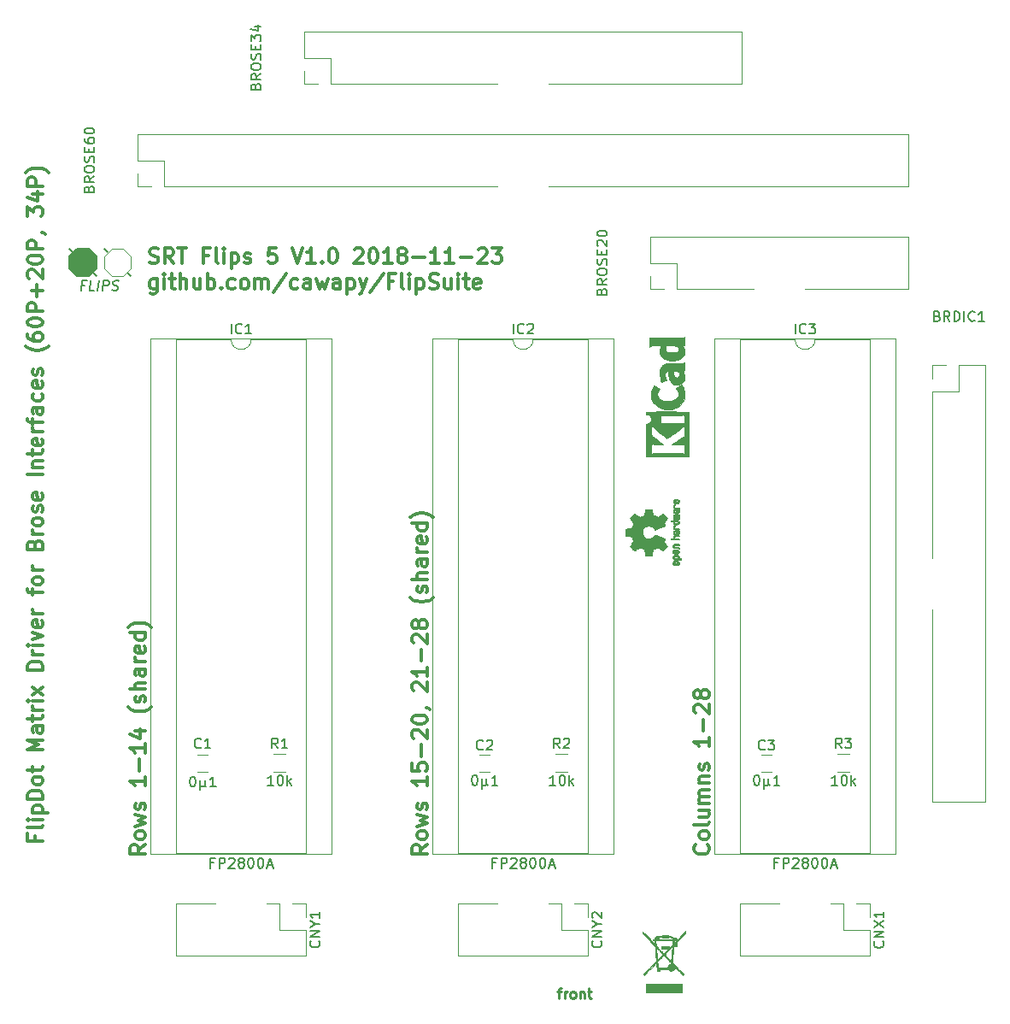
<source format=gbr>
G04 #@! TF.GenerationSoftware,KiCad,Pcbnew,(5.0.1)-4*
G04 #@! TF.CreationDate,2018-11-23T22:53:54+01:00*
G04 #@! TF.ProjectId,Flips5,466C697073352E6B696361645F706362,V1.0*
G04 #@! TF.SameCoordinates,Original*
G04 #@! TF.FileFunction,Legend,Top*
G04 #@! TF.FilePolarity,Positive*
%FSLAX46Y46*%
G04 Gerber Fmt 4.6, Leading zero omitted, Abs format (unit mm)*
G04 Created by KiCad (PCBNEW (5.0.1)-4) date 23.11.2018 22:53:54*
%MOMM*%
%LPD*%
G01*
G04 APERTURE LIST*
%ADD10C,0.300000*%
%ADD11C,0.250000*%
%ADD12C,0.010000*%
%ADD13C,0.120000*%
%ADD14C,0.200000*%
%ADD15C,0.150000*%
%ADD16C,0.100000*%
G04 APERTURE END LIST*
D10*
X119915714Y-135115714D02*
X119987142Y-135187142D01*
X120058571Y-135401428D01*
X120058571Y-135544285D01*
X119987142Y-135758571D01*
X119844285Y-135901428D01*
X119701428Y-135972857D01*
X119415714Y-136044285D01*
X119201428Y-136044285D01*
X118915714Y-135972857D01*
X118772857Y-135901428D01*
X118630000Y-135758571D01*
X118558571Y-135544285D01*
X118558571Y-135401428D01*
X118630000Y-135187142D01*
X118701428Y-135115714D01*
X120058571Y-134258571D02*
X119987142Y-134401428D01*
X119915714Y-134472857D01*
X119772857Y-134544285D01*
X119344285Y-134544285D01*
X119201428Y-134472857D01*
X119130000Y-134401428D01*
X119058571Y-134258571D01*
X119058571Y-134044285D01*
X119130000Y-133901428D01*
X119201428Y-133830000D01*
X119344285Y-133758571D01*
X119772857Y-133758571D01*
X119915714Y-133830000D01*
X119987142Y-133901428D01*
X120058571Y-134044285D01*
X120058571Y-134258571D01*
X120058571Y-132901428D02*
X119987142Y-133044285D01*
X119844285Y-133115714D01*
X118558571Y-133115714D01*
X119058571Y-131687142D02*
X120058571Y-131687142D01*
X119058571Y-132330000D02*
X119844285Y-132330000D01*
X119987142Y-132258571D01*
X120058571Y-132115714D01*
X120058571Y-131901428D01*
X119987142Y-131758571D01*
X119915714Y-131687142D01*
X120058571Y-130972857D02*
X119058571Y-130972857D01*
X119201428Y-130972857D02*
X119130000Y-130901428D01*
X119058571Y-130758571D01*
X119058571Y-130544285D01*
X119130000Y-130401428D01*
X119272857Y-130330000D01*
X120058571Y-130330000D01*
X119272857Y-130330000D02*
X119130000Y-130258571D01*
X119058571Y-130115714D01*
X119058571Y-129901428D01*
X119130000Y-129758571D01*
X119272857Y-129687142D01*
X120058571Y-129687142D01*
X119058571Y-128972857D02*
X120058571Y-128972857D01*
X119201428Y-128972857D02*
X119130000Y-128901428D01*
X119058571Y-128758571D01*
X119058571Y-128544285D01*
X119130000Y-128401428D01*
X119272857Y-128330000D01*
X120058571Y-128330000D01*
X119987142Y-127687142D02*
X120058571Y-127544285D01*
X120058571Y-127258571D01*
X119987142Y-127115714D01*
X119844285Y-127044285D01*
X119772857Y-127044285D01*
X119630000Y-127115714D01*
X119558571Y-127258571D01*
X119558571Y-127472857D01*
X119487142Y-127615714D01*
X119344285Y-127687142D01*
X119272857Y-127687142D01*
X119130000Y-127615714D01*
X119058571Y-127472857D01*
X119058571Y-127258571D01*
X119130000Y-127115714D01*
X120058571Y-124472857D02*
X120058571Y-125330000D01*
X120058571Y-124901428D02*
X118558571Y-124901428D01*
X118772857Y-125044285D01*
X118915714Y-125187142D01*
X118987142Y-125330000D01*
X119487142Y-123830000D02*
X119487142Y-122687142D01*
X118701428Y-122044285D02*
X118630000Y-121972857D01*
X118558571Y-121830000D01*
X118558571Y-121472857D01*
X118630000Y-121330000D01*
X118701428Y-121258571D01*
X118844285Y-121187142D01*
X118987142Y-121187142D01*
X119201428Y-121258571D01*
X120058571Y-122115714D01*
X120058571Y-121187142D01*
X119201428Y-120330000D02*
X119130000Y-120472857D01*
X119058571Y-120544285D01*
X118915714Y-120615714D01*
X118844285Y-120615714D01*
X118701428Y-120544285D01*
X118630000Y-120472857D01*
X118558571Y-120330000D01*
X118558571Y-120044285D01*
X118630000Y-119901428D01*
X118701428Y-119830000D01*
X118844285Y-119758571D01*
X118915714Y-119758571D01*
X119058571Y-119830000D01*
X119130000Y-119901428D01*
X119201428Y-120044285D01*
X119201428Y-120330000D01*
X119272857Y-120472857D01*
X119344285Y-120544285D01*
X119487142Y-120615714D01*
X119772857Y-120615714D01*
X119915714Y-120544285D01*
X119987142Y-120472857D01*
X120058571Y-120330000D01*
X120058571Y-120044285D01*
X119987142Y-119901428D01*
X119915714Y-119830000D01*
X119772857Y-119758571D01*
X119487142Y-119758571D01*
X119344285Y-119830000D01*
X119272857Y-119901428D01*
X119201428Y-120044285D01*
D11*
X104989523Y-149645714D02*
X105370476Y-149645714D01*
X105132380Y-150312380D02*
X105132380Y-149455238D01*
X105180000Y-149360000D01*
X105275238Y-149312380D01*
X105370476Y-149312380D01*
X105703809Y-150312380D02*
X105703809Y-149645714D01*
X105703809Y-149836190D02*
X105751428Y-149740952D01*
X105799047Y-149693333D01*
X105894285Y-149645714D01*
X105989523Y-149645714D01*
X106465714Y-150312380D02*
X106370476Y-150264761D01*
X106322857Y-150217142D01*
X106275238Y-150121904D01*
X106275238Y-149836190D01*
X106322857Y-149740952D01*
X106370476Y-149693333D01*
X106465714Y-149645714D01*
X106608571Y-149645714D01*
X106703809Y-149693333D01*
X106751428Y-149740952D01*
X106799047Y-149836190D01*
X106799047Y-150121904D01*
X106751428Y-150217142D01*
X106703809Y-150264761D01*
X106608571Y-150312380D01*
X106465714Y-150312380D01*
X107227619Y-149645714D02*
X107227619Y-150312380D01*
X107227619Y-149740952D02*
X107275238Y-149693333D01*
X107370476Y-149645714D01*
X107513333Y-149645714D01*
X107608571Y-149693333D01*
X107656190Y-149788571D01*
X107656190Y-150312380D01*
X107989523Y-149645714D02*
X108370476Y-149645714D01*
X108132380Y-149312380D02*
X108132380Y-150169523D01*
X108180000Y-150264761D01*
X108275238Y-150312380D01*
X108370476Y-150312380D01*
D10*
X64615714Y-77437142D02*
X64830000Y-77508571D01*
X65187142Y-77508571D01*
X65330000Y-77437142D01*
X65401428Y-77365714D01*
X65472857Y-77222857D01*
X65472857Y-77080000D01*
X65401428Y-76937142D01*
X65330000Y-76865714D01*
X65187142Y-76794285D01*
X64901428Y-76722857D01*
X64758571Y-76651428D01*
X64687142Y-76580000D01*
X64615714Y-76437142D01*
X64615714Y-76294285D01*
X64687142Y-76151428D01*
X64758571Y-76080000D01*
X64901428Y-76008571D01*
X65258571Y-76008571D01*
X65472857Y-76080000D01*
X66972857Y-77508571D02*
X66472857Y-76794285D01*
X66115714Y-77508571D02*
X66115714Y-76008571D01*
X66687142Y-76008571D01*
X66830000Y-76080000D01*
X66901428Y-76151428D01*
X66972857Y-76294285D01*
X66972857Y-76508571D01*
X66901428Y-76651428D01*
X66830000Y-76722857D01*
X66687142Y-76794285D01*
X66115714Y-76794285D01*
X67401428Y-76008571D02*
X68258571Y-76008571D01*
X67830000Y-77508571D02*
X67830000Y-76008571D01*
X70401428Y-76722857D02*
X69901428Y-76722857D01*
X69901428Y-77508571D02*
X69901428Y-76008571D01*
X70615714Y-76008571D01*
X71401428Y-77508571D02*
X71258571Y-77437142D01*
X71187142Y-77294285D01*
X71187142Y-76008571D01*
X71972857Y-77508571D02*
X71972857Y-76508571D01*
X71972857Y-76008571D02*
X71901428Y-76080000D01*
X71972857Y-76151428D01*
X72044285Y-76080000D01*
X71972857Y-76008571D01*
X71972857Y-76151428D01*
X72687142Y-76508571D02*
X72687142Y-78008571D01*
X72687142Y-76580000D02*
X72830000Y-76508571D01*
X73115714Y-76508571D01*
X73258571Y-76580000D01*
X73330000Y-76651428D01*
X73401428Y-76794285D01*
X73401428Y-77222857D01*
X73330000Y-77365714D01*
X73258571Y-77437142D01*
X73115714Y-77508571D01*
X72830000Y-77508571D01*
X72687142Y-77437142D01*
X73972857Y-77437142D02*
X74115714Y-77508571D01*
X74401428Y-77508571D01*
X74544285Y-77437142D01*
X74615714Y-77294285D01*
X74615714Y-77222857D01*
X74544285Y-77080000D01*
X74401428Y-77008571D01*
X74187142Y-77008571D01*
X74044285Y-76937142D01*
X73972857Y-76794285D01*
X73972857Y-76722857D01*
X74044285Y-76580000D01*
X74187142Y-76508571D01*
X74401428Y-76508571D01*
X74544285Y-76580000D01*
X77115714Y-76008571D02*
X76401428Y-76008571D01*
X76330000Y-76722857D01*
X76401428Y-76651428D01*
X76544285Y-76580000D01*
X76901428Y-76580000D01*
X77044285Y-76651428D01*
X77115714Y-76722857D01*
X77187142Y-76865714D01*
X77187142Y-77222857D01*
X77115714Y-77365714D01*
X77044285Y-77437142D01*
X76901428Y-77508571D01*
X76544285Y-77508571D01*
X76401428Y-77437142D01*
X76330000Y-77365714D01*
X78758571Y-76008571D02*
X79258571Y-77508571D01*
X79758571Y-76008571D01*
X81044285Y-77508571D02*
X80187142Y-77508571D01*
X80615714Y-77508571D02*
X80615714Y-76008571D01*
X80472857Y-76222857D01*
X80330000Y-76365714D01*
X80187142Y-76437142D01*
X81687142Y-77365714D02*
X81758571Y-77437142D01*
X81687142Y-77508571D01*
X81615714Y-77437142D01*
X81687142Y-77365714D01*
X81687142Y-77508571D01*
X82687142Y-76008571D02*
X82830000Y-76008571D01*
X82972857Y-76080000D01*
X83044285Y-76151428D01*
X83115714Y-76294285D01*
X83187142Y-76580000D01*
X83187142Y-76937142D01*
X83115714Y-77222857D01*
X83044285Y-77365714D01*
X82972857Y-77437142D01*
X82830000Y-77508571D01*
X82687142Y-77508571D01*
X82544285Y-77437142D01*
X82472857Y-77365714D01*
X82401428Y-77222857D01*
X82330000Y-76937142D01*
X82330000Y-76580000D01*
X82401428Y-76294285D01*
X82472857Y-76151428D01*
X82544285Y-76080000D01*
X82687142Y-76008571D01*
X84901428Y-76151428D02*
X84972857Y-76080000D01*
X85115714Y-76008571D01*
X85472857Y-76008571D01*
X85615714Y-76080000D01*
X85687142Y-76151428D01*
X85758571Y-76294285D01*
X85758571Y-76437142D01*
X85687142Y-76651428D01*
X84830000Y-77508571D01*
X85758571Y-77508571D01*
X86687142Y-76008571D02*
X86830000Y-76008571D01*
X86972857Y-76080000D01*
X87044285Y-76151428D01*
X87115714Y-76294285D01*
X87187142Y-76580000D01*
X87187142Y-76937142D01*
X87115714Y-77222857D01*
X87044285Y-77365714D01*
X86972857Y-77437142D01*
X86830000Y-77508571D01*
X86687142Y-77508571D01*
X86544285Y-77437142D01*
X86472857Y-77365714D01*
X86401428Y-77222857D01*
X86330000Y-76937142D01*
X86330000Y-76580000D01*
X86401428Y-76294285D01*
X86472857Y-76151428D01*
X86544285Y-76080000D01*
X86687142Y-76008571D01*
X88615714Y-77508571D02*
X87758571Y-77508571D01*
X88187142Y-77508571D02*
X88187142Y-76008571D01*
X88044285Y-76222857D01*
X87901428Y-76365714D01*
X87758571Y-76437142D01*
X89472857Y-76651428D02*
X89330000Y-76580000D01*
X89258571Y-76508571D01*
X89187142Y-76365714D01*
X89187142Y-76294285D01*
X89258571Y-76151428D01*
X89330000Y-76080000D01*
X89472857Y-76008571D01*
X89758571Y-76008571D01*
X89901428Y-76080000D01*
X89972857Y-76151428D01*
X90044285Y-76294285D01*
X90044285Y-76365714D01*
X89972857Y-76508571D01*
X89901428Y-76580000D01*
X89758571Y-76651428D01*
X89472857Y-76651428D01*
X89330000Y-76722857D01*
X89258571Y-76794285D01*
X89187142Y-76937142D01*
X89187142Y-77222857D01*
X89258571Y-77365714D01*
X89330000Y-77437142D01*
X89472857Y-77508571D01*
X89758571Y-77508571D01*
X89901428Y-77437142D01*
X89972857Y-77365714D01*
X90044285Y-77222857D01*
X90044285Y-76937142D01*
X89972857Y-76794285D01*
X89901428Y-76722857D01*
X89758571Y-76651428D01*
X90687142Y-76937142D02*
X91830000Y-76937142D01*
X93330000Y-77508571D02*
X92472857Y-77508571D01*
X92901428Y-77508571D02*
X92901428Y-76008571D01*
X92758571Y-76222857D01*
X92615714Y-76365714D01*
X92472857Y-76437142D01*
X94758571Y-77508571D02*
X93901428Y-77508571D01*
X94330000Y-77508571D02*
X94330000Y-76008571D01*
X94187142Y-76222857D01*
X94044285Y-76365714D01*
X93901428Y-76437142D01*
X95401428Y-76937142D02*
X96544285Y-76937142D01*
X97187142Y-76151428D02*
X97258571Y-76080000D01*
X97401428Y-76008571D01*
X97758571Y-76008571D01*
X97901428Y-76080000D01*
X97972857Y-76151428D01*
X98044285Y-76294285D01*
X98044285Y-76437142D01*
X97972857Y-76651428D01*
X97115714Y-77508571D01*
X98044285Y-77508571D01*
X98544285Y-76008571D02*
X99472857Y-76008571D01*
X98972857Y-76580000D01*
X99187142Y-76580000D01*
X99330000Y-76651428D01*
X99401428Y-76722857D01*
X99472857Y-76865714D01*
X99472857Y-77222857D01*
X99401428Y-77365714D01*
X99330000Y-77437142D01*
X99187142Y-77508571D01*
X98758571Y-77508571D01*
X98615714Y-77437142D01*
X98544285Y-77365714D01*
X65330000Y-79058571D02*
X65330000Y-80272857D01*
X65258571Y-80415714D01*
X65187142Y-80487142D01*
X65044285Y-80558571D01*
X64830000Y-80558571D01*
X64687142Y-80487142D01*
X65330000Y-79987142D02*
X65187142Y-80058571D01*
X64901428Y-80058571D01*
X64758571Y-79987142D01*
X64687142Y-79915714D01*
X64615714Y-79772857D01*
X64615714Y-79344285D01*
X64687142Y-79201428D01*
X64758571Y-79130000D01*
X64901428Y-79058571D01*
X65187142Y-79058571D01*
X65330000Y-79130000D01*
X66044285Y-80058571D02*
X66044285Y-79058571D01*
X66044285Y-78558571D02*
X65972857Y-78630000D01*
X66044285Y-78701428D01*
X66115714Y-78630000D01*
X66044285Y-78558571D01*
X66044285Y-78701428D01*
X66544285Y-79058571D02*
X67115714Y-79058571D01*
X66758571Y-78558571D02*
X66758571Y-79844285D01*
X66830000Y-79987142D01*
X66972857Y-80058571D01*
X67115714Y-80058571D01*
X67615714Y-80058571D02*
X67615714Y-78558571D01*
X68258571Y-80058571D02*
X68258571Y-79272857D01*
X68187142Y-79130000D01*
X68044285Y-79058571D01*
X67830000Y-79058571D01*
X67687142Y-79130000D01*
X67615714Y-79201428D01*
X69615714Y-79058571D02*
X69615714Y-80058571D01*
X68972857Y-79058571D02*
X68972857Y-79844285D01*
X69044285Y-79987142D01*
X69187142Y-80058571D01*
X69401428Y-80058571D01*
X69544285Y-79987142D01*
X69615714Y-79915714D01*
X70330000Y-80058571D02*
X70330000Y-78558571D01*
X70330000Y-79130000D02*
X70472857Y-79058571D01*
X70758571Y-79058571D01*
X70901428Y-79130000D01*
X70972857Y-79201428D01*
X71044285Y-79344285D01*
X71044285Y-79772857D01*
X70972857Y-79915714D01*
X70901428Y-79987142D01*
X70758571Y-80058571D01*
X70472857Y-80058571D01*
X70330000Y-79987142D01*
X71687142Y-79915714D02*
X71758571Y-79987142D01*
X71687142Y-80058571D01*
X71615714Y-79987142D01*
X71687142Y-79915714D01*
X71687142Y-80058571D01*
X73044285Y-79987142D02*
X72901428Y-80058571D01*
X72615714Y-80058571D01*
X72472857Y-79987142D01*
X72401428Y-79915714D01*
X72330000Y-79772857D01*
X72330000Y-79344285D01*
X72401428Y-79201428D01*
X72472857Y-79130000D01*
X72615714Y-79058571D01*
X72901428Y-79058571D01*
X73044285Y-79130000D01*
X73901428Y-80058571D02*
X73758571Y-79987142D01*
X73687142Y-79915714D01*
X73615714Y-79772857D01*
X73615714Y-79344285D01*
X73687142Y-79201428D01*
X73758571Y-79130000D01*
X73901428Y-79058571D01*
X74115714Y-79058571D01*
X74258571Y-79130000D01*
X74330000Y-79201428D01*
X74401428Y-79344285D01*
X74401428Y-79772857D01*
X74330000Y-79915714D01*
X74258571Y-79987142D01*
X74115714Y-80058571D01*
X73901428Y-80058571D01*
X75044285Y-80058571D02*
X75044285Y-79058571D01*
X75044285Y-79201428D02*
X75115714Y-79130000D01*
X75258571Y-79058571D01*
X75472857Y-79058571D01*
X75615714Y-79130000D01*
X75687142Y-79272857D01*
X75687142Y-80058571D01*
X75687142Y-79272857D02*
X75758571Y-79130000D01*
X75901428Y-79058571D01*
X76115714Y-79058571D01*
X76258571Y-79130000D01*
X76330000Y-79272857D01*
X76330000Y-80058571D01*
X78115714Y-78487142D02*
X76830000Y-80415714D01*
X79258571Y-79987142D02*
X79115714Y-80058571D01*
X78830000Y-80058571D01*
X78687142Y-79987142D01*
X78615714Y-79915714D01*
X78544285Y-79772857D01*
X78544285Y-79344285D01*
X78615714Y-79201428D01*
X78687142Y-79130000D01*
X78830000Y-79058571D01*
X79115714Y-79058571D01*
X79258571Y-79130000D01*
X80544285Y-80058571D02*
X80544285Y-79272857D01*
X80472857Y-79130000D01*
X80330000Y-79058571D01*
X80044285Y-79058571D01*
X79901428Y-79130000D01*
X80544285Y-79987142D02*
X80401428Y-80058571D01*
X80044285Y-80058571D01*
X79901428Y-79987142D01*
X79830000Y-79844285D01*
X79830000Y-79701428D01*
X79901428Y-79558571D01*
X80044285Y-79487142D01*
X80401428Y-79487142D01*
X80544285Y-79415714D01*
X81115714Y-79058571D02*
X81401428Y-80058571D01*
X81687142Y-79344285D01*
X81972857Y-80058571D01*
X82258571Y-79058571D01*
X83472857Y-80058571D02*
X83472857Y-79272857D01*
X83401428Y-79130000D01*
X83258571Y-79058571D01*
X82972857Y-79058571D01*
X82830000Y-79130000D01*
X83472857Y-79987142D02*
X83330000Y-80058571D01*
X82972857Y-80058571D01*
X82830000Y-79987142D01*
X82758571Y-79844285D01*
X82758571Y-79701428D01*
X82830000Y-79558571D01*
X82972857Y-79487142D01*
X83330000Y-79487142D01*
X83472857Y-79415714D01*
X84187142Y-79058571D02*
X84187142Y-80558571D01*
X84187142Y-79130000D02*
X84330000Y-79058571D01*
X84615714Y-79058571D01*
X84758571Y-79130000D01*
X84830000Y-79201428D01*
X84901428Y-79344285D01*
X84901428Y-79772857D01*
X84830000Y-79915714D01*
X84758571Y-79987142D01*
X84615714Y-80058571D01*
X84330000Y-80058571D01*
X84187142Y-79987142D01*
X85401428Y-79058571D02*
X85758571Y-80058571D01*
X86115714Y-79058571D02*
X85758571Y-80058571D01*
X85615714Y-80415714D01*
X85544285Y-80487142D01*
X85401428Y-80558571D01*
X87758571Y-78487142D02*
X86472857Y-80415714D01*
X88758571Y-79272857D02*
X88258571Y-79272857D01*
X88258571Y-80058571D02*
X88258571Y-78558571D01*
X88972857Y-78558571D01*
X89758571Y-80058571D02*
X89615714Y-79987142D01*
X89544285Y-79844285D01*
X89544285Y-78558571D01*
X90330000Y-80058571D02*
X90330000Y-79058571D01*
X90330000Y-78558571D02*
X90258571Y-78630000D01*
X90330000Y-78701428D01*
X90401428Y-78630000D01*
X90330000Y-78558571D01*
X90330000Y-78701428D01*
X91044285Y-79058571D02*
X91044285Y-80558571D01*
X91044285Y-79130000D02*
X91187142Y-79058571D01*
X91472857Y-79058571D01*
X91615714Y-79130000D01*
X91687142Y-79201428D01*
X91758571Y-79344285D01*
X91758571Y-79772857D01*
X91687142Y-79915714D01*
X91615714Y-79987142D01*
X91472857Y-80058571D01*
X91187142Y-80058571D01*
X91044285Y-79987142D01*
X92330000Y-79987142D02*
X92544285Y-80058571D01*
X92901428Y-80058571D01*
X93044285Y-79987142D01*
X93115714Y-79915714D01*
X93187142Y-79772857D01*
X93187142Y-79630000D01*
X93115714Y-79487142D01*
X93044285Y-79415714D01*
X92901428Y-79344285D01*
X92615714Y-79272857D01*
X92472857Y-79201428D01*
X92401428Y-79130000D01*
X92330000Y-78987142D01*
X92330000Y-78844285D01*
X92401428Y-78701428D01*
X92472857Y-78630000D01*
X92615714Y-78558571D01*
X92972857Y-78558571D01*
X93187142Y-78630000D01*
X94472857Y-79058571D02*
X94472857Y-80058571D01*
X93830000Y-79058571D02*
X93830000Y-79844285D01*
X93901428Y-79987142D01*
X94044285Y-80058571D01*
X94258571Y-80058571D01*
X94401428Y-79987142D01*
X94472857Y-79915714D01*
X95187142Y-80058571D02*
X95187142Y-79058571D01*
X95187142Y-78558571D02*
X95115714Y-78630000D01*
X95187142Y-78701428D01*
X95258571Y-78630000D01*
X95187142Y-78558571D01*
X95187142Y-78701428D01*
X95687142Y-79058571D02*
X96258571Y-79058571D01*
X95901428Y-78558571D02*
X95901428Y-79844285D01*
X95972857Y-79987142D01*
X96115714Y-80058571D01*
X96258571Y-80058571D01*
X97330000Y-79987142D02*
X97187142Y-80058571D01*
X96901428Y-80058571D01*
X96758571Y-79987142D01*
X96687142Y-79844285D01*
X96687142Y-79272857D01*
X96758571Y-79130000D01*
X96901428Y-79058571D01*
X97187142Y-79058571D01*
X97330000Y-79130000D01*
X97401428Y-79272857D01*
X97401428Y-79415714D01*
X96687142Y-79558571D01*
X64178571Y-135115714D02*
X63464285Y-135615714D01*
X64178571Y-135972857D02*
X62678571Y-135972857D01*
X62678571Y-135401428D01*
X62750000Y-135258571D01*
X62821428Y-135187142D01*
X62964285Y-135115714D01*
X63178571Y-135115714D01*
X63321428Y-135187142D01*
X63392857Y-135258571D01*
X63464285Y-135401428D01*
X63464285Y-135972857D01*
X64178571Y-134258571D02*
X64107142Y-134401428D01*
X64035714Y-134472857D01*
X63892857Y-134544285D01*
X63464285Y-134544285D01*
X63321428Y-134472857D01*
X63250000Y-134401428D01*
X63178571Y-134258571D01*
X63178571Y-134044285D01*
X63250000Y-133901428D01*
X63321428Y-133830000D01*
X63464285Y-133758571D01*
X63892857Y-133758571D01*
X64035714Y-133830000D01*
X64107142Y-133901428D01*
X64178571Y-134044285D01*
X64178571Y-134258571D01*
X63178571Y-133258571D02*
X64178571Y-132972857D01*
X63464285Y-132687142D01*
X64178571Y-132401428D01*
X63178571Y-132115714D01*
X64107142Y-131615714D02*
X64178571Y-131472857D01*
X64178571Y-131187142D01*
X64107142Y-131044285D01*
X63964285Y-130972857D01*
X63892857Y-130972857D01*
X63750000Y-131044285D01*
X63678571Y-131187142D01*
X63678571Y-131401428D01*
X63607142Y-131544285D01*
X63464285Y-131615714D01*
X63392857Y-131615714D01*
X63250000Y-131544285D01*
X63178571Y-131401428D01*
X63178571Y-131187142D01*
X63250000Y-131044285D01*
X64178571Y-128401428D02*
X64178571Y-129258571D01*
X64178571Y-128830000D02*
X62678571Y-128830000D01*
X62892857Y-128972857D01*
X63035714Y-129115714D01*
X63107142Y-129258571D01*
X63607142Y-127758571D02*
X63607142Y-126615714D01*
X64178571Y-125115714D02*
X64178571Y-125972857D01*
X64178571Y-125544285D02*
X62678571Y-125544285D01*
X62892857Y-125687142D01*
X63035714Y-125830000D01*
X63107142Y-125972857D01*
X63178571Y-123830000D02*
X64178571Y-123830000D01*
X62607142Y-124187142D02*
X63678571Y-124544285D01*
X63678571Y-123615714D01*
X64750000Y-121472857D02*
X64678571Y-121544285D01*
X64464285Y-121687142D01*
X64321428Y-121758571D01*
X64107142Y-121830000D01*
X63750000Y-121901428D01*
X63464285Y-121901428D01*
X63107142Y-121830000D01*
X62892857Y-121758571D01*
X62750000Y-121687142D01*
X62535714Y-121544285D01*
X62464285Y-121472857D01*
X64107142Y-120972857D02*
X64178571Y-120830000D01*
X64178571Y-120544285D01*
X64107142Y-120401428D01*
X63964285Y-120330000D01*
X63892857Y-120330000D01*
X63750000Y-120401428D01*
X63678571Y-120544285D01*
X63678571Y-120758571D01*
X63607142Y-120901428D01*
X63464285Y-120972857D01*
X63392857Y-120972857D01*
X63250000Y-120901428D01*
X63178571Y-120758571D01*
X63178571Y-120544285D01*
X63250000Y-120401428D01*
X64178571Y-119687142D02*
X62678571Y-119687142D01*
X64178571Y-119044285D02*
X63392857Y-119044285D01*
X63250000Y-119115714D01*
X63178571Y-119258571D01*
X63178571Y-119472857D01*
X63250000Y-119615714D01*
X63321428Y-119687142D01*
X64178571Y-117687142D02*
X63392857Y-117687142D01*
X63250000Y-117758571D01*
X63178571Y-117901428D01*
X63178571Y-118187142D01*
X63250000Y-118330000D01*
X64107142Y-117687142D02*
X64178571Y-117830000D01*
X64178571Y-118187142D01*
X64107142Y-118330000D01*
X63964285Y-118401428D01*
X63821428Y-118401428D01*
X63678571Y-118330000D01*
X63607142Y-118187142D01*
X63607142Y-117830000D01*
X63535714Y-117687142D01*
X64178571Y-116972857D02*
X63178571Y-116972857D01*
X63464285Y-116972857D02*
X63321428Y-116901428D01*
X63250000Y-116830000D01*
X63178571Y-116687142D01*
X63178571Y-116544285D01*
X64107142Y-115472857D02*
X64178571Y-115615714D01*
X64178571Y-115901428D01*
X64107142Y-116044285D01*
X63964285Y-116115714D01*
X63392857Y-116115714D01*
X63250000Y-116044285D01*
X63178571Y-115901428D01*
X63178571Y-115615714D01*
X63250000Y-115472857D01*
X63392857Y-115401428D01*
X63535714Y-115401428D01*
X63678571Y-116115714D01*
X64178571Y-114115714D02*
X62678571Y-114115714D01*
X64107142Y-114115714D02*
X64178571Y-114258571D01*
X64178571Y-114544285D01*
X64107142Y-114687142D01*
X64035714Y-114758571D01*
X63892857Y-114830000D01*
X63464285Y-114830000D01*
X63321428Y-114758571D01*
X63250000Y-114687142D01*
X63178571Y-114544285D01*
X63178571Y-114258571D01*
X63250000Y-114115714D01*
X64750000Y-113544285D02*
X64678571Y-113472857D01*
X64464285Y-113330000D01*
X64321428Y-113258571D01*
X64107142Y-113187142D01*
X63750000Y-113115714D01*
X63464285Y-113115714D01*
X63107142Y-113187142D01*
X62892857Y-113258571D01*
X62750000Y-113330000D01*
X62535714Y-113472857D01*
X62464285Y-113544285D01*
X92118571Y-135115714D02*
X91404285Y-135615714D01*
X92118571Y-135972857D02*
X90618571Y-135972857D01*
X90618571Y-135401428D01*
X90690000Y-135258571D01*
X90761428Y-135187142D01*
X90904285Y-135115714D01*
X91118571Y-135115714D01*
X91261428Y-135187142D01*
X91332857Y-135258571D01*
X91404285Y-135401428D01*
X91404285Y-135972857D01*
X92118571Y-134258571D02*
X92047142Y-134401428D01*
X91975714Y-134472857D01*
X91832857Y-134544285D01*
X91404285Y-134544285D01*
X91261428Y-134472857D01*
X91190000Y-134401428D01*
X91118571Y-134258571D01*
X91118571Y-134044285D01*
X91190000Y-133901428D01*
X91261428Y-133830000D01*
X91404285Y-133758571D01*
X91832857Y-133758571D01*
X91975714Y-133830000D01*
X92047142Y-133901428D01*
X92118571Y-134044285D01*
X92118571Y-134258571D01*
X91118571Y-133258571D02*
X92118571Y-132972857D01*
X91404285Y-132687142D01*
X92118571Y-132401428D01*
X91118571Y-132115714D01*
X92047142Y-131615714D02*
X92118571Y-131472857D01*
X92118571Y-131187142D01*
X92047142Y-131044285D01*
X91904285Y-130972857D01*
X91832857Y-130972857D01*
X91690000Y-131044285D01*
X91618571Y-131187142D01*
X91618571Y-131401428D01*
X91547142Y-131544285D01*
X91404285Y-131615714D01*
X91332857Y-131615714D01*
X91190000Y-131544285D01*
X91118571Y-131401428D01*
X91118571Y-131187142D01*
X91190000Y-131044285D01*
X92118571Y-128401428D02*
X92118571Y-129258571D01*
X92118571Y-128830000D02*
X90618571Y-128830000D01*
X90832857Y-128972857D01*
X90975714Y-129115714D01*
X91047142Y-129258571D01*
X90618571Y-127044285D02*
X90618571Y-127758571D01*
X91332857Y-127830000D01*
X91261428Y-127758571D01*
X91190000Y-127615714D01*
X91190000Y-127258571D01*
X91261428Y-127115714D01*
X91332857Y-127044285D01*
X91475714Y-126972857D01*
X91832857Y-126972857D01*
X91975714Y-127044285D01*
X92047142Y-127115714D01*
X92118571Y-127258571D01*
X92118571Y-127615714D01*
X92047142Y-127758571D01*
X91975714Y-127830000D01*
X91547142Y-126330000D02*
X91547142Y-125187142D01*
X90761428Y-124544285D02*
X90690000Y-124472857D01*
X90618571Y-124330000D01*
X90618571Y-123972857D01*
X90690000Y-123830000D01*
X90761428Y-123758571D01*
X90904285Y-123687142D01*
X91047142Y-123687142D01*
X91261428Y-123758571D01*
X92118571Y-124615714D01*
X92118571Y-123687142D01*
X90618571Y-122758571D02*
X90618571Y-122615714D01*
X90690000Y-122472857D01*
X90761428Y-122401428D01*
X90904285Y-122330000D01*
X91190000Y-122258571D01*
X91547142Y-122258571D01*
X91832857Y-122330000D01*
X91975714Y-122401428D01*
X92047142Y-122472857D01*
X92118571Y-122615714D01*
X92118571Y-122758571D01*
X92047142Y-122901428D01*
X91975714Y-122972857D01*
X91832857Y-123044285D01*
X91547142Y-123115714D01*
X91190000Y-123115714D01*
X90904285Y-123044285D01*
X90761428Y-122972857D01*
X90690000Y-122901428D01*
X90618571Y-122758571D01*
X92047142Y-121544285D02*
X92118571Y-121544285D01*
X92261428Y-121615714D01*
X92332857Y-121687142D01*
X90761428Y-119830000D02*
X90690000Y-119758571D01*
X90618571Y-119615714D01*
X90618571Y-119258571D01*
X90690000Y-119115714D01*
X90761428Y-119044285D01*
X90904285Y-118972857D01*
X91047142Y-118972857D01*
X91261428Y-119044285D01*
X92118571Y-119901428D01*
X92118571Y-118972857D01*
X92118571Y-117544285D02*
X92118571Y-118401428D01*
X92118571Y-117972857D02*
X90618571Y-117972857D01*
X90832857Y-118115714D01*
X90975714Y-118258571D01*
X91047142Y-118401428D01*
X91547142Y-116901428D02*
X91547142Y-115758571D01*
X90761428Y-115115714D02*
X90690000Y-115044285D01*
X90618571Y-114901428D01*
X90618571Y-114544285D01*
X90690000Y-114401428D01*
X90761428Y-114330000D01*
X90904285Y-114258571D01*
X91047142Y-114258571D01*
X91261428Y-114330000D01*
X92118571Y-115187142D01*
X92118571Y-114258571D01*
X91261428Y-113401428D02*
X91190000Y-113544285D01*
X91118571Y-113615714D01*
X90975714Y-113687142D01*
X90904285Y-113687142D01*
X90761428Y-113615714D01*
X90690000Y-113544285D01*
X90618571Y-113401428D01*
X90618571Y-113115714D01*
X90690000Y-112972857D01*
X90761428Y-112901428D01*
X90904285Y-112830000D01*
X90975714Y-112830000D01*
X91118571Y-112901428D01*
X91190000Y-112972857D01*
X91261428Y-113115714D01*
X91261428Y-113401428D01*
X91332857Y-113544285D01*
X91404285Y-113615714D01*
X91547142Y-113687142D01*
X91832857Y-113687142D01*
X91975714Y-113615714D01*
X92047142Y-113544285D01*
X92118571Y-113401428D01*
X92118571Y-113115714D01*
X92047142Y-112972857D01*
X91975714Y-112901428D01*
X91832857Y-112830000D01*
X91547142Y-112830000D01*
X91404285Y-112901428D01*
X91332857Y-112972857D01*
X91261428Y-113115714D01*
X92690000Y-110615714D02*
X92618571Y-110687142D01*
X92404285Y-110830000D01*
X92261428Y-110901428D01*
X92047142Y-110972857D01*
X91690000Y-111044285D01*
X91404285Y-111044285D01*
X91047142Y-110972857D01*
X90832857Y-110901428D01*
X90690000Y-110830000D01*
X90475714Y-110687142D01*
X90404285Y-110615714D01*
X92047142Y-110115714D02*
X92118571Y-109972857D01*
X92118571Y-109687142D01*
X92047142Y-109544285D01*
X91904285Y-109472857D01*
X91832857Y-109472857D01*
X91690000Y-109544285D01*
X91618571Y-109687142D01*
X91618571Y-109901428D01*
X91547142Y-110044285D01*
X91404285Y-110115714D01*
X91332857Y-110115714D01*
X91190000Y-110044285D01*
X91118571Y-109901428D01*
X91118571Y-109687142D01*
X91190000Y-109544285D01*
X92118571Y-108830000D02*
X90618571Y-108830000D01*
X92118571Y-108187142D02*
X91332857Y-108187142D01*
X91190000Y-108258571D01*
X91118571Y-108401428D01*
X91118571Y-108615714D01*
X91190000Y-108758571D01*
X91261428Y-108830000D01*
X92118571Y-106830000D02*
X91332857Y-106830000D01*
X91190000Y-106901428D01*
X91118571Y-107044285D01*
X91118571Y-107330000D01*
X91190000Y-107472857D01*
X92047142Y-106830000D02*
X92118571Y-106972857D01*
X92118571Y-107330000D01*
X92047142Y-107472857D01*
X91904285Y-107544285D01*
X91761428Y-107544285D01*
X91618571Y-107472857D01*
X91547142Y-107330000D01*
X91547142Y-106972857D01*
X91475714Y-106830000D01*
X92118571Y-106115714D02*
X91118571Y-106115714D01*
X91404285Y-106115714D02*
X91261428Y-106044285D01*
X91190000Y-105972857D01*
X91118571Y-105830000D01*
X91118571Y-105687142D01*
X92047142Y-104615714D02*
X92118571Y-104758571D01*
X92118571Y-105044285D01*
X92047142Y-105187142D01*
X91904285Y-105258571D01*
X91332857Y-105258571D01*
X91190000Y-105187142D01*
X91118571Y-105044285D01*
X91118571Y-104758571D01*
X91190000Y-104615714D01*
X91332857Y-104544285D01*
X91475714Y-104544285D01*
X91618571Y-105258571D01*
X92118571Y-103258571D02*
X90618571Y-103258571D01*
X92047142Y-103258571D02*
X92118571Y-103401428D01*
X92118571Y-103687142D01*
X92047142Y-103830000D01*
X91975714Y-103901428D01*
X91832857Y-103972857D01*
X91404285Y-103972857D01*
X91261428Y-103901428D01*
X91190000Y-103830000D01*
X91118571Y-103687142D01*
X91118571Y-103401428D01*
X91190000Y-103258571D01*
X92690000Y-102687142D02*
X92618571Y-102615714D01*
X92404285Y-102472857D01*
X92261428Y-102401428D01*
X92047142Y-102330000D01*
X91690000Y-102258571D01*
X91404285Y-102258571D01*
X91047142Y-102330000D01*
X90832857Y-102401428D01*
X90690000Y-102472857D01*
X90475714Y-102615714D01*
X90404285Y-102687142D01*
X53232857Y-134202857D02*
X53232857Y-134702857D01*
X54018571Y-134702857D02*
X52518571Y-134702857D01*
X52518571Y-133988571D01*
X54018571Y-133202857D02*
X53947142Y-133345714D01*
X53804285Y-133417142D01*
X52518571Y-133417142D01*
X54018571Y-132631428D02*
X53018571Y-132631428D01*
X52518571Y-132631428D02*
X52590000Y-132702857D01*
X52661428Y-132631428D01*
X52590000Y-132560000D01*
X52518571Y-132631428D01*
X52661428Y-132631428D01*
X53018571Y-131917142D02*
X54518571Y-131917142D01*
X53090000Y-131917142D02*
X53018571Y-131774285D01*
X53018571Y-131488571D01*
X53090000Y-131345714D01*
X53161428Y-131274285D01*
X53304285Y-131202857D01*
X53732857Y-131202857D01*
X53875714Y-131274285D01*
X53947142Y-131345714D01*
X54018571Y-131488571D01*
X54018571Y-131774285D01*
X53947142Y-131917142D01*
X54018571Y-130560000D02*
X52518571Y-130560000D01*
X52518571Y-130202857D01*
X52590000Y-129988571D01*
X52732857Y-129845714D01*
X52875714Y-129774285D01*
X53161428Y-129702857D01*
X53375714Y-129702857D01*
X53661428Y-129774285D01*
X53804285Y-129845714D01*
X53947142Y-129988571D01*
X54018571Y-130202857D01*
X54018571Y-130560000D01*
X54018571Y-128845714D02*
X53947142Y-128988571D01*
X53875714Y-129060000D01*
X53732857Y-129131428D01*
X53304285Y-129131428D01*
X53161428Y-129060000D01*
X53090000Y-128988571D01*
X53018571Y-128845714D01*
X53018571Y-128631428D01*
X53090000Y-128488571D01*
X53161428Y-128417142D01*
X53304285Y-128345714D01*
X53732857Y-128345714D01*
X53875714Y-128417142D01*
X53947142Y-128488571D01*
X54018571Y-128631428D01*
X54018571Y-128845714D01*
X53018571Y-127917142D02*
X53018571Y-127345714D01*
X52518571Y-127702857D02*
X53804285Y-127702857D01*
X53947142Y-127631428D01*
X54018571Y-127488571D01*
X54018571Y-127345714D01*
X54018571Y-125702857D02*
X52518571Y-125702857D01*
X53590000Y-125202857D01*
X52518571Y-124702857D01*
X54018571Y-124702857D01*
X54018571Y-123345714D02*
X53232857Y-123345714D01*
X53090000Y-123417142D01*
X53018571Y-123560000D01*
X53018571Y-123845714D01*
X53090000Y-123988571D01*
X53947142Y-123345714D02*
X54018571Y-123488571D01*
X54018571Y-123845714D01*
X53947142Y-123988571D01*
X53804285Y-124060000D01*
X53661428Y-124060000D01*
X53518571Y-123988571D01*
X53447142Y-123845714D01*
X53447142Y-123488571D01*
X53375714Y-123345714D01*
X53018571Y-122845714D02*
X53018571Y-122274285D01*
X52518571Y-122631428D02*
X53804285Y-122631428D01*
X53947142Y-122560000D01*
X54018571Y-122417142D01*
X54018571Y-122274285D01*
X54018571Y-121774285D02*
X53018571Y-121774285D01*
X53304285Y-121774285D02*
X53161428Y-121702857D01*
X53090000Y-121631428D01*
X53018571Y-121488571D01*
X53018571Y-121345714D01*
X54018571Y-120845714D02*
X53018571Y-120845714D01*
X52518571Y-120845714D02*
X52590000Y-120917142D01*
X52661428Y-120845714D01*
X52590000Y-120774285D01*
X52518571Y-120845714D01*
X52661428Y-120845714D01*
X54018571Y-120274285D02*
X53018571Y-119488571D01*
X53018571Y-120274285D02*
X54018571Y-119488571D01*
X54018571Y-117774285D02*
X52518571Y-117774285D01*
X52518571Y-117417142D01*
X52590000Y-117202857D01*
X52732857Y-117060000D01*
X52875714Y-116988571D01*
X53161428Y-116917142D01*
X53375714Y-116917142D01*
X53661428Y-116988571D01*
X53804285Y-117060000D01*
X53947142Y-117202857D01*
X54018571Y-117417142D01*
X54018571Y-117774285D01*
X54018571Y-116274285D02*
X53018571Y-116274285D01*
X53304285Y-116274285D02*
X53161428Y-116202857D01*
X53090000Y-116131428D01*
X53018571Y-115988571D01*
X53018571Y-115845714D01*
X54018571Y-115345714D02*
X53018571Y-115345714D01*
X52518571Y-115345714D02*
X52590000Y-115417142D01*
X52661428Y-115345714D01*
X52590000Y-115274285D01*
X52518571Y-115345714D01*
X52661428Y-115345714D01*
X53018571Y-114774285D02*
X54018571Y-114417142D01*
X53018571Y-114060000D01*
X53947142Y-112917142D02*
X54018571Y-113060000D01*
X54018571Y-113345714D01*
X53947142Y-113488571D01*
X53804285Y-113560000D01*
X53232857Y-113560000D01*
X53090000Y-113488571D01*
X53018571Y-113345714D01*
X53018571Y-113060000D01*
X53090000Y-112917142D01*
X53232857Y-112845714D01*
X53375714Y-112845714D01*
X53518571Y-113560000D01*
X54018571Y-112202857D02*
X53018571Y-112202857D01*
X53304285Y-112202857D02*
X53161428Y-112131428D01*
X53090000Y-112060000D01*
X53018571Y-111917142D01*
X53018571Y-111774285D01*
X53018571Y-110345714D02*
X53018571Y-109774285D01*
X54018571Y-110131428D02*
X52732857Y-110131428D01*
X52590000Y-110060000D01*
X52518571Y-109917142D01*
X52518571Y-109774285D01*
X54018571Y-109060000D02*
X53947142Y-109202857D01*
X53875714Y-109274285D01*
X53732857Y-109345714D01*
X53304285Y-109345714D01*
X53161428Y-109274285D01*
X53090000Y-109202857D01*
X53018571Y-109060000D01*
X53018571Y-108845714D01*
X53090000Y-108702857D01*
X53161428Y-108631428D01*
X53304285Y-108560000D01*
X53732857Y-108560000D01*
X53875714Y-108631428D01*
X53947142Y-108702857D01*
X54018571Y-108845714D01*
X54018571Y-109060000D01*
X54018571Y-107917142D02*
X53018571Y-107917142D01*
X53304285Y-107917142D02*
X53161428Y-107845714D01*
X53090000Y-107774285D01*
X53018571Y-107631428D01*
X53018571Y-107488571D01*
X53232857Y-105345714D02*
X53304285Y-105131428D01*
X53375714Y-105060000D01*
X53518571Y-104988571D01*
X53732857Y-104988571D01*
X53875714Y-105060000D01*
X53947142Y-105131428D01*
X54018571Y-105274285D01*
X54018571Y-105845714D01*
X52518571Y-105845714D01*
X52518571Y-105345714D01*
X52590000Y-105202857D01*
X52661428Y-105131428D01*
X52804285Y-105060000D01*
X52947142Y-105060000D01*
X53090000Y-105131428D01*
X53161428Y-105202857D01*
X53232857Y-105345714D01*
X53232857Y-105845714D01*
X54018571Y-104345714D02*
X53018571Y-104345714D01*
X53304285Y-104345714D02*
X53161428Y-104274285D01*
X53090000Y-104202857D01*
X53018571Y-104060000D01*
X53018571Y-103917142D01*
X54018571Y-103202857D02*
X53947142Y-103345714D01*
X53875714Y-103417142D01*
X53732857Y-103488571D01*
X53304285Y-103488571D01*
X53161428Y-103417142D01*
X53090000Y-103345714D01*
X53018571Y-103202857D01*
X53018571Y-102988571D01*
X53090000Y-102845714D01*
X53161428Y-102774285D01*
X53304285Y-102702857D01*
X53732857Y-102702857D01*
X53875714Y-102774285D01*
X53947142Y-102845714D01*
X54018571Y-102988571D01*
X54018571Y-103202857D01*
X53947142Y-102131428D02*
X54018571Y-101988571D01*
X54018571Y-101702857D01*
X53947142Y-101560000D01*
X53804285Y-101488571D01*
X53732857Y-101488571D01*
X53590000Y-101560000D01*
X53518571Y-101702857D01*
X53518571Y-101917142D01*
X53447142Y-102060000D01*
X53304285Y-102131428D01*
X53232857Y-102131428D01*
X53090000Y-102060000D01*
X53018571Y-101917142D01*
X53018571Y-101702857D01*
X53090000Y-101560000D01*
X53947142Y-100274285D02*
X54018571Y-100417142D01*
X54018571Y-100702857D01*
X53947142Y-100845714D01*
X53804285Y-100917142D01*
X53232857Y-100917142D01*
X53090000Y-100845714D01*
X53018571Y-100702857D01*
X53018571Y-100417142D01*
X53090000Y-100274285D01*
X53232857Y-100202857D01*
X53375714Y-100202857D01*
X53518571Y-100917142D01*
X54018571Y-98417142D02*
X52518571Y-98417142D01*
X53018571Y-97702857D02*
X54018571Y-97702857D01*
X53161428Y-97702857D02*
X53090000Y-97631428D01*
X53018571Y-97488571D01*
X53018571Y-97274285D01*
X53090000Y-97131428D01*
X53232857Y-97060000D01*
X54018571Y-97060000D01*
X53018571Y-96560000D02*
X53018571Y-95988571D01*
X52518571Y-96345714D02*
X53804285Y-96345714D01*
X53947142Y-96274285D01*
X54018571Y-96131428D01*
X54018571Y-95988571D01*
X53947142Y-94917142D02*
X54018571Y-95060000D01*
X54018571Y-95345714D01*
X53947142Y-95488571D01*
X53804285Y-95560000D01*
X53232857Y-95560000D01*
X53090000Y-95488571D01*
X53018571Y-95345714D01*
X53018571Y-95060000D01*
X53090000Y-94917142D01*
X53232857Y-94845714D01*
X53375714Y-94845714D01*
X53518571Y-95560000D01*
X54018571Y-94202857D02*
X53018571Y-94202857D01*
X53304285Y-94202857D02*
X53161428Y-94131428D01*
X53090000Y-94060000D01*
X53018571Y-93917142D01*
X53018571Y-93774285D01*
X53018571Y-93488571D02*
X53018571Y-92917142D01*
X54018571Y-93274285D02*
X52732857Y-93274285D01*
X52590000Y-93202857D01*
X52518571Y-93060000D01*
X52518571Y-92917142D01*
X54018571Y-91774285D02*
X53232857Y-91774285D01*
X53090000Y-91845714D01*
X53018571Y-91988571D01*
X53018571Y-92274285D01*
X53090000Y-92417142D01*
X53947142Y-91774285D02*
X54018571Y-91917142D01*
X54018571Y-92274285D01*
X53947142Y-92417142D01*
X53804285Y-92488571D01*
X53661428Y-92488571D01*
X53518571Y-92417142D01*
X53447142Y-92274285D01*
X53447142Y-91917142D01*
X53375714Y-91774285D01*
X53947142Y-90417142D02*
X54018571Y-90560000D01*
X54018571Y-90845714D01*
X53947142Y-90988571D01*
X53875714Y-91060000D01*
X53732857Y-91131428D01*
X53304285Y-91131428D01*
X53161428Y-91060000D01*
X53090000Y-90988571D01*
X53018571Y-90845714D01*
X53018571Y-90560000D01*
X53090000Y-90417142D01*
X53947142Y-89202857D02*
X54018571Y-89345714D01*
X54018571Y-89631428D01*
X53947142Y-89774285D01*
X53804285Y-89845714D01*
X53232857Y-89845714D01*
X53090000Y-89774285D01*
X53018571Y-89631428D01*
X53018571Y-89345714D01*
X53090000Y-89202857D01*
X53232857Y-89131428D01*
X53375714Y-89131428D01*
X53518571Y-89845714D01*
X53947142Y-88560000D02*
X54018571Y-88417142D01*
X54018571Y-88131428D01*
X53947142Y-87988571D01*
X53804285Y-87917142D01*
X53732857Y-87917142D01*
X53590000Y-87988571D01*
X53518571Y-88131428D01*
X53518571Y-88345714D01*
X53447142Y-88488571D01*
X53304285Y-88560000D01*
X53232857Y-88560000D01*
X53090000Y-88488571D01*
X53018571Y-88345714D01*
X53018571Y-88131428D01*
X53090000Y-87988571D01*
X54590000Y-85702857D02*
X54518571Y-85774285D01*
X54304285Y-85917142D01*
X54161428Y-85988571D01*
X53947142Y-86060000D01*
X53590000Y-86131428D01*
X53304285Y-86131428D01*
X52947142Y-86060000D01*
X52732857Y-85988571D01*
X52590000Y-85917142D01*
X52375714Y-85774285D01*
X52304285Y-85702857D01*
X52518571Y-84488571D02*
X52518571Y-84774285D01*
X52590000Y-84917142D01*
X52661428Y-84988571D01*
X52875714Y-85131428D01*
X53161428Y-85202857D01*
X53732857Y-85202857D01*
X53875714Y-85131428D01*
X53947142Y-85060000D01*
X54018571Y-84917142D01*
X54018571Y-84631428D01*
X53947142Y-84488571D01*
X53875714Y-84417142D01*
X53732857Y-84345714D01*
X53375714Y-84345714D01*
X53232857Y-84417142D01*
X53161428Y-84488571D01*
X53090000Y-84631428D01*
X53090000Y-84917142D01*
X53161428Y-85060000D01*
X53232857Y-85131428D01*
X53375714Y-85202857D01*
X52518571Y-83417142D02*
X52518571Y-83274285D01*
X52590000Y-83131428D01*
X52661428Y-83060000D01*
X52804285Y-82988571D01*
X53090000Y-82917142D01*
X53447142Y-82917142D01*
X53732857Y-82988571D01*
X53875714Y-83060000D01*
X53947142Y-83131428D01*
X54018571Y-83274285D01*
X54018571Y-83417142D01*
X53947142Y-83560000D01*
X53875714Y-83631428D01*
X53732857Y-83702857D01*
X53447142Y-83774285D01*
X53090000Y-83774285D01*
X52804285Y-83702857D01*
X52661428Y-83631428D01*
X52590000Y-83560000D01*
X52518571Y-83417142D01*
X54018571Y-82274285D02*
X52518571Y-82274285D01*
X52518571Y-81702857D01*
X52590000Y-81560000D01*
X52661428Y-81488571D01*
X52804285Y-81417142D01*
X53018571Y-81417142D01*
X53161428Y-81488571D01*
X53232857Y-81560000D01*
X53304285Y-81702857D01*
X53304285Y-82274285D01*
X53447142Y-80774285D02*
X53447142Y-79631428D01*
X54018571Y-80202857D02*
X52875714Y-80202857D01*
X52661428Y-78988571D02*
X52590000Y-78917142D01*
X52518571Y-78774285D01*
X52518571Y-78417142D01*
X52590000Y-78274285D01*
X52661428Y-78202857D01*
X52804285Y-78131428D01*
X52947142Y-78131428D01*
X53161428Y-78202857D01*
X54018571Y-79060000D01*
X54018571Y-78131428D01*
X52518571Y-77202857D02*
X52518571Y-77060000D01*
X52590000Y-76917142D01*
X52661428Y-76845714D01*
X52804285Y-76774285D01*
X53090000Y-76702857D01*
X53447142Y-76702857D01*
X53732857Y-76774285D01*
X53875714Y-76845714D01*
X53947142Y-76917142D01*
X54018571Y-77060000D01*
X54018571Y-77202857D01*
X53947142Y-77345714D01*
X53875714Y-77417142D01*
X53732857Y-77488571D01*
X53447142Y-77560000D01*
X53090000Y-77560000D01*
X52804285Y-77488571D01*
X52661428Y-77417142D01*
X52590000Y-77345714D01*
X52518571Y-77202857D01*
X54018571Y-76060000D02*
X52518571Y-76060000D01*
X52518571Y-75488571D01*
X52590000Y-75345714D01*
X52661428Y-75274285D01*
X52804285Y-75202857D01*
X53018571Y-75202857D01*
X53161428Y-75274285D01*
X53232857Y-75345714D01*
X53304285Y-75488571D01*
X53304285Y-76060000D01*
X53947142Y-74488571D02*
X54018571Y-74488571D01*
X54161428Y-74560000D01*
X54232857Y-74631428D01*
X52518571Y-72845714D02*
X52518571Y-71917142D01*
X53090000Y-72417142D01*
X53090000Y-72202857D01*
X53161428Y-72060000D01*
X53232857Y-71988571D01*
X53375714Y-71917142D01*
X53732857Y-71917142D01*
X53875714Y-71988571D01*
X53947142Y-72060000D01*
X54018571Y-72202857D01*
X54018571Y-72631428D01*
X53947142Y-72774285D01*
X53875714Y-72845714D01*
X53018571Y-70631428D02*
X54018571Y-70631428D01*
X52447142Y-70988571D02*
X53518571Y-71345714D01*
X53518571Y-70417142D01*
X54018571Y-69845714D02*
X52518571Y-69845714D01*
X52518571Y-69274285D01*
X52590000Y-69131428D01*
X52661428Y-69060000D01*
X52804285Y-68988571D01*
X53018571Y-68988571D01*
X53161428Y-69060000D01*
X53232857Y-69131428D01*
X53304285Y-69274285D01*
X53304285Y-69845714D01*
X54590000Y-68488571D02*
X54518571Y-68417142D01*
X54304285Y-68274285D01*
X54161428Y-68202857D01*
X53947142Y-68131428D01*
X53590000Y-68060000D01*
X53304285Y-68060000D01*
X52947142Y-68131428D01*
X52732857Y-68202857D01*
X52590000Y-68274285D01*
X52375714Y-68417142D01*
X52304285Y-68488571D01*
D12*
G04 #@! TO.C,REF\002A\002A\002A*
G36*
X117317822Y-149702822D02*
X113797029Y-149702822D01*
X113797029Y-148835198D01*
X117317822Y-148835198D01*
X117317822Y-149702822D01*
X117317822Y-149702822D01*
G37*
X117317822Y-149702822D02*
X113797029Y-149702822D01*
X113797029Y-148835198D01*
X117317822Y-148835198D01*
X117317822Y-149702822D01*
G36*
X117694430Y-143749848D02*
X117693811Y-143836931D01*
X117242086Y-144295891D01*
X116790361Y-144754852D01*
X116790032Y-144965471D01*
X116789703Y-145176089D01*
X116514610Y-145176089D01*
X116507522Y-145229530D01*
X116504838Y-145253888D01*
X116500313Y-145299759D01*
X116494191Y-145364405D01*
X116486712Y-145445091D01*
X116478119Y-145539081D01*
X116468654Y-145643637D01*
X116458558Y-145756025D01*
X116448074Y-145873507D01*
X116437444Y-145993348D01*
X116426909Y-146112811D01*
X116416713Y-146229159D01*
X116407095Y-146339657D01*
X116398300Y-146441569D01*
X116390568Y-146532158D01*
X116384142Y-146608687D01*
X116379263Y-146668421D01*
X116376175Y-146708624D01*
X116375117Y-146726559D01*
X116375118Y-146726644D01*
X116382827Y-146741035D01*
X116405981Y-146770748D01*
X116444895Y-146816131D01*
X116499884Y-146877529D01*
X116571264Y-146955288D01*
X116659349Y-147049754D01*
X116764454Y-147161272D01*
X116886895Y-147290188D01*
X116921310Y-147326287D01*
X117467137Y-147898416D01*
X117378881Y-147986436D01*
X117307485Y-147908758D01*
X117281366Y-147880686D01*
X117240566Y-147837274D01*
X117187777Y-147781366D01*
X117125691Y-147715808D01*
X117057000Y-147643441D01*
X116984396Y-147567112D01*
X116940960Y-147521524D01*
X116859416Y-147436119D01*
X116793504Y-147367710D01*
X116741544Y-147315053D01*
X116701855Y-147276905D01*
X116672757Y-147252020D01*
X116652569Y-147239156D01*
X116639610Y-147237068D01*
X116632200Y-147244513D01*
X116628658Y-147260246D01*
X116627303Y-147283023D01*
X116627121Y-147289239D01*
X116617703Y-147332061D01*
X116594497Y-147383819D01*
X116562136Y-147436328D01*
X116525252Y-147481403D01*
X116510493Y-147495328D01*
X116434767Y-147544047D01*
X116346308Y-147571306D01*
X116268100Y-147577773D01*
X116179468Y-147565576D01*
X116097612Y-147529813D01*
X116025164Y-147471722D01*
X116011797Y-147457262D01*
X115962918Y-147401733D01*
X115117326Y-147401733D01*
X115117326Y-147577773D01*
X114890990Y-147577773D01*
X114890990Y-147495531D01*
X114888150Y-147439386D01*
X114878607Y-147400416D01*
X114867009Y-147379219D01*
X114858723Y-147364052D01*
X114851627Y-147342062D01*
X114845252Y-147309987D01*
X114839128Y-147264569D01*
X114832784Y-147202548D01*
X114825750Y-147120662D01*
X114820934Y-147059746D01*
X114798839Y-146774343D01*
X114256435Y-147323805D01*
X114158363Y-147423228D01*
X114064216Y-147518815D01*
X113975715Y-147608810D01*
X113894580Y-147691457D01*
X113822531Y-147765001D01*
X113761288Y-147827684D01*
X113712573Y-147877752D01*
X113678104Y-147913448D01*
X113659621Y-147932995D01*
X113629257Y-147963944D01*
X113603929Y-147985530D01*
X113590305Y-147992723D01*
X113572905Y-147984297D01*
X113547540Y-147963245D01*
X113538942Y-147954671D01*
X113502486Y-147916620D01*
X113703198Y-147712658D01*
X113754404Y-147660699D01*
X113820431Y-147593820D01*
X113898382Y-147514950D01*
X113985362Y-147427014D01*
X114078474Y-147332941D01*
X114174821Y-147235658D01*
X114271508Y-147138093D01*
X114340866Y-147068145D01*
X114446297Y-146961550D01*
X114534871Y-146871307D01*
X114607719Y-146796192D01*
X114665977Y-146734986D01*
X114710775Y-146686466D01*
X114732979Y-146661129D01*
X114911276Y-146661129D01*
X114933599Y-146946555D01*
X114940331Y-147030219D01*
X114946843Y-147106727D01*
X114952766Y-147172081D01*
X114957732Y-147222281D01*
X114961371Y-147253329D01*
X114962542Y-147260273D01*
X114969162Y-147288565D01*
X115918636Y-147288565D01*
X115924974Y-147209606D01*
X115944110Y-147116315D01*
X115984154Y-147033791D01*
X116042582Y-146965038D01*
X116116871Y-146913063D01*
X116200252Y-146881863D01*
X116227302Y-146867228D01*
X116240844Y-146835819D01*
X116241128Y-146834434D01*
X116242753Y-146821174D01*
X116240744Y-146807595D01*
X116233142Y-146791181D01*
X116217984Y-146769411D01*
X116193312Y-146739767D01*
X116157164Y-146699732D01*
X116107580Y-146646785D01*
X116042599Y-146578409D01*
X116038401Y-146574005D01*
X115968507Y-146500611D01*
X115894200Y-146422437D01*
X115820586Y-146344864D01*
X115752771Y-146273275D01*
X115695860Y-146213051D01*
X115683168Y-146199587D01*
X115634513Y-146148820D01*
X115591291Y-146105375D01*
X115556605Y-146072241D01*
X115533556Y-146052405D01*
X115525818Y-146048046D01*
X115514278Y-146057170D01*
X115487290Y-146082200D01*
X115446979Y-146121052D01*
X115395471Y-146171643D01*
X115334891Y-146231888D01*
X115267364Y-146299704D01*
X115212174Y-146355565D01*
X114911276Y-146661129D01*
X114732979Y-146661129D01*
X114743249Y-146649411D01*
X114764529Y-146622599D01*
X114775749Y-146604808D01*
X114778246Y-146596570D01*
X114777300Y-146578590D01*
X114774427Y-146537892D01*
X114769813Y-146476819D01*
X114763642Y-146397713D01*
X114756102Y-146302914D01*
X114747379Y-146194767D01*
X114737657Y-146075612D01*
X114727124Y-145947791D01*
X114718635Y-145845635D01*
X114670604Y-145269674D01*
X114794195Y-145269674D01*
X114794727Y-145282104D01*
X114797231Y-145317110D01*
X114801504Y-145372215D01*
X114807347Y-145444943D01*
X114814557Y-145532814D01*
X114822934Y-145633351D01*
X114832277Y-145744077D01*
X114841242Y-145849205D01*
X114851398Y-145968483D01*
X114860858Y-146081080D01*
X114869404Y-146184305D01*
X114876821Y-146275473D01*
X114882892Y-146351895D01*
X114887399Y-146410883D01*
X114890127Y-146449749D01*
X114890884Y-146464844D01*
X114892065Y-146474238D01*
X114896744Y-146477966D01*
X114906724Y-146474471D01*
X114923810Y-146462199D01*
X114949804Y-146439594D01*
X114986510Y-146405100D01*
X115035733Y-146357162D01*
X115099274Y-146294224D01*
X115166695Y-146226968D01*
X115442399Y-145951477D01*
X115440467Y-145949406D01*
X115622710Y-145949406D01*
X115631016Y-145960780D01*
X115654267Y-145987563D01*
X115690135Y-146027292D01*
X115736287Y-146077507D01*
X115790394Y-146135746D01*
X115850126Y-146199547D01*
X115913152Y-146266449D01*
X115977142Y-146333990D01*
X116039764Y-146399710D01*
X116098690Y-146461146D01*
X116151588Y-146515837D01*
X116196128Y-146561322D01*
X116229980Y-146595138D01*
X116250812Y-146614826D01*
X116256494Y-146618837D01*
X116258366Y-146605891D01*
X116262254Y-146570134D01*
X116267943Y-146513804D01*
X116275219Y-146439140D01*
X116283869Y-146348380D01*
X116293678Y-146243762D01*
X116304434Y-146127526D01*
X116315921Y-146001908D01*
X116325093Y-145900618D01*
X116336826Y-145769279D01*
X116347665Y-145645552D01*
X116357430Y-145531681D01*
X116365937Y-145429911D01*
X116373005Y-145342487D01*
X116378451Y-145271653D01*
X116382092Y-145219653D01*
X116383747Y-145188732D01*
X116383558Y-145180703D01*
X116373666Y-145187854D01*
X116348476Y-145210841D01*
X116310190Y-145247439D01*
X116261011Y-145295422D01*
X116203139Y-145352566D01*
X116138778Y-145416647D01*
X116070129Y-145485438D01*
X115999395Y-145556716D01*
X115928778Y-145628255D01*
X115860480Y-145697830D01*
X115796704Y-145763217D01*
X115739650Y-145822191D01*
X115691522Y-145872527D01*
X115654522Y-145911999D01*
X115630852Y-145938383D01*
X115622710Y-145949406D01*
X115440467Y-145949406D01*
X115339591Y-145841295D01*
X115287232Y-145785377D01*
X115228465Y-145722948D01*
X115165615Y-145656443D01*
X115101005Y-145588298D01*
X115036958Y-145520948D01*
X114975797Y-145456828D01*
X114919847Y-145398372D01*
X114871430Y-145348018D01*
X114832870Y-145308198D01*
X114806491Y-145281350D01*
X114794616Y-145269908D01*
X114794195Y-145269674D01*
X114670604Y-145269674D01*
X114658599Y-145125726D01*
X114058062Y-144494158D01*
X113457525Y-143862589D01*
X113457966Y-143774315D01*
X113458408Y-143686040D01*
X113555417Y-143789666D01*
X113609709Y-143847463D01*
X113673808Y-143915368D01*
X113745984Y-143991572D01*
X113824508Y-144074269D01*
X113907651Y-144161653D01*
X113993681Y-144251915D01*
X114080870Y-144343250D01*
X114167487Y-144433849D01*
X114251803Y-144521907D01*
X114332088Y-144605615D01*
X114406613Y-144683167D01*
X114473646Y-144752757D01*
X114531459Y-144812576D01*
X114578321Y-144860818D01*
X114612504Y-144895676D01*
X114632276Y-144915343D01*
X114636610Y-144919116D01*
X114636908Y-144905992D01*
X114635269Y-144872389D01*
X114631977Y-144822880D01*
X114627318Y-144762037D01*
X114625318Y-144737732D01*
X114610423Y-144559951D01*
X114727045Y-144559951D01*
X114733066Y-144588243D01*
X114736137Y-144610618D01*
X114740452Y-144652717D01*
X114745512Y-144709178D01*
X114750819Y-144774635D01*
X114752656Y-144798862D01*
X114758073Y-144868421D01*
X114763541Y-144933018D01*
X114768512Y-144986548D01*
X114772439Y-145022910D01*
X114773325Y-145029509D01*
X114776666Y-145043056D01*
X114783899Y-145058914D01*
X114796560Y-145078861D01*
X114816189Y-145104673D01*
X114844322Y-145138129D01*
X114882498Y-145181007D01*
X114932254Y-145235083D01*
X114995129Y-145302136D01*
X115072659Y-145383943D01*
X115151749Y-145466950D01*
X115230436Y-145549094D01*
X115303888Y-145625169D01*
X115370276Y-145693325D01*
X115427773Y-145751712D01*
X115474549Y-145798481D01*
X115508776Y-145831782D01*
X115528627Y-145849767D01*
X115532860Y-145852442D01*
X115543997Y-145842741D01*
X115570029Y-145817441D01*
X115608430Y-145779082D01*
X115656672Y-145730200D01*
X115712230Y-145673334D01*
X115752408Y-145631906D01*
X115962169Y-145415000D01*
X115343663Y-145415000D01*
X115343663Y-145176089D01*
X116098119Y-145176089D01*
X116098119Y-145282542D01*
X116236435Y-145144654D01*
X116334553Y-145046840D01*
X116525643Y-145046840D01*
X116527471Y-145062270D01*
X116536723Y-145070867D01*
X116559050Y-145074613D01*
X116600105Y-145075489D01*
X116607376Y-145075495D01*
X116689109Y-145075495D01*
X116689109Y-144856172D01*
X116607376Y-144937179D01*
X116561270Y-144986428D01*
X116533694Y-145024159D01*
X116525643Y-145046840D01*
X116334553Y-145046840D01*
X116374752Y-145006766D01*
X116374752Y-144883952D01*
X116375137Y-144827450D01*
X116376900Y-144791505D01*
X116380950Y-144771530D01*
X116388199Y-144762937D01*
X116399130Y-144761139D01*
X116411288Y-144758498D01*
X116420273Y-144747912D01*
X116427174Y-144725381D01*
X116433076Y-144686909D01*
X116439065Y-144628498D01*
X116440987Y-144607104D01*
X116445148Y-144559951D01*
X114727045Y-144559951D01*
X114610423Y-144559951D01*
X114450891Y-144559951D01*
X114450891Y-144446782D01*
X114518686Y-144446782D01*
X114558338Y-144445696D01*
X114579884Y-144440454D01*
X114582520Y-144437334D01*
X114721384Y-144437334D01*
X114728692Y-144444462D01*
X114754007Y-144446662D01*
X114771092Y-144446782D01*
X114828119Y-144446782D01*
X115040779Y-144446782D01*
X116455302Y-144446782D01*
X116407458Y-144397786D01*
X116333150Y-144337324D01*
X116241184Y-144290691D01*
X116130002Y-144257249D01*
X116019529Y-144238753D01*
X115947227Y-144230122D01*
X115947227Y-144321040D01*
X115368812Y-144321040D01*
X115368812Y-144217893D01*
X115283935Y-144226496D01*
X115224632Y-144233756D01*
X115161449Y-144243379D01*
X115123614Y-144250252D01*
X115048168Y-144265407D01*
X115044474Y-144356095D01*
X115040779Y-144446782D01*
X114828119Y-144446782D01*
X114828119Y-144396485D01*
X114826456Y-144364976D01*
X114822303Y-144347463D01*
X114820629Y-144346188D01*
X114802013Y-144354254D01*
X114774817Y-144373820D01*
X114747552Y-144397944D01*
X114728733Y-144419682D01*
X114727057Y-144422508D01*
X114721384Y-144437334D01*
X114582520Y-144437334D01*
X114590338Y-144428081D01*
X114594558Y-144414604D01*
X114611781Y-144379627D01*
X114644862Y-144337579D01*
X114688107Y-144294356D01*
X114735826Y-144255854D01*
X114767170Y-144235801D01*
X114802877Y-144213851D01*
X114821181Y-144195411D01*
X114827612Y-144173668D01*
X114828106Y-144160718D01*
X114828106Y-144157575D01*
X115469406Y-144157575D01*
X115469406Y-144220446D01*
X115846633Y-144220446D01*
X115846633Y-144157575D01*
X115469406Y-144157575D01*
X114828106Y-144157575D01*
X114828119Y-144119852D01*
X114933952Y-144119852D01*
X114982645Y-144121029D01*
X115020595Y-144124165D01*
X115041692Y-144128671D01*
X115043977Y-144130495D01*
X115057359Y-144133295D01*
X115089926Y-144132148D01*
X115136084Y-144127393D01*
X115167624Y-144123003D01*
X115224812Y-144114378D01*
X115277114Y-144106591D01*
X115316418Y-144100847D01*
X115327945Y-144099215D01*
X115358063Y-144089888D01*
X115368812Y-144075272D01*
X115372080Y-144069320D01*
X115383770Y-144064778D01*
X115406712Y-144061470D01*
X115443735Y-144059215D01*
X115497668Y-144057834D01*
X115571340Y-144057150D01*
X115658020Y-144056980D01*
X115750529Y-144057077D01*
X115820906Y-144057530D01*
X115872164Y-144058590D01*
X115907320Y-144060503D01*
X115929389Y-144063519D01*
X115941385Y-144067885D01*
X115946324Y-144073849D01*
X115947227Y-144080784D01*
X115954921Y-144102795D01*
X115980121Y-144115321D01*
X116026009Y-144119788D01*
X116034264Y-144119852D01*
X116111973Y-144127868D01*
X116200233Y-144149936D01*
X116291085Y-144183084D01*
X116376570Y-144224339D01*
X116448726Y-144270731D01*
X116458072Y-144278082D01*
X116488533Y-144301998D01*
X116506572Y-144311576D01*
X116519169Y-144308480D01*
X116532100Y-144295704D01*
X116570293Y-144270678D01*
X116619998Y-144261071D01*
X116673524Y-144266067D01*
X116723178Y-144284851D01*
X116761267Y-144316606D01*
X116764025Y-144320297D01*
X116792526Y-144379575D01*
X116797828Y-144440934D01*
X116780518Y-144499427D01*
X116741180Y-144550104D01*
X116736370Y-144554289D01*
X116708440Y-144574167D01*
X116680102Y-144582921D01*
X116640263Y-144583553D01*
X116630311Y-144582992D01*
X116591332Y-144581562D01*
X116571254Y-144584839D01*
X116563985Y-144594728D01*
X116563240Y-144603961D01*
X116561716Y-144630744D01*
X116557935Y-144671025D01*
X116555218Y-144695124D01*
X116551277Y-144733401D01*
X116552916Y-144752996D01*
X116562421Y-144760158D01*
X116579351Y-144761139D01*
X116589392Y-144757901D01*
X116605590Y-144747420D01*
X116629145Y-144728548D01*
X116661257Y-144700135D01*
X116703128Y-144661035D01*
X116755957Y-144610097D01*
X116820945Y-144546173D01*
X116899291Y-144468114D01*
X116992197Y-144374772D01*
X117100863Y-144264998D01*
X117153231Y-144211952D01*
X117695049Y-143662767D01*
X117694430Y-143749848D01*
X117694430Y-143749848D01*
G37*
X117694430Y-143749848D02*
X117693811Y-143836931D01*
X117242086Y-144295891D01*
X116790361Y-144754852D01*
X116790032Y-144965471D01*
X116789703Y-145176089D01*
X116514610Y-145176089D01*
X116507522Y-145229530D01*
X116504838Y-145253888D01*
X116500313Y-145299759D01*
X116494191Y-145364405D01*
X116486712Y-145445091D01*
X116478119Y-145539081D01*
X116468654Y-145643637D01*
X116458558Y-145756025D01*
X116448074Y-145873507D01*
X116437444Y-145993348D01*
X116426909Y-146112811D01*
X116416713Y-146229159D01*
X116407095Y-146339657D01*
X116398300Y-146441569D01*
X116390568Y-146532158D01*
X116384142Y-146608687D01*
X116379263Y-146668421D01*
X116376175Y-146708624D01*
X116375117Y-146726559D01*
X116375118Y-146726644D01*
X116382827Y-146741035D01*
X116405981Y-146770748D01*
X116444895Y-146816131D01*
X116499884Y-146877529D01*
X116571264Y-146955288D01*
X116659349Y-147049754D01*
X116764454Y-147161272D01*
X116886895Y-147290188D01*
X116921310Y-147326287D01*
X117467137Y-147898416D01*
X117378881Y-147986436D01*
X117307485Y-147908758D01*
X117281366Y-147880686D01*
X117240566Y-147837274D01*
X117187777Y-147781366D01*
X117125691Y-147715808D01*
X117057000Y-147643441D01*
X116984396Y-147567112D01*
X116940960Y-147521524D01*
X116859416Y-147436119D01*
X116793504Y-147367710D01*
X116741544Y-147315053D01*
X116701855Y-147276905D01*
X116672757Y-147252020D01*
X116652569Y-147239156D01*
X116639610Y-147237068D01*
X116632200Y-147244513D01*
X116628658Y-147260246D01*
X116627303Y-147283023D01*
X116627121Y-147289239D01*
X116617703Y-147332061D01*
X116594497Y-147383819D01*
X116562136Y-147436328D01*
X116525252Y-147481403D01*
X116510493Y-147495328D01*
X116434767Y-147544047D01*
X116346308Y-147571306D01*
X116268100Y-147577773D01*
X116179468Y-147565576D01*
X116097612Y-147529813D01*
X116025164Y-147471722D01*
X116011797Y-147457262D01*
X115962918Y-147401733D01*
X115117326Y-147401733D01*
X115117326Y-147577773D01*
X114890990Y-147577773D01*
X114890990Y-147495531D01*
X114888150Y-147439386D01*
X114878607Y-147400416D01*
X114867009Y-147379219D01*
X114858723Y-147364052D01*
X114851627Y-147342062D01*
X114845252Y-147309987D01*
X114839128Y-147264569D01*
X114832784Y-147202548D01*
X114825750Y-147120662D01*
X114820934Y-147059746D01*
X114798839Y-146774343D01*
X114256435Y-147323805D01*
X114158363Y-147423228D01*
X114064216Y-147518815D01*
X113975715Y-147608810D01*
X113894580Y-147691457D01*
X113822531Y-147765001D01*
X113761288Y-147827684D01*
X113712573Y-147877752D01*
X113678104Y-147913448D01*
X113659621Y-147932995D01*
X113629257Y-147963944D01*
X113603929Y-147985530D01*
X113590305Y-147992723D01*
X113572905Y-147984297D01*
X113547540Y-147963245D01*
X113538942Y-147954671D01*
X113502486Y-147916620D01*
X113703198Y-147712658D01*
X113754404Y-147660699D01*
X113820431Y-147593820D01*
X113898382Y-147514950D01*
X113985362Y-147427014D01*
X114078474Y-147332941D01*
X114174821Y-147235658D01*
X114271508Y-147138093D01*
X114340866Y-147068145D01*
X114446297Y-146961550D01*
X114534871Y-146871307D01*
X114607719Y-146796192D01*
X114665977Y-146734986D01*
X114710775Y-146686466D01*
X114732979Y-146661129D01*
X114911276Y-146661129D01*
X114933599Y-146946555D01*
X114940331Y-147030219D01*
X114946843Y-147106727D01*
X114952766Y-147172081D01*
X114957732Y-147222281D01*
X114961371Y-147253329D01*
X114962542Y-147260273D01*
X114969162Y-147288565D01*
X115918636Y-147288565D01*
X115924974Y-147209606D01*
X115944110Y-147116315D01*
X115984154Y-147033791D01*
X116042582Y-146965038D01*
X116116871Y-146913063D01*
X116200252Y-146881863D01*
X116227302Y-146867228D01*
X116240844Y-146835819D01*
X116241128Y-146834434D01*
X116242753Y-146821174D01*
X116240744Y-146807595D01*
X116233142Y-146791181D01*
X116217984Y-146769411D01*
X116193312Y-146739767D01*
X116157164Y-146699732D01*
X116107580Y-146646785D01*
X116042599Y-146578409D01*
X116038401Y-146574005D01*
X115968507Y-146500611D01*
X115894200Y-146422437D01*
X115820586Y-146344864D01*
X115752771Y-146273275D01*
X115695860Y-146213051D01*
X115683168Y-146199587D01*
X115634513Y-146148820D01*
X115591291Y-146105375D01*
X115556605Y-146072241D01*
X115533556Y-146052405D01*
X115525818Y-146048046D01*
X115514278Y-146057170D01*
X115487290Y-146082200D01*
X115446979Y-146121052D01*
X115395471Y-146171643D01*
X115334891Y-146231888D01*
X115267364Y-146299704D01*
X115212174Y-146355565D01*
X114911276Y-146661129D01*
X114732979Y-146661129D01*
X114743249Y-146649411D01*
X114764529Y-146622599D01*
X114775749Y-146604808D01*
X114778246Y-146596570D01*
X114777300Y-146578590D01*
X114774427Y-146537892D01*
X114769813Y-146476819D01*
X114763642Y-146397713D01*
X114756102Y-146302914D01*
X114747379Y-146194767D01*
X114737657Y-146075612D01*
X114727124Y-145947791D01*
X114718635Y-145845635D01*
X114670604Y-145269674D01*
X114794195Y-145269674D01*
X114794727Y-145282104D01*
X114797231Y-145317110D01*
X114801504Y-145372215D01*
X114807347Y-145444943D01*
X114814557Y-145532814D01*
X114822934Y-145633351D01*
X114832277Y-145744077D01*
X114841242Y-145849205D01*
X114851398Y-145968483D01*
X114860858Y-146081080D01*
X114869404Y-146184305D01*
X114876821Y-146275473D01*
X114882892Y-146351895D01*
X114887399Y-146410883D01*
X114890127Y-146449749D01*
X114890884Y-146464844D01*
X114892065Y-146474238D01*
X114896744Y-146477966D01*
X114906724Y-146474471D01*
X114923810Y-146462199D01*
X114949804Y-146439594D01*
X114986510Y-146405100D01*
X115035733Y-146357162D01*
X115099274Y-146294224D01*
X115166695Y-146226968D01*
X115442399Y-145951477D01*
X115440467Y-145949406D01*
X115622710Y-145949406D01*
X115631016Y-145960780D01*
X115654267Y-145987563D01*
X115690135Y-146027292D01*
X115736287Y-146077507D01*
X115790394Y-146135746D01*
X115850126Y-146199547D01*
X115913152Y-146266449D01*
X115977142Y-146333990D01*
X116039764Y-146399710D01*
X116098690Y-146461146D01*
X116151588Y-146515837D01*
X116196128Y-146561322D01*
X116229980Y-146595138D01*
X116250812Y-146614826D01*
X116256494Y-146618837D01*
X116258366Y-146605891D01*
X116262254Y-146570134D01*
X116267943Y-146513804D01*
X116275219Y-146439140D01*
X116283869Y-146348380D01*
X116293678Y-146243762D01*
X116304434Y-146127526D01*
X116315921Y-146001908D01*
X116325093Y-145900618D01*
X116336826Y-145769279D01*
X116347665Y-145645552D01*
X116357430Y-145531681D01*
X116365937Y-145429911D01*
X116373005Y-145342487D01*
X116378451Y-145271653D01*
X116382092Y-145219653D01*
X116383747Y-145188732D01*
X116383558Y-145180703D01*
X116373666Y-145187854D01*
X116348476Y-145210841D01*
X116310190Y-145247439D01*
X116261011Y-145295422D01*
X116203139Y-145352566D01*
X116138778Y-145416647D01*
X116070129Y-145485438D01*
X115999395Y-145556716D01*
X115928778Y-145628255D01*
X115860480Y-145697830D01*
X115796704Y-145763217D01*
X115739650Y-145822191D01*
X115691522Y-145872527D01*
X115654522Y-145911999D01*
X115630852Y-145938383D01*
X115622710Y-145949406D01*
X115440467Y-145949406D01*
X115339591Y-145841295D01*
X115287232Y-145785377D01*
X115228465Y-145722948D01*
X115165615Y-145656443D01*
X115101005Y-145588298D01*
X115036958Y-145520948D01*
X114975797Y-145456828D01*
X114919847Y-145398372D01*
X114871430Y-145348018D01*
X114832870Y-145308198D01*
X114806491Y-145281350D01*
X114794616Y-145269908D01*
X114794195Y-145269674D01*
X114670604Y-145269674D01*
X114658599Y-145125726D01*
X114058062Y-144494158D01*
X113457525Y-143862589D01*
X113457966Y-143774315D01*
X113458408Y-143686040D01*
X113555417Y-143789666D01*
X113609709Y-143847463D01*
X113673808Y-143915368D01*
X113745984Y-143991572D01*
X113824508Y-144074269D01*
X113907651Y-144161653D01*
X113993681Y-144251915D01*
X114080870Y-144343250D01*
X114167487Y-144433849D01*
X114251803Y-144521907D01*
X114332088Y-144605615D01*
X114406613Y-144683167D01*
X114473646Y-144752757D01*
X114531459Y-144812576D01*
X114578321Y-144860818D01*
X114612504Y-144895676D01*
X114632276Y-144915343D01*
X114636610Y-144919116D01*
X114636908Y-144905992D01*
X114635269Y-144872389D01*
X114631977Y-144822880D01*
X114627318Y-144762037D01*
X114625318Y-144737732D01*
X114610423Y-144559951D01*
X114727045Y-144559951D01*
X114733066Y-144588243D01*
X114736137Y-144610618D01*
X114740452Y-144652717D01*
X114745512Y-144709178D01*
X114750819Y-144774635D01*
X114752656Y-144798862D01*
X114758073Y-144868421D01*
X114763541Y-144933018D01*
X114768512Y-144986548D01*
X114772439Y-145022910D01*
X114773325Y-145029509D01*
X114776666Y-145043056D01*
X114783899Y-145058914D01*
X114796560Y-145078861D01*
X114816189Y-145104673D01*
X114844322Y-145138129D01*
X114882498Y-145181007D01*
X114932254Y-145235083D01*
X114995129Y-145302136D01*
X115072659Y-145383943D01*
X115151749Y-145466950D01*
X115230436Y-145549094D01*
X115303888Y-145625169D01*
X115370276Y-145693325D01*
X115427773Y-145751712D01*
X115474549Y-145798481D01*
X115508776Y-145831782D01*
X115528627Y-145849767D01*
X115532860Y-145852442D01*
X115543997Y-145842741D01*
X115570029Y-145817441D01*
X115608430Y-145779082D01*
X115656672Y-145730200D01*
X115712230Y-145673334D01*
X115752408Y-145631906D01*
X115962169Y-145415000D01*
X115343663Y-145415000D01*
X115343663Y-145176089D01*
X116098119Y-145176089D01*
X116098119Y-145282542D01*
X116236435Y-145144654D01*
X116334553Y-145046840D01*
X116525643Y-145046840D01*
X116527471Y-145062270D01*
X116536723Y-145070867D01*
X116559050Y-145074613D01*
X116600105Y-145075489D01*
X116607376Y-145075495D01*
X116689109Y-145075495D01*
X116689109Y-144856172D01*
X116607376Y-144937179D01*
X116561270Y-144986428D01*
X116533694Y-145024159D01*
X116525643Y-145046840D01*
X116334553Y-145046840D01*
X116374752Y-145006766D01*
X116374752Y-144883952D01*
X116375137Y-144827450D01*
X116376900Y-144791505D01*
X116380950Y-144771530D01*
X116388199Y-144762937D01*
X116399130Y-144761139D01*
X116411288Y-144758498D01*
X116420273Y-144747912D01*
X116427174Y-144725381D01*
X116433076Y-144686909D01*
X116439065Y-144628498D01*
X116440987Y-144607104D01*
X116445148Y-144559951D01*
X114727045Y-144559951D01*
X114610423Y-144559951D01*
X114450891Y-144559951D01*
X114450891Y-144446782D01*
X114518686Y-144446782D01*
X114558338Y-144445696D01*
X114579884Y-144440454D01*
X114582520Y-144437334D01*
X114721384Y-144437334D01*
X114728692Y-144444462D01*
X114754007Y-144446662D01*
X114771092Y-144446782D01*
X114828119Y-144446782D01*
X115040779Y-144446782D01*
X116455302Y-144446782D01*
X116407458Y-144397786D01*
X116333150Y-144337324D01*
X116241184Y-144290691D01*
X116130002Y-144257249D01*
X116019529Y-144238753D01*
X115947227Y-144230122D01*
X115947227Y-144321040D01*
X115368812Y-144321040D01*
X115368812Y-144217893D01*
X115283935Y-144226496D01*
X115224632Y-144233756D01*
X115161449Y-144243379D01*
X115123614Y-144250252D01*
X115048168Y-144265407D01*
X115044474Y-144356095D01*
X115040779Y-144446782D01*
X114828119Y-144446782D01*
X114828119Y-144396485D01*
X114826456Y-144364976D01*
X114822303Y-144347463D01*
X114820629Y-144346188D01*
X114802013Y-144354254D01*
X114774817Y-144373820D01*
X114747552Y-144397944D01*
X114728733Y-144419682D01*
X114727057Y-144422508D01*
X114721384Y-144437334D01*
X114582520Y-144437334D01*
X114590338Y-144428081D01*
X114594558Y-144414604D01*
X114611781Y-144379627D01*
X114644862Y-144337579D01*
X114688107Y-144294356D01*
X114735826Y-144255854D01*
X114767170Y-144235801D01*
X114802877Y-144213851D01*
X114821181Y-144195411D01*
X114827612Y-144173668D01*
X114828106Y-144160718D01*
X114828106Y-144157575D01*
X115469406Y-144157575D01*
X115469406Y-144220446D01*
X115846633Y-144220446D01*
X115846633Y-144157575D01*
X115469406Y-144157575D01*
X114828106Y-144157575D01*
X114828119Y-144119852D01*
X114933952Y-144119852D01*
X114982645Y-144121029D01*
X115020595Y-144124165D01*
X115041692Y-144128671D01*
X115043977Y-144130495D01*
X115057359Y-144133295D01*
X115089926Y-144132148D01*
X115136084Y-144127393D01*
X115167624Y-144123003D01*
X115224812Y-144114378D01*
X115277114Y-144106591D01*
X115316418Y-144100847D01*
X115327945Y-144099215D01*
X115358063Y-144089888D01*
X115368812Y-144075272D01*
X115372080Y-144069320D01*
X115383770Y-144064778D01*
X115406712Y-144061470D01*
X115443735Y-144059215D01*
X115497668Y-144057834D01*
X115571340Y-144057150D01*
X115658020Y-144056980D01*
X115750529Y-144057077D01*
X115820906Y-144057530D01*
X115872164Y-144058590D01*
X115907320Y-144060503D01*
X115929389Y-144063519D01*
X115941385Y-144067885D01*
X115946324Y-144073849D01*
X115947227Y-144080784D01*
X115954921Y-144102795D01*
X115980121Y-144115321D01*
X116026009Y-144119788D01*
X116034264Y-144119852D01*
X116111973Y-144127868D01*
X116200233Y-144149936D01*
X116291085Y-144183084D01*
X116376570Y-144224339D01*
X116448726Y-144270731D01*
X116458072Y-144278082D01*
X116488533Y-144301998D01*
X116506572Y-144311576D01*
X116519169Y-144308480D01*
X116532100Y-144295704D01*
X116570293Y-144270678D01*
X116619998Y-144261071D01*
X116673524Y-144266067D01*
X116723178Y-144284851D01*
X116761267Y-144316606D01*
X116764025Y-144320297D01*
X116792526Y-144379575D01*
X116797828Y-144440934D01*
X116780518Y-144499427D01*
X116741180Y-144550104D01*
X116736370Y-144554289D01*
X116708440Y-144574167D01*
X116680102Y-144582921D01*
X116640263Y-144583553D01*
X116630311Y-144582992D01*
X116591332Y-144581562D01*
X116571254Y-144584839D01*
X116563985Y-144594728D01*
X116563240Y-144603961D01*
X116561716Y-144630744D01*
X116557935Y-144671025D01*
X116555218Y-144695124D01*
X116551277Y-144733401D01*
X116552916Y-144752996D01*
X116562421Y-144760158D01*
X116579351Y-144761139D01*
X116589392Y-144757901D01*
X116605590Y-144747420D01*
X116629145Y-144728548D01*
X116661257Y-144700135D01*
X116703128Y-144661035D01*
X116755957Y-144610097D01*
X116820945Y-144546173D01*
X116899291Y-144468114D01*
X116992197Y-144374772D01*
X117100863Y-144264998D01*
X117153231Y-144211952D01*
X117695049Y-143662767D01*
X117694430Y-143749848D01*
D13*
G04 #@! TO.C,IC3*
X138490000Y-84970000D02*
X120590000Y-84970000D01*
X138490000Y-136010000D02*
X138490000Y-84970000D01*
X120590000Y-136010000D02*
X138490000Y-136010000D01*
X120590000Y-84970000D02*
X120590000Y-136010000D01*
X136000000Y-85030000D02*
X130540000Y-85030000D01*
X136000000Y-135950000D02*
X136000000Y-85030000D01*
X123080000Y-135950000D02*
X136000000Y-135950000D01*
X123080000Y-85030000D02*
X123080000Y-135950000D01*
X128540000Y-85030000D02*
X123080000Y-85030000D01*
X130540000Y-85030000D02*
G75*
G02X128540000Y-85030000I-1000000J0D01*
G01*
G04 #@! TO.C,BRDIC1*
X142180000Y-87570000D02*
X143510000Y-87570000D01*
X142180000Y-88900000D02*
X142180000Y-87570000D01*
X144780000Y-87570000D02*
X147380000Y-87570000D01*
X144780000Y-90170000D02*
X144780000Y-87570000D01*
X142180000Y-90170000D02*
X144780000Y-90170000D01*
X147380000Y-87570000D02*
X147380000Y-130870000D01*
X142180000Y-90170000D02*
X142180000Y-106680000D01*
X142180000Y-130870000D02*
X147380000Y-130870000D01*
X142180000Y-111760000D02*
X142180000Y-130870000D01*
G04 #@! TO.C,CNY1*
X80070000Y-140910000D02*
X80070000Y-142240000D01*
X78740000Y-140910000D02*
X80070000Y-140910000D01*
X80070000Y-143510000D02*
X80070000Y-146110000D01*
X77470000Y-143510000D02*
X80070000Y-143510000D01*
X77470000Y-140910000D02*
X77470000Y-143510000D01*
X80070000Y-146110000D02*
X67250000Y-146110000D01*
X77470000Y-140910000D02*
X76200000Y-140910000D01*
X67250000Y-140910000D02*
X67250000Y-146110000D01*
X71120000Y-140910000D02*
X67250000Y-140910000D01*
G04 #@! TO.C,CNY2*
X108010000Y-140910000D02*
X108010000Y-142240000D01*
X106680000Y-140910000D02*
X108010000Y-140910000D01*
X108010000Y-143510000D02*
X108010000Y-146110000D01*
X105410000Y-143510000D02*
X108010000Y-143510000D01*
X105410000Y-140910000D02*
X105410000Y-143510000D01*
X108010000Y-146110000D02*
X95190000Y-146110000D01*
X105410000Y-140910000D02*
X104140000Y-140910000D01*
X95190000Y-140910000D02*
X95190000Y-146110000D01*
X99060000Y-140910000D02*
X95190000Y-140910000D01*
G04 #@! TO.C,CNX1*
X135950000Y-140910000D02*
X135950000Y-142240000D01*
X134620000Y-140910000D02*
X135950000Y-140910000D01*
X135950000Y-143510000D02*
X135950000Y-146110000D01*
X133350000Y-143510000D02*
X135950000Y-143510000D01*
X133350000Y-140910000D02*
X133350000Y-143510000D01*
X135950000Y-146110000D02*
X123130000Y-146110000D01*
X133350000Y-140910000D02*
X132080000Y-140910000D01*
X123130000Y-140910000D02*
X123130000Y-146110000D01*
X127000000Y-140910000D02*
X123130000Y-140910000D01*
G04 #@! TO.C,IC1*
X82610000Y-84970000D02*
X64710000Y-84970000D01*
X82610000Y-136010000D02*
X82610000Y-84970000D01*
X64710000Y-136010000D02*
X82610000Y-136010000D01*
X64710000Y-84970000D02*
X64710000Y-136010000D01*
X80120000Y-85030000D02*
X74660000Y-85030000D01*
X80120000Y-135950000D02*
X80120000Y-85030000D01*
X67200000Y-135950000D02*
X80120000Y-135950000D01*
X67200000Y-85030000D02*
X67200000Y-135950000D01*
X72660000Y-85030000D02*
X67200000Y-85030000D01*
X74660000Y-85030000D02*
G75*
G02X72660000Y-85030000I-1000000J0D01*
G01*
G04 #@! TO.C,IC2*
X102600000Y-85030000D02*
G75*
G02X100600000Y-85030000I-1000000J0D01*
G01*
X100600000Y-85030000D02*
X95140000Y-85030000D01*
X95140000Y-85030000D02*
X95140000Y-135950000D01*
X95140000Y-135950000D02*
X108060000Y-135950000D01*
X108060000Y-135950000D02*
X108060000Y-85030000D01*
X108060000Y-85030000D02*
X102600000Y-85030000D01*
X92650000Y-84970000D02*
X92650000Y-136010000D01*
X92650000Y-136010000D02*
X110550000Y-136010000D01*
X110550000Y-136010000D02*
X110550000Y-84970000D01*
X110550000Y-84970000D02*
X92650000Y-84970000D01*
D12*
G04 #@! TO.C,REF\002A\002A*
G36*
X113739699Y-92290137D02*
X113746976Y-92268345D01*
X113763420Y-92249914D01*
X113792197Y-92234565D01*
X113836474Y-92222019D01*
X113899418Y-92211995D01*
X113984194Y-92204217D01*
X114093971Y-92198404D01*
X114231914Y-92194277D01*
X114401191Y-92191557D01*
X114604968Y-92189965D01*
X114846411Y-92189223D01*
X115128687Y-92189050D01*
X115454964Y-92189168D01*
X115828407Y-92189297D01*
X115887500Y-92189300D01*
X116262884Y-92189378D01*
X116590711Y-92189651D01*
X116874221Y-92190182D01*
X117116658Y-92191031D01*
X117321261Y-92192260D01*
X117491274Y-92193931D01*
X117629939Y-92196105D01*
X117740496Y-92198843D01*
X117826188Y-92202208D01*
X117890257Y-92206259D01*
X117935944Y-92211059D01*
X117966492Y-92216669D01*
X117985141Y-92223151D01*
X117993885Y-92229215D01*
X118000992Y-92240291D01*
X118007213Y-92260499D01*
X118012606Y-92293010D01*
X118017229Y-92340997D01*
X118021140Y-92407633D01*
X118024396Y-92496090D01*
X118027056Y-92609540D01*
X118029175Y-92751156D01*
X118030813Y-92924110D01*
X118032028Y-93131576D01*
X118032876Y-93376724D01*
X118033415Y-93662729D01*
X118033703Y-93992761D01*
X118033798Y-94369995D01*
X118033800Y-94424501D01*
X118033726Y-94808324D01*
X118033467Y-95144520D01*
X118032965Y-95436261D01*
X118032162Y-95686719D01*
X118031000Y-95899068D01*
X118029422Y-96076479D01*
X118027371Y-96222125D01*
X118024787Y-96339178D01*
X118021615Y-96430812D01*
X118017795Y-96500197D01*
X118013271Y-96550508D01*
X118007985Y-96584916D01*
X118001879Y-96606593D01*
X117994895Y-96618713D01*
X117993885Y-96619786D01*
X117982627Y-96627035D01*
X117962152Y-96633362D01*
X117929219Y-96638828D01*
X117880586Y-96643494D01*
X117813011Y-96647422D01*
X117723252Y-96650674D01*
X117608068Y-96653310D01*
X117464217Y-96655393D01*
X117288456Y-96656983D01*
X117077544Y-96658142D01*
X116828239Y-96658932D01*
X116537300Y-96659414D01*
X116201484Y-96659649D01*
X115887500Y-96659700D01*
X115512115Y-96659623D01*
X115184288Y-96659350D01*
X114900778Y-96658819D01*
X114658341Y-96657970D01*
X114453738Y-96656741D01*
X114332729Y-96655552D01*
X114332729Y-96380301D01*
X114357638Y-96369863D01*
X114411844Y-96343556D01*
X114439699Y-96329501D01*
X114462774Y-96318568D01*
X114488420Y-96309326D01*
X114520859Y-96301633D01*
X114564308Y-96295348D01*
X114622988Y-96290328D01*
X114701117Y-96286432D01*
X114802917Y-96283517D01*
X114932605Y-96281443D01*
X115094401Y-96280066D01*
X115292525Y-96279246D01*
X115531197Y-96278841D01*
X115814635Y-96278709D01*
X115951290Y-96278701D01*
X116214726Y-96279061D01*
X116463037Y-96280098D01*
X116691556Y-96281744D01*
X116895618Y-96283932D01*
X117070558Y-96286597D01*
X117211711Y-96289670D01*
X117314410Y-96293085D01*
X117373991Y-96296776D01*
X117387370Y-96299276D01*
X117427136Y-96323700D01*
X117481350Y-96349532D01*
X117551200Y-96379211D01*
X117550811Y-95852706D01*
X117549849Y-95697533D01*
X117547381Y-95563150D01*
X117543674Y-95456501D01*
X117538992Y-95384530D01*
X117533600Y-95354181D01*
X117531761Y-95354406D01*
X117497826Y-95384355D01*
X117439626Y-95420168D01*
X117431811Y-95424256D01*
X117394521Y-95439182D01*
X117344267Y-95450193D01*
X117273556Y-95457831D01*
X117174898Y-95462634D01*
X117040800Y-95465144D01*
X116863772Y-95465899D01*
X116853961Y-95465900D01*
X116676347Y-95464667D01*
X116533876Y-95461104D01*
X116430727Y-95455422D01*
X116371078Y-95447828D01*
X116357400Y-95441086D01*
X116376770Y-95411586D01*
X116423744Y-95373859D01*
X116427250Y-95371585D01*
X116484268Y-95331007D01*
X116522500Y-95296801D01*
X116559632Y-95266353D01*
X116621966Y-95226417D01*
X116645833Y-95212829D01*
X116712930Y-95170680D01*
X116801720Y-95107973D01*
X116895064Y-95036908D01*
X116912533Y-95022958D01*
X117055344Y-94914839D01*
X117191967Y-94824362D01*
X117314349Y-94756111D01*
X117414440Y-94714669D01*
X117472923Y-94703900D01*
X117551200Y-94703900D01*
X117551200Y-93577445D01*
X117537488Y-93589571D01*
X117537488Y-93433900D01*
X117541757Y-93409801D01*
X117545485Y-93342704D01*
X117548448Y-93240411D01*
X117550426Y-93110722D01*
X117551196Y-92961439D01*
X117551200Y-92951300D01*
X117550408Y-92774533D01*
X117547806Y-92643399D01*
X117543056Y-92552753D01*
X117535818Y-92497450D01*
X117525752Y-92472344D01*
X117519450Y-92469508D01*
X117475554Y-92484462D01*
X117438395Y-92507608D01*
X117419692Y-92516802D01*
X117387195Y-92524398D01*
X117336498Y-92530541D01*
X117263196Y-92535373D01*
X117162883Y-92539036D01*
X117031154Y-92541674D01*
X116863604Y-92543430D01*
X116655827Y-92544447D01*
X116403418Y-92544867D01*
X116289045Y-92544900D01*
X115189000Y-92544900D01*
X115189000Y-93409805D01*
X115263938Y-93371053D01*
X115289815Y-93361022D01*
X115328092Y-93352833D01*
X115383607Y-93346308D01*
X115461197Y-93341274D01*
X115565700Y-93337553D01*
X115701954Y-93334971D01*
X115874797Y-93333352D01*
X116089067Y-93332521D01*
X116331750Y-93332300D01*
X116583440Y-93332414D01*
X116789511Y-93332915D01*
X116955147Y-93334045D01*
X117085527Y-93336045D01*
X117185835Y-93339155D01*
X117261251Y-93343617D01*
X117316957Y-93349671D01*
X117358135Y-93357559D01*
X117389967Y-93367521D01*
X117417635Y-93379799D01*
X117424200Y-93383100D01*
X117487636Y-93414010D01*
X117530110Y-93432020D01*
X117537488Y-93433900D01*
X117537488Y-93589571D01*
X117481570Y-93639023D01*
X117432266Y-93682945D01*
X117401290Y-93711127D01*
X117399020Y-93713300D01*
X117335905Y-93771055D01*
X117251689Y-93842537D01*
X117159065Y-93917603D01*
X117070725Y-93986109D01*
X116999361Y-94037912D01*
X116967547Y-94058124D01*
X116903584Y-94098345D01*
X116812299Y-94161838D01*
X116705680Y-94239696D01*
X116595715Y-94323013D01*
X116494390Y-94402883D01*
X116419607Y-94465227D01*
X116342548Y-94525671D01*
X116258943Y-94582341D01*
X116252050Y-94586522D01*
X116053936Y-94713863D01*
X115923356Y-94809506D01*
X115832212Y-94879464D01*
X115744760Y-94798032D01*
X115665661Y-94727840D01*
X115558892Y-94637785D01*
X115437451Y-94538443D01*
X115314339Y-94440393D01*
X115202555Y-94354211D01*
X115163815Y-94325349D01*
X114783892Y-94020559D01*
X114526787Y-93781221D01*
X114325400Y-93582441D01*
X114325400Y-94127753D01*
X114325523Y-94312950D01*
X114326861Y-94453502D01*
X114330867Y-94555563D01*
X114338993Y-94625288D01*
X114352691Y-94668831D01*
X114373416Y-94692347D01*
X114402618Y-94701989D01*
X114441751Y-94703914D01*
X114461390Y-94703900D01*
X114514842Y-94719488D01*
X114582121Y-94758559D01*
X114605362Y-94776201D01*
X114682668Y-94834848D01*
X114773586Y-94897610D01*
X114808000Y-94919698D01*
X114874764Y-94962948D01*
X114921931Y-94996588D01*
X114935000Y-95008261D01*
X114964339Y-95038055D01*
X115020018Y-95087255D01*
X115091108Y-95146978D01*
X115166681Y-95208338D01*
X115235808Y-95262453D01*
X115287561Y-95300437D01*
X115310483Y-95313500D01*
X115339974Y-95330318D01*
X115387717Y-95372354D01*
X115404900Y-95389701D01*
X115477904Y-95465901D01*
X115058088Y-95465900D01*
X114875302Y-95464307D01*
X114732476Y-95458605D01*
X114618840Y-95447407D01*
X114523629Y-95429328D01*
X114436075Y-95402982D01*
X114369850Y-95377336D01*
X114354771Y-95374106D01*
X114343538Y-95382851D01*
X114335591Y-95409795D01*
X114330367Y-95461162D01*
X114327303Y-95543176D01*
X114325838Y-95662061D01*
X114325410Y-95824040D01*
X114325400Y-95869583D01*
X114325746Y-96024417D01*
X114326712Y-96160378D01*
X114328190Y-96269883D01*
X114330071Y-96345349D01*
X114332245Y-96379192D01*
X114332729Y-96380301D01*
X114332729Y-96655552D01*
X114283725Y-96655070D01*
X114145060Y-96652896D01*
X114034503Y-96650158D01*
X113948811Y-96646793D01*
X113884742Y-96642742D01*
X113839055Y-96637942D01*
X113808507Y-96632332D01*
X113789858Y-96625850D01*
X113781114Y-96619786D01*
X113772934Y-96607322D01*
X113765938Y-96585063D01*
X113760034Y-96549309D01*
X113755133Y-96496359D01*
X113751144Y-96422512D01*
X113747978Y-96324069D01*
X113745544Y-96197327D01*
X113743752Y-96038587D01*
X113742511Y-95844147D01*
X113741733Y-95610307D01*
X113741326Y-95333365D01*
X113741200Y-95009622D01*
X113741200Y-93383100D01*
X113837418Y-93383100D01*
X113953335Y-93363021D01*
X114072000Y-93309975D01*
X114172991Y-93234746D01*
X114217244Y-93182494D01*
X114264370Y-93068954D01*
X114274636Y-92938000D01*
X114250918Y-92803872D01*
X114196089Y-92680810D01*
X114113023Y-92583052D01*
X114093147Y-92567700D01*
X113992428Y-92520694D01*
X113876877Y-92499061D01*
X113741199Y-92487810D01*
X113741200Y-92378470D01*
X113739977Y-92344920D01*
X113738421Y-92315569D01*
X113739699Y-92290137D01*
X113739699Y-92290137D01*
G37*
X113739699Y-92290137D02*
X113746976Y-92268345D01*
X113763420Y-92249914D01*
X113792197Y-92234565D01*
X113836474Y-92222019D01*
X113899418Y-92211995D01*
X113984194Y-92204217D01*
X114093971Y-92198404D01*
X114231914Y-92194277D01*
X114401191Y-92191557D01*
X114604968Y-92189965D01*
X114846411Y-92189223D01*
X115128687Y-92189050D01*
X115454964Y-92189168D01*
X115828407Y-92189297D01*
X115887500Y-92189300D01*
X116262884Y-92189378D01*
X116590711Y-92189651D01*
X116874221Y-92190182D01*
X117116658Y-92191031D01*
X117321261Y-92192260D01*
X117491274Y-92193931D01*
X117629939Y-92196105D01*
X117740496Y-92198843D01*
X117826188Y-92202208D01*
X117890257Y-92206259D01*
X117935944Y-92211059D01*
X117966492Y-92216669D01*
X117985141Y-92223151D01*
X117993885Y-92229215D01*
X118000992Y-92240291D01*
X118007213Y-92260499D01*
X118012606Y-92293010D01*
X118017229Y-92340997D01*
X118021140Y-92407633D01*
X118024396Y-92496090D01*
X118027056Y-92609540D01*
X118029175Y-92751156D01*
X118030813Y-92924110D01*
X118032028Y-93131576D01*
X118032876Y-93376724D01*
X118033415Y-93662729D01*
X118033703Y-93992761D01*
X118033798Y-94369995D01*
X118033800Y-94424501D01*
X118033726Y-94808324D01*
X118033467Y-95144520D01*
X118032965Y-95436261D01*
X118032162Y-95686719D01*
X118031000Y-95899068D01*
X118029422Y-96076479D01*
X118027371Y-96222125D01*
X118024787Y-96339178D01*
X118021615Y-96430812D01*
X118017795Y-96500197D01*
X118013271Y-96550508D01*
X118007985Y-96584916D01*
X118001879Y-96606593D01*
X117994895Y-96618713D01*
X117993885Y-96619786D01*
X117982627Y-96627035D01*
X117962152Y-96633362D01*
X117929219Y-96638828D01*
X117880586Y-96643494D01*
X117813011Y-96647422D01*
X117723252Y-96650674D01*
X117608068Y-96653310D01*
X117464217Y-96655393D01*
X117288456Y-96656983D01*
X117077544Y-96658142D01*
X116828239Y-96658932D01*
X116537300Y-96659414D01*
X116201484Y-96659649D01*
X115887500Y-96659700D01*
X115512115Y-96659623D01*
X115184288Y-96659350D01*
X114900778Y-96658819D01*
X114658341Y-96657970D01*
X114453738Y-96656741D01*
X114332729Y-96655552D01*
X114332729Y-96380301D01*
X114357638Y-96369863D01*
X114411844Y-96343556D01*
X114439699Y-96329501D01*
X114462774Y-96318568D01*
X114488420Y-96309326D01*
X114520859Y-96301633D01*
X114564308Y-96295348D01*
X114622988Y-96290328D01*
X114701117Y-96286432D01*
X114802917Y-96283517D01*
X114932605Y-96281443D01*
X115094401Y-96280066D01*
X115292525Y-96279246D01*
X115531197Y-96278841D01*
X115814635Y-96278709D01*
X115951290Y-96278701D01*
X116214726Y-96279061D01*
X116463037Y-96280098D01*
X116691556Y-96281744D01*
X116895618Y-96283932D01*
X117070558Y-96286597D01*
X117211711Y-96289670D01*
X117314410Y-96293085D01*
X117373991Y-96296776D01*
X117387370Y-96299276D01*
X117427136Y-96323700D01*
X117481350Y-96349532D01*
X117551200Y-96379211D01*
X117550811Y-95852706D01*
X117549849Y-95697533D01*
X117547381Y-95563150D01*
X117543674Y-95456501D01*
X117538992Y-95384530D01*
X117533600Y-95354181D01*
X117531761Y-95354406D01*
X117497826Y-95384355D01*
X117439626Y-95420168D01*
X117431811Y-95424256D01*
X117394521Y-95439182D01*
X117344267Y-95450193D01*
X117273556Y-95457831D01*
X117174898Y-95462634D01*
X117040800Y-95465144D01*
X116863772Y-95465899D01*
X116853961Y-95465900D01*
X116676347Y-95464667D01*
X116533876Y-95461104D01*
X116430727Y-95455422D01*
X116371078Y-95447828D01*
X116357400Y-95441086D01*
X116376770Y-95411586D01*
X116423744Y-95373859D01*
X116427250Y-95371585D01*
X116484268Y-95331007D01*
X116522500Y-95296801D01*
X116559632Y-95266353D01*
X116621966Y-95226417D01*
X116645833Y-95212829D01*
X116712930Y-95170680D01*
X116801720Y-95107973D01*
X116895064Y-95036908D01*
X116912533Y-95022958D01*
X117055344Y-94914839D01*
X117191967Y-94824362D01*
X117314349Y-94756111D01*
X117414440Y-94714669D01*
X117472923Y-94703900D01*
X117551200Y-94703900D01*
X117551200Y-93577445D01*
X117537488Y-93589571D01*
X117537488Y-93433900D01*
X117541757Y-93409801D01*
X117545485Y-93342704D01*
X117548448Y-93240411D01*
X117550426Y-93110722D01*
X117551196Y-92961439D01*
X117551200Y-92951300D01*
X117550408Y-92774533D01*
X117547806Y-92643399D01*
X117543056Y-92552753D01*
X117535818Y-92497450D01*
X117525752Y-92472344D01*
X117519450Y-92469508D01*
X117475554Y-92484462D01*
X117438395Y-92507608D01*
X117419692Y-92516802D01*
X117387195Y-92524398D01*
X117336498Y-92530541D01*
X117263196Y-92535373D01*
X117162883Y-92539036D01*
X117031154Y-92541674D01*
X116863604Y-92543430D01*
X116655827Y-92544447D01*
X116403418Y-92544867D01*
X116289045Y-92544900D01*
X115189000Y-92544900D01*
X115189000Y-93409805D01*
X115263938Y-93371053D01*
X115289815Y-93361022D01*
X115328092Y-93352833D01*
X115383607Y-93346308D01*
X115461197Y-93341274D01*
X115565700Y-93337553D01*
X115701954Y-93334971D01*
X115874797Y-93333352D01*
X116089067Y-93332521D01*
X116331750Y-93332300D01*
X116583440Y-93332414D01*
X116789511Y-93332915D01*
X116955147Y-93334045D01*
X117085527Y-93336045D01*
X117185835Y-93339155D01*
X117261251Y-93343617D01*
X117316957Y-93349671D01*
X117358135Y-93357559D01*
X117389967Y-93367521D01*
X117417635Y-93379799D01*
X117424200Y-93383100D01*
X117487636Y-93414010D01*
X117530110Y-93432020D01*
X117537488Y-93433900D01*
X117537488Y-93589571D01*
X117481570Y-93639023D01*
X117432266Y-93682945D01*
X117401290Y-93711127D01*
X117399020Y-93713300D01*
X117335905Y-93771055D01*
X117251689Y-93842537D01*
X117159065Y-93917603D01*
X117070725Y-93986109D01*
X116999361Y-94037912D01*
X116967547Y-94058124D01*
X116903584Y-94098345D01*
X116812299Y-94161838D01*
X116705680Y-94239696D01*
X116595715Y-94323013D01*
X116494390Y-94402883D01*
X116419607Y-94465227D01*
X116342548Y-94525671D01*
X116258943Y-94582341D01*
X116252050Y-94586522D01*
X116053936Y-94713863D01*
X115923356Y-94809506D01*
X115832212Y-94879464D01*
X115744760Y-94798032D01*
X115665661Y-94727840D01*
X115558892Y-94637785D01*
X115437451Y-94538443D01*
X115314339Y-94440393D01*
X115202555Y-94354211D01*
X115163815Y-94325349D01*
X114783892Y-94020559D01*
X114526787Y-93781221D01*
X114325400Y-93582441D01*
X114325400Y-94127753D01*
X114325523Y-94312950D01*
X114326861Y-94453502D01*
X114330867Y-94555563D01*
X114338993Y-94625288D01*
X114352691Y-94668831D01*
X114373416Y-94692347D01*
X114402618Y-94701989D01*
X114441751Y-94703914D01*
X114461390Y-94703900D01*
X114514842Y-94719488D01*
X114582121Y-94758559D01*
X114605362Y-94776201D01*
X114682668Y-94834848D01*
X114773586Y-94897610D01*
X114808000Y-94919698D01*
X114874764Y-94962948D01*
X114921931Y-94996588D01*
X114935000Y-95008261D01*
X114964339Y-95038055D01*
X115020018Y-95087255D01*
X115091108Y-95146978D01*
X115166681Y-95208338D01*
X115235808Y-95262453D01*
X115287561Y-95300437D01*
X115310483Y-95313500D01*
X115339974Y-95330318D01*
X115387717Y-95372354D01*
X115404900Y-95389701D01*
X115477904Y-95465901D01*
X115058088Y-95465900D01*
X114875302Y-95464307D01*
X114732476Y-95458605D01*
X114618840Y-95447407D01*
X114523629Y-95429328D01*
X114436075Y-95402982D01*
X114369850Y-95377336D01*
X114354771Y-95374106D01*
X114343538Y-95382851D01*
X114335591Y-95409795D01*
X114330367Y-95461162D01*
X114327303Y-95543176D01*
X114325838Y-95662061D01*
X114325410Y-95824040D01*
X114325400Y-95869583D01*
X114325746Y-96024417D01*
X114326712Y-96160378D01*
X114328190Y-96269883D01*
X114330071Y-96345349D01*
X114332245Y-96379192D01*
X114332729Y-96380301D01*
X114332729Y-96655552D01*
X114283725Y-96655070D01*
X114145060Y-96652896D01*
X114034503Y-96650158D01*
X113948811Y-96646793D01*
X113884742Y-96642742D01*
X113839055Y-96637942D01*
X113808507Y-96632332D01*
X113789858Y-96625850D01*
X113781114Y-96619786D01*
X113772934Y-96607322D01*
X113765938Y-96585063D01*
X113760034Y-96549309D01*
X113755133Y-96496359D01*
X113751144Y-96422512D01*
X113747978Y-96324069D01*
X113745544Y-96197327D01*
X113743752Y-96038587D01*
X113742511Y-95844147D01*
X113741733Y-95610307D01*
X113741326Y-95333365D01*
X113741200Y-95009622D01*
X113741200Y-93383100D01*
X113837418Y-93383100D01*
X113953335Y-93363021D01*
X114072000Y-93309975D01*
X114172991Y-93234746D01*
X114217244Y-93182494D01*
X114264370Y-93068954D01*
X114274636Y-92938000D01*
X114250918Y-92803872D01*
X114196089Y-92680810D01*
X114113023Y-92583052D01*
X114093147Y-92567700D01*
X113992428Y-92520694D01*
X113876877Y-92499061D01*
X113741199Y-92487810D01*
X113741200Y-92378470D01*
X113739977Y-92344920D01*
X113738421Y-92315569D01*
X113739699Y-92290137D01*
G36*
X114303341Y-90196824D02*
X114313143Y-90155589D01*
X114335829Y-90084621D01*
X114371963Y-89989327D01*
X114416187Y-89881979D01*
X114463147Y-89774847D01*
X114507487Y-89680202D01*
X114543851Y-89610315D01*
X114564598Y-89579436D01*
X114587582Y-89589126D01*
X114642508Y-89621464D01*
X114719651Y-89670036D01*
X114809288Y-89728426D01*
X114901695Y-89790219D01*
X114987151Y-89848998D01*
X115055930Y-89898348D01*
X115097159Y-89930823D01*
X115094624Y-89959264D01*
X115064335Y-90011419D01*
X115030312Y-90055093D01*
X114938226Y-90200202D01*
X114892559Y-90365013D01*
X114891284Y-90523402D01*
X114931902Y-90694102D01*
X115015127Y-90838241D01*
X115139925Y-90955255D01*
X115305260Y-91044581D01*
X115510097Y-91105657D01*
X115753401Y-91137919D01*
X116027200Y-91141074D01*
X116274826Y-91119633D01*
X116480741Y-91074516D01*
X116649105Y-91003870D01*
X116784080Y-90905843D01*
X116889826Y-90778583D01*
X116908151Y-90748921D01*
X116948415Y-90671727D01*
X116969876Y-90600262D01*
X116977676Y-90512473D01*
X116978009Y-90449400D01*
X116962354Y-90289683D01*
X116914392Y-90150953D01*
X116827613Y-90016875D01*
X116785663Y-89966654D01*
X116741162Y-89912408D01*
X116717225Y-89876086D01*
X116715969Y-89868445D01*
X116749288Y-89846284D01*
X116813333Y-89807002D01*
X116898348Y-89756270D01*
X116994575Y-89699757D01*
X117092257Y-89643134D01*
X117181636Y-89592069D01*
X117252956Y-89552235D01*
X117296460Y-89529299D01*
X117305180Y-89526047D01*
X117318554Y-89551282D01*
X117349253Y-89609156D01*
X117390786Y-89687438D01*
X117393230Y-89692043D01*
X117473612Y-89854353D01*
X117528928Y-89997288D01*
X117563986Y-90139228D01*
X117583593Y-90298553D01*
X117591340Y-90449400D01*
X117592569Y-90642215D01*
X117583113Y-90794250D01*
X117567565Y-90885064D01*
X117482718Y-91117299D01*
X117353718Y-91330341D01*
X117184906Y-91520134D01*
X116980623Y-91682622D01*
X116745209Y-91813748D01*
X116483005Y-91909456D01*
X116466632Y-91913952D01*
X116280026Y-91950250D01*
X116065920Y-91969155D01*
X115842257Y-91970677D01*
X115626982Y-91954831D01*
X115438040Y-91921628D01*
X115406044Y-91913203D01*
X115132435Y-91811439D01*
X114886468Y-91668768D01*
X114671653Y-91487696D01*
X114491495Y-91270730D01*
X114477082Y-91249500D01*
X114384504Y-91071856D01*
X114318748Y-90863802D01*
X114281907Y-90639302D01*
X114276073Y-90412322D01*
X114303341Y-90196824D01*
X114303341Y-90196824D01*
G37*
X114303341Y-90196824D02*
X114313143Y-90155589D01*
X114335829Y-90084621D01*
X114371963Y-89989327D01*
X114416187Y-89881979D01*
X114463147Y-89774847D01*
X114507487Y-89680202D01*
X114543851Y-89610315D01*
X114564598Y-89579436D01*
X114587582Y-89589126D01*
X114642508Y-89621464D01*
X114719651Y-89670036D01*
X114809288Y-89728426D01*
X114901695Y-89790219D01*
X114987151Y-89848998D01*
X115055930Y-89898348D01*
X115097159Y-89930823D01*
X115094624Y-89959264D01*
X115064335Y-90011419D01*
X115030312Y-90055093D01*
X114938226Y-90200202D01*
X114892559Y-90365013D01*
X114891284Y-90523402D01*
X114931902Y-90694102D01*
X115015127Y-90838241D01*
X115139925Y-90955255D01*
X115305260Y-91044581D01*
X115510097Y-91105657D01*
X115753401Y-91137919D01*
X116027200Y-91141074D01*
X116274826Y-91119633D01*
X116480741Y-91074516D01*
X116649105Y-91003870D01*
X116784080Y-90905843D01*
X116889826Y-90778583D01*
X116908151Y-90748921D01*
X116948415Y-90671727D01*
X116969876Y-90600262D01*
X116977676Y-90512473D01*
X116978009Y-90449400D01*
X116962354Y-90289683D01*
X116914392Y-90150953D01*
X116827613Y-90016875D01*
X116785663Y-89966654D01*
X116741162Y-89912408D01*
X116717225Y-89876086D01*
X116715969Y-89868445D01*
X116749288Y-89846284D01*
X116813333Y-89807002D01*
X116898348Y-89756270D01*
X116994575Y-89699757D01*
X117092257Y-89643134D01*
X117181636Y-89592069D01*
X117252956Y-89552235D01*
X117296460Y-89529299D01*
X117305180Y-89526047D01*
X117318554Y-89551282D01*
X117349253Y-89609156D01*
X117390786Y-89687438D01*
X117393230Y-89692043D01*
X117473612Y-89854353D01*
X117528928Y-89997288D01*
X117563986Y-90139228D01*
X117583593Y-90298553D01*
X117591340Y-90449400D01*
X117592569Y-90642215D01*
X117583113Y-90794250D01*
X117567565Y-90885064D01*
X117482718Y-91117299D01*
X117353718Y-91330341D01*
X117184906Y-91520134D01*
X116980623Y-91682622D01*
X116745209Y-91813748D01*
X116483005Y-91909456D01*
X116466632Y-91913952D01*
X116280026Y-91950250D01*
X116065920Y-91969155D01*
X115842257Y-91970677D01*
X115626982Y-91954831D01*
X115438040Y-91921628D01*
X115406044Y-91913203D01*
X115132435Y-91811439D01*
X114886468Y-91668768D01*
X114671653Y-91487696D01*
X114491495Y-91270730D01*
X114477082Y-91249500D01*
X114384504Y-91071856D01*
X114318748Y-90863802D01*
X114281907Y-90639302D01*
X114276073Y-90412322D01*
X114303341Y-90196824D01*
G36*
X115149359Y-88113880D02*
X115189264Y-87937924D01*
X115233895Y-87818987D01*
X115289778Y-87726402D01*
X115363360Y-87643721D01*
X115418188Y-87590583D01*
X115469829Y-87547104D01*
X115523992Y-87512209D01*
X115586387Y-87484824D01*
X115662723Y-87463876D01*
X115758710Y-87448291D01*
X115880058Y-87436996D01*
X116032475Y-87428915D01*
X116221670Y-87422977D01*
X116453355Y-87418106D01*
X116574477Y-87415951D01*
X116806434Y-87411693D01*
X116993051Y-87407570D01*
X117139785Y-87403224D01*
X117252095Y-87398297D01*
X117335437Y-87392432D01*
X117395269Y-87385269D01*
X117437049Y-87376451D01*
X117466234Y-87365620D01*
X117482527Y-87356365D01*
X117551200Y-87311329D01*
X117551200Y-88122082D01*
X117397698Y-88138000D01*
X117465483Y-88237398D01*
X117544254Y-88393554D01*
X117590178Y-88574408D01*
X117601137Y-88764205D01*
X117575011Y-88947191D01*
X117565436Y-88980666D01*
X117483112Y-89167071D01*
X117365585Y-89317980D01*
X117216321Y-89430848D01*
X117038786Y-89503125D01*
X116836443Y-89532265D01*
X116814600Y-89532712D01*
X116785545Y-89532048D01*
X116785545Y-88803793D01*
X116874884Y-88799537D01*
X116905502Y-88789410D01*
X116986089Y-88726721D01*
X117040481Y-88631777D01*
X117064352Y-88518173D01*
X117053378Y-88399504D01*
X117041508Y-88361904D01*
X116999968Y-88274717D01*
X116947366Y-88219076D01*
X116872280Y-88188606D01*
X116763289Y-88176934D01*
X116708572Y-88176100D01*
X116509800Y-88176100D01*
X116509800Y-88342016D01*
X116524824Y-88505753D01*
X116567733Y-88644372D01*
X116628555Y-88739824D01*
X116695298Y-88782431D01*
X116785545Y-88803793D01*
X116785545Y-89532048D01*
X116700273Y-89530097D01*
X116612974Y-89516449D01*
X116529311Y-89486950D01*
X116479215Y-89463618D01*
X116322636Y-89359277D01*
X116196758Y-89214896D01*
X116101878Y-89031131D01*
X116038291Y-88808638D01*
X116006295Y-88548074D01*
X116002241Y-88407706D01*
X116001800Y-88169412D01*
X115898228Y-88183304D01*
X115784960Y-88219238D01*
X115706507Y-88291156D01*
X115663163Y-88397776D01*
X115655223Y-88537813D01*
X115682980Y-88709984D01*
X115737144Y-88886991D01*
X115764413Y-88971449D01*
X115779373Y-89036442D01*
X115778908Y-89068305D01*
X115778589Y-89068638D01*
X115746872Y-89086224D01*
X115680912Y-89116320D01*
X115593745Y-89153598D01*
X115498404Y-89192727D01*
X115407925Y-89228378D01*
X115335340Y-89255220D01*
X115293685Y-89267925D01*
X115290302Y-89268300D01*
X115271617Y-89246510D01*
X115265200Y-89203053D01*
X115259037Y-89151469D01*
X115242424Y-89064650D01*
X115218175Y-88956397D01*
X115199173Y-88879203D01*
X115148360Y-88613404D01*
X115131718Y-88354724D01*
X115149359Y-88113880D01*
X115149359Y-88113880D01*
G37*
X115149359Y-88113880D02*
X115189264Y-87937924D01*
X115233895Y-87818987D01*
X115289778Y-87726402D01*
X115363360Y-87643721D01*
X115418188Y-87590583D01*
X115469829Y-87547104D01*
X115523992Y-87512209D01*
X115586387Y-87484824D01*
X115662723Y-87463876D01*
X115758710Y-87448291D01*
X115880058Y-87436996D01*
X116032475Y-87428915D01*
X116221670Y-87422977D01*
X116453355Y-87418106D01*
X116574477Y-87415951D01*
X116806434Y-87411693D01*
X116993051Y-87407570D01*
X117139785Y-87403224D01*
X117252095Y-87398297D01*
X117335437Y-87392432D01*
X117395269Y-87385269D01*
X117437049Y-87376451D01*
X117466234Y-87365620D01*
X117482527Y-87356365D01*
X117551200Y-87311329D01*
X117551200Y-88122082D01*
X117397698Y-88138000D01*
X117465483Y-88237398D01*
X117544254Y-88393554D01*
X117590178Y-88574408D01*
X117601137Y-88764205D01*
X117575011Y-88947191D01*
X117565436Y-88980666D01*
X117483112Y-89167071D01*
X117365585Y-89317980D01*
X117216321Y-89430848D01*
X117038786Y-89503125D01*
X116836443Y-89532265D01*
X116814600Y-89532712D01*
X116785545Y-89532048D01*
X116785545Y-88803793D01*
X116874884Y-88799537D01*
X116905502Y-88789410D01*
X116986089Y-88726721D01*
X117040481Y-88631777D01*
X117064352Y-88518173D01*
X117053378Y-88399504D01*
X117041508Y-88361904D01*
X116999968Y-88274717D01*
X116947366Y-88219076D01*
X116872280Y-88188606D01*
X116763289Y-88176934D01*
X116708572Y-88176100D01*
X116509800Y-88176100D01*
X116509800Y-88342016D01*
X116524824Y-88505753D01*
X116567733Y-88644372D01*
X116628555Y-88739824D01*
X116695298Y-88782431D01*
X116785545Y-88803793D01*
X116785545Y-89532048D01*
X116700273Y-89530097D01*
X116612974Y-89516449D01*
X116529311Y-89486950D01*
X116479215Y-89463618D01*
X116322636Y-89359277D01*
X116196758Y-89214896D01*
X116101878Y-89031131D01*
X116038291Y-88808638D01*
X116006295Y-88548074D01*
X116002241Y-88407706D01*
X116001800Y-88169412D01*
X115898228Y-88183304D01*
X115784960Y-88219238D01*
X115706507Y-88291156D01*
X115663163Y-88397776D01*
X115655223Y-88537813D01*
X115682980Y-88709984D01*
X115737144Y-88886991D01*
X115764413Y-88971449D01*
X115779373Y-89036442D01*
X115778908Y-89068305D01*
X115778589Y-89068638D01*
X115746872Y-89086224D01*
X115680912Y-89116320D01*
X115593745Y-89153598D01*
X115498404Y-89192727D01*
X115407925Y-89228378D01*
X115335340Y-89255220D01*
X115293685Y-89267925D01*
X115290302Y-89268300D01*
X115271617Y-89246510D01*
X115265200Y-89203053D01*
X115259037Y-89151469D01*
X115242424Y-89064650D01*
X115218175Y-88956397D01*
X115199173Y-88879203D01*
X115148360Y-88613404D01*
X115131718Y-88354724D01*
X115149359Y-88113880D01*
G36*
X115754150Y-84894036D02*
X116084052Y-84892494D01*
X116366981Y-84890934D01*
X116606761Y-84889239D01*
X116807219Y-84887292D01*
X116972181Y-84884977D01*
X117105472Y-84882178D01*
X117210918Y-84878776D01*
X117292345Y-84874656D01*
X117353580Y-84869701D01*
X117398447Y-84863793D01*
X117430774Y-84856817D01*
X117454385Y-84848655D01*
X117468650Y-84841698D01*
X117551200Y-84796596D01*
X117551200Y-85610700D01*
X117475000Y-85610700D01*
X117421452Y-85614059D01*
X117398804Y-85622149D01*
X117398800Y-85622273D01*
X117411784Y-85648391D01*
X117444537Y-85700774D01*
X117462421Y-85727597D01*
X117529647Y-85859897D01*
X117576589Y-86019563D01*
X117600338Y-86188478D01*
X117597984Y-86348523D01*
X117578247Y-86448900D01*
X117496939Y-86632962D01*
X117375200Y-86798090D01*
X117222510Y-86932983D01*
X117120694Y-86994345D01*
X116963029Y-87061769D01*
X116796951Y-87105645D01*
X116608403Y-87128786D01*
X116421913Y-87134259D01*
X116408200Y-87133498D01*
X116408200Y-86333364D01*
X116583895Y-86328866D01*
X116717414Y-86315251D01*
X116816949Y-86290023D01*
X116890691Y-86250688D01*
X116946831Y-86194749D01*
X116969170Y-86162484D01*
X117007164Y-86056079D01*
X117004176Y-85930356D01*
X116960728Y-85795297D01*
X116948773Y-85771001D01*
X116898557Y-85674200D01*
X116349487Y-85667358D01*
X115800416Y-85660515D01*
X115756454Y-85727609D01*
X115729707Y-85791140D01*
X115709044Y-85880832D01*
X115702065Y-85938867D01*
X115698970Y-86027245D01*
X115709095Y-86086209D01*
X115737683Y-86136515D01*
X115758568Y-86162573D01*
X115832167Y-86229917D01*
X115927737Y-86278836D01*
X116052234Y-86311159D01*
X116212611Y-86328713D01*
X116408200Y-86333364D01*
X116408200Y-87133498D01*
X116125965Y-87117825D01*
X115866134Y-87069958D01*
X115643509Y-86991329D01*
X115459180Y-86882611D01*
X115314237Y-86744475D01*
X115209768Y-86577594D01*
X115146864Y-86382640D01*
X115139835Y-86343330D01*
X115131575Y-86227797D01*
X115138429Y-86100437D01*
X115157852Y-85973839D01*
X115187299Y-85860588D01*
X115224225Y-85773272D01*
X115264815Y-85725238D01*
X115289282Y-85704373D01*
X115284192Y-85688330D01*
X115245657Y-85676575D01*
X115169788Y-85668576D01*
X115052701Y-85663798D01*
X114890506Y-85661707D01*
X114800670Y-85661500D01*
X114626573Y-85662023D01*
X114495217Y-85664031D01*
X114398550Y-85668189D01*
X114328519Y-85675157D01*
X114277073Y-85685599D01*
X114236158Y-85700178D01*
X114216470Y-85709562D01*
X114122200Y-85757624D01*
X114122200Y-84901272D01*
X115754150Y-84894036D01*
X115754150Y-84894036D01*
G37*
X115754150Y-84894036D02*
X116084052Y-84892494D01*
X116366981Y-84890934D01*
X116606761Y-84889239D01*
X116807219Y-84887292D01*
X116972181Y-84884977D01*
X117105472Y-84882178D01*
X117210918Y-84878776D01*
X117292345Y-84874656D01*
X117353580Y-84869701D01*
X117398447Y-84863793D01*
X117430774Y-84856817D01*
X117454385Y-84848655D01*
X117468650Y-84841698D01*
X117551200Y-84796596D01*
X117551200Y-85610700D01*
X117475000Y-85610700D01*
X117421452Y-85614059D01*
X117398804Y-85622149D01*
X117398800Y-85622273D01*
X117411784Y-85648391D01*
X117444537Y-85700774D01*
X117462421Y-85727597D01*
X117529647Y-85859897D01*
X117576589Y-86019563D01*
X117600338Y-86188478D01*
X117597984Y-86348523D01*
X117578247Y-86448900D01*
X117496939Y-86632962D01*
X117375200Y-86798090D01*
X117222510Y-86932983D01*
X117120694Y-86994345D01*
X116963029Y-87061769D01*
X116796951Y-87105645D01*
X116608403Y-87128786D01*
X116421913Y-87134259D01*
X116408200Y-87133498D01*
X116408200Y-86333364D01*
X116583895Y-86328866D01*
X116717414Y-86315251D01*
X116816949Y-86290023D01*
X116890691Y-86250688D01*
X116946831Y-86194749D01*
X116969170Y-86162484D01*
X117007164Y-86056079D01*
X117004176Y-85930356D01*
X116960728Y-85795297D01*
X116948773Y-85771001D01*
X116898557Y-85674200D01*
X116349487Y-85667358D01*
X115800416Y-85660515D01*
X115756454Y-85727609D01*
X115729707Y-85791140D01*
X115709044Y-85880832D01*
X115702065Y-85938867D01*
X115698970Y-86027245D01*
X115709095Y-86086209D01*
X115737683Y-86136515D01*
X115758568Y-86162573D01*
X115832167Y-86229917D01*
X115927737Y-86278836D01*
X116052234Y-86311159D01*
X116212611Y-86328713D01*
X116408200Y-86333364D01*
X116408200Y-87133498D01*
X116125965Y-87117825D01*
X115866134Y-87069958D01*
X115643509Y-86991329D01*
X115459180Y-86882611D01*
X115314237Y-86744475D01*
X115209768Y-86577594D01*
X115146864Y-86382640D01*
X115139835Y-86343330D01*
X115131575Y-86227797D01*
X115138429Y-86100437D01*
X115157852Y-85973839D01*
X115187299Y-85860588D01*
X115224225Y-85773272D01*
X115264815Y-85725238D01*
X115289282Y-85704373D01*
X115284192Y-85688330D01*
X115245657Y-85676575D01*
X115169788Y-85668576D01*
X115052701Y-85663798D01*
X114890506Y-85661707D01*
X114800670Y-85661500D01*
X114626573Y-85662023D01*
X114495217Y-85664031D01*
X114398550Y-85668189D01*
X114328519Y-85675157D01*
X114277073Y-85685599D01*
X114236158Y-85700178D01*
X114216470Y-85709562D01*
X114122200Y-85757624D01*
X114122200Y-84901272D01*
X115754150Y-84894036D01*
G04 #@! TO.C,REF\002A\002A\002A*
G36*
X116423118Y-106540256D02*
X116450768Y-106484799D01*
X116501680Y-106435852D01*
X116520538Y-106422371D01*
X116545215Y-106407686D01*
X116572016Y-106398158D01*
X116607787Y-106392707D01*
X116659369Y-106390253D01*
X116727467Y-106389714D01*
X116820788Y-106392148D01*
X116890857Y-106400606D01*
X116943131Y-106416826D01*
X116983069Y-106442546D01*
X117016129Y-106479503D01*
X117018086Y-106482218D01*
X117038108Y-106518640D01*
X117048015Y-106562498D01*
X117050457Y-106618276D01*
X117050457Y-106708952D01*
X117138483Y-106708990D01*
X117187508Y-106709834D01*
X117216265Y-106714976D01*
X117233511Y-106728413D01*
X117248008Y-106754142D01*
X117250969Y-106760321D01*
X117264848Y-106789236D01*
X117273614Y-106811624D01*
X117274371Y-106828271D01*
X117264223Y-106839964D01*
X117240273Y-106847490D01*
X117199626Y-106851634D01*
X117139386Y-106853185D01*
X117056655Y-106852929D01*
X116948539Y-106851651D01*
X116916200Y-106851252D01*
X116804724Y-106849815D01*
X116731803Y-106848528D01*
X116731803Y-106709029D01*
X116793699Y-106708245D01*
X116834197Y-106704760D01*
X116860908Y-106696876D01*
X116881444Y-106682895D01*
X116891460Y-106673403D01*
X116920767Y-106634596D01*
X116923152Y-106600237D01*
X116898950Y-106564784D01*
X116898057Y-106563886D01*
X116879353Y-106549461D01*
X116853932Y-106540687D01*
X116814784Y-106536261D01*
X116754897Y-106534882D01*
X116741630Y-106534857D01*
X116659101Y-106538188D01*
X116601891Y-106549031D01*
X116566966Y-106568660D01*
X116551294Y-106598350D01*
X116549714Y-106615509D01*
X116557126Y-106656234D01*
X116581530Y-106684168D01*
X116626180Y-106700983D01*
X116694330Y-106708350D01*
X116731803Y-106709029D01*
X116731803Y-106848528D01*
X116718445Y-106848292D01*
X116653533Y-106846323D01*
X116606158Y-106843550D01*
X116572490Y-106839612D01*
X116548698Y-106834151D01*
X116530953Y-106826808D01*
X116515424Y-106817223D01*
X116509581Y-106813113D01*
X116454385Y-106758595D01*
X116423090Y-106689664D01*
X116414365Y-106609928D01*
X116423118Y-106540256D01*
X116423118Y-106540256D01*
G37*
X116423118Y-106540256D02*
X116450768Y-106484799D01*
X116501680Y-106435852D01*
X116520538Y-106422371D01*
X116545215Y-106407686D01*
X116572016Y-106398158D01*
X116607787Y-106392707D01*
X116659369Y-106390253D01*
X116727467Y-106389714D01*
X116820788Y-106392148D01*
X116890857Y-106400606D01*
X116943131Y-106416826D01*
X116983069Y-106442546D01*
X117016129Y-106479503D01*
X117018086Y-106482218D01*
X117038108Y-106518640D01*
X117048015Y-106562498D01*
X117050457Y-106618276D01*
X117050457Y-106708952D01*
X117138483Y-106708990D01*
X117187508Y-106709834D01*
X117216265Y-106714976D01*
X117233511Y-106728413D01*
X117248008Y-106754142D01*
X117250969Y-106760321D01*
X117264848Y-106789236D01*
X117273614Y-106811624D01*
X117274371Y-106828271D01*
X117264223Y-106839964D01*
X117240273Y-106847490D01*
X117199626Y-106851634D01*
X117139386Y-106853185D01*
X117056655Y-106852929D01*
X116948539Y-106851651D01*
X116916200Y-106851252D01*
X116804724Y-106849815D01*
X116731803Y-106848528D01*
X116731803Y-106709029D01*
X116793699Y-106708245D01*
X116834197Y-106704760D01*
X116860908Y-106696876D01*
X116881444Y-106682895D01*
X116891460Y-106673403D01*
X116920767Y-106634596D01*
X116923152Y-106600237D01*
X116898950Y-106564784D01*
X116898057Y-106563886D01*
X116879353Y-106549461D01*
X116853932Y-106540687D01*
X116814784Y-106536261D01*
X116754897Y-106534882D01*
X116741630Y-106534857D01*
X116659101Y-106538188D01*
X116601891Y-106549031D01*
X116566966Y-106568660D01*
X116551294Y-106598350D01*
X116549714Y-106615509D01*
X116557126Y-106656234D01*
X116581530Y-106684168D01*
X116626180Y-106700983D01*
X116694330Y-106708350D01*
X116731803Y-106709029D01*
X116731803Y-106848528D01*
X116718445Y-106848292D01*
X116653533Y-106846323D01*
X116606158Y-106843550D01*
X116572490Y-106839612D01*
X116548698Y-106834151D01*
X116530953Y-106826808D01*
X116515424Y-106817223D01*
X116509581Y-106813113D01*
X116454385Y-106758595D01*
X116423090Y-106689664D01*
X116414365Y-106609928D01*
X116423118Y-106540256D01*
G36*
X116430980Y-105423907D02*
X116457923Y-105377328D01*
X116484666Y-105344943D01*
X116512684Y-105321258D01*
X116546948Y-105304941D01*
X116592427Y-105294661D01*
X116654092Y-105289086D01*
X116736911Y-105286884D01*
X116796446Y-105286629D01*
X117015591Y-105286629D01*
X117043244Y-105348314D01*
X117070897Y-105410000D01*
X116830870Y-105417257D01*
X116741228Y-105420256D01*
X116676162Y-105423402D01*
X116631226Y-105427299D01*
X116601970Y-105432553D01*
X116583948Y-105439769D01*
X116572711Y-105449550D01*
X116570279Y-105452688D01*
X116551283Y-105500239D01*
X116558800Y-105548303D01*
X116578743Y-105576914D01*
X116592875Y-105588553D01*
X116611420Y-105596609D01*
X116639534Y-105601729D01*
X116682373Y-105604559D01*
X116745095Y-105605744D01*
X116810461Y-105605943D01*
X116892468Y-105605982D01*
X116950516Y-105607386D01*
X116989665Y-105612086D01*
X117014980Y-105622013D01*
X117031523Y-105639097D01*
X117044356Y-105665268D01*
X117057691Y-105700225D01*
X117072207Y-105738404D01*
X116814589Y-105733859D01*
X116721719Y-105732029D01*
X116653089Y-105729888D01*
X116603911Y-105726819D01*
X116569398Y-105722206D01*
X116544762Y-105715432D01*
X116525216Y-105705881D01*
X116507970Y-105694366D01*
X116452880Y-105638810D01*
X116421022Y-105571020D01*
X116413391Y-105497287D01*
X116430980Y-105423907D01*
X116430980Y-105423907D01*
G37*
X116430980Y-105423907D02*
X116457923Y-105377328D01*
X116484666Y-105344943D01*
X116512684Y-105321258D01*
X116546948Y-105304941D01*
X116592427Y-105294661D01*
X116654092Y-105289086D01*
X116736911Y-105286884D01*
X116796446Y-105286629D01*
X117015591Y-105286629D01*
X117043244Y-105348314D01*
X117070897Y-105410000D01*
X116830870Y-105417257D01*
X116741228Y-105420256D01*
X116676162Y-105423402D01*
X116631226Y-105427299D01*
X116601970Y-105432553D01*
X116583948Y-105439769D01*
X116572711Y-105449550D01*
X116570279Y-105452688D01*
X116551283Y-105500239D01*
X116558800Y-105548303D01*
X116578743Y-105576914D01*
X116592875Y-105588553D01*
X116611420Y-105596609D01*
X116639534Y-105601729D01*
X116682373Y-105604559D01*
X116745095Y-105605744D01*
X116810461Y-105605943D01*
X116892468Y-105605982D01*
X116950516Y-105607386D01*
X116989665Y-105612086D01*
X117014980Y-105622013D01*
X117031523Y-105639097D01*
X117044356Y-105665268D01*
X117057691Y-105700225D01*
X117072207Y-105738404D01*
X116814589Y-105733859D01*
X116721719Y-105732029D01*
X116653089Y-105729888D01*
X116603911Y-105726819D01*
X116569398Y-105722206D01*
X116544762Y-105715432D01*
X116525216Y-105705881D01*
X116507970Y-105694366D01*
X116452880Y-105638810D01*
X116421022Y-105571020D01*
X116413391Y-105497287D01*
X116430980Y-105423907D01*
G36*
X116425162Y-107098885D02*
X116460933Y-107030855D01*
X116518501Y-106980649D01*
X116555512Y-106962815D01*
X116611082Y-106948937D01*
X116681296Y-106941833D01*
X116757927Y-106941160D01*
X116832752Y-106946573D01*
X116897542Y-106957730D01*
X116944073Y-106974286D01*
X116952087Y-106979374D01*
X117011907Y-107039645D01*
X117047735Y-107111231D01*
X117058220Y-107188908D01*
X117042010Y-107267452D01*
X117032292Y-107289311D01*
X117002343Y-107331878D01*
X116962633Y-107369237D01*
X116957597Y-107372768D01*
X116933324Y-107387119D01*
X116907378Y-107396606D01*
X116873222Y-107402210D01*
X116824319Y-107404914D01*
X116754135Y-107405701D01*
X116738400Y-107405714D01*
X116733392Y-107405678D01*
X116733392Y-107260571D01*
X116799630Y-107259727D01*
X116843586Y-107256404D01*
X116871979Y-107249417D01*
X116891525Y-107237584D01*
X116898057Y-107231543D01*
X116922880Y-107196814D01*
X116921748Y-107163097D01*
X116900216Y-107129005D01*
X116877229Y-107108671D01*
X116843678Y-107096629D01*
X116790769Y-107089866D01*
X116784599Y-107089402D01*
X116688713Y-107088248D01*
X116617499Y-107100312D01*
X116571394Y-107125430D01*
X116550835Y-107163440D01*
X116549714Y-107177008D01*
X116555352Y-107212636D01*
X116574886Y-107237006D01*
X116612242Y-107251907D01*
X116671350Y-107259125D01*
X116733392Y-107260571D01*
X116733392Y-107405678D01*
X116663613Y-107405174D01*
X116611359Y-107402904D01*
X116575149Y-107397932D01*
X116548499Y-107389287D01*
X116524922Y-107375995D01*
X116520538Y-107373057D01*
X116461449Y-107323687D01*
X116427147Y-107269891D01*
X116413531Y-107204398D01*
X116412865Y-107182158D01*
X116425162Y-107098885D01*
X116425162Y-107098885D01*
G37*
X116425162Y-107098885D02*
X116460933Y-107030855D01*
X116518501Y-106980649D01*
X116555512Y-106962815D01*
X116611082Y-106948937D01*
X116681296Y-106941833D01*
X116757927Y-106941160D01*
X116832752Y-106946573D01*
X116897542Y-106957730D01*
X116944073Y-106974286D01*
X116952087Y-106979374D01*
X117011907Y-107039645D01*
X117047735Y-107111231D01*
X117058220Y-107188908D01*
X117042010Y-107267452D01*
X117032292Y-107289311D01*
X117002343Y-107331878D01*
X116962633Y-107369237D01*
X116957597Y-107372768D01*
X116933324Y-107387119D01*
X116907378Y-107396606D01*
X116873222Y-107402210D01*
X116824319Y-107404914D01*
X116754135Y-107405701D01*
X116738400Y-107405714D01*
X116733392Y-107405678D01*
X116733392Y-107260571D01*
X116799630Y-107259727D01*
X116843586Y-107256404D01*
X116871979Y-107249417D01*
X116891525Y-107237584D01*
X116898057Y-107231543D01*
X116922880Y-107196814D01*
X116921748Y-107163097D01*
X116900216Y-107129005D01*
X116877229Y-107108671D01*
X116843678Y-107096629D01*
X116790769Y-107089866D01*
X116784599Y-107089402D01*
X116688713Y-107088248D01*
X116617499Y-107100312D01*
X116571394Y-107125430D01*
X116550835Y-107163440D01*
X116549714Y-107177008D01*
X116555352Y-107212636D01*
X116574886Y-107237006D01*
X116612242Y-107251907D01*
X116671350Y-107259125D01*
X116733392Y-107260571D01*
X116733392Y-107405678D01*
X116663613Y-107405174D01*
X116611359Y-107402904D01*
X116575149Y-107397932D01*
X116548499Y-107389287D01*
X116524922Y-107375995D01*
X116520538Y-107373057D01*
X116461449Y-107323687D01*
X116427147Y-107269891D01*
X116413531Y-107204398D01*
X116412865Y-107182158D01*
X116425162Y-107098885D01*
G36*
X116434439Y-105971697D02*
X116472935Y-105914473D01*
X116528535Y-105870251D01*
X116599286Y-105843833D01*
X116651362Y-105838490D01*
X116673093Y-105839097D01*
X116689731Y-105844178D01*
X116704637Y-105858145D01*
X116721173Y-105885411D01*
X116742698Y-105930388D01*
X116772574Y-105997489D01*
X116772724Y-105997829D01*
X116801013Y-106059593D01*
X116826133Y-106110241D01*
X116845379Y-106144596D01*
X116856048Y-106157482D01*
X116856134Y-106157486D01*
X116879366Y-106146128D01*
X116904974Y-106119569D01*
X116923421Y-106089077D01*
X116927086Y-106073630D01*
X116914412Y-106031485D01*
X116882671Y-105995192D01*
X116847772Y-105977483D01*
X116822045Y-105960448D01*
X116792746Y-105927078D01*
X116767435Y-105887851D01*
X116753671Y-105853244D01*
X116752914Y-105846007D01*
X116765360Y-105837861D01*
X116797172Y-105837370D01*
X116840066Y-105843357D01*
X116885758Y-105854643D01*
X116925961Y-105870050D01*
X116927522Y-105870829D01*
X116992262Y-105917196D01*
X117036297Y-105977289D01*
X117057911Y-106045535D01*
X117055385Y-106116362D01*
X117027004Y-106184196D01*
X117025008Y-106187212D01*
X116976648Y-106240573D01*
X116913552Y-106275660D01*
X116830587Y-106295078D01*
X116807278Y-106297684D01*
X116697255Y-106302299D01*
X116645948Y-106296767D01*
X116645948Y-106157486D01*
X116677953Y-106155676D01*
X116687293Y-106145778D01*
X116680305Y-106121102D01*
X116663787Y-106082205D01*
X116643081Y-106038725D01*
X116642533Y-106037644D01*
X116623149Y-106000791D01*
X116610213Y-105986000D01*
X116596651Y-105989647D01*
X116578832Y-106005005D01*
X116553045Y-106044077D01*
X116551150Y-106086154D01*
X116569917Y-106123897D01*
X116606115Y-106149966D01*
X116645948Y-106157486D01*
X116645948Y-106296767D01*
X116609227Y-106292806D01*
X116539412Y-106268450D01*
X116490502Y-106234544D01*
X116441078Y-106173347D01*
X116416559Y-106105937D01*
X116414997Y-106037120D01*
X116434439Y-105971697D01*
X116434439Y-105971697D01*
G37*
X116434439Y-105971697D02*
X116472935Y-105914473D01*
X116528535Y-105870251D01*
X116599286Y-105843833D01*
X116651362Y-105838490D01*
X116673093Y-105839097D01*
X116689731Y-105844178D01*
X116704637Y-105858145D01*
X116721173Y-105885411D01*
X116742698Y-105930388D01*
X116772574Y-105997489D01*
X116772724Y-105997829D01*
X116801013Y-106059593D01*
X116826133Y-106110241D01*
X116845379Y-106144596D01*
X116856048Y-106157482D01*
X116856134Y-106157486D01*
X116879366Y-106146128D01*
X116904974Y-106119569D01*
X116923421Y-106089077D01*
X116927086Y-106073630D01*
X116914412Y-106031485D01*
X116882671Y-105995192D01*
X116847772Y-105977483D01*
X116822045Y-105960448D01*
X116792746Y-105927078D01*
X116767435Y-105887851D01*
X116753671Y-105853244D01*
X116752914Y-105846007D01*
X116765360Y-105837861D01*
X116797172Y-105837370D01*
X116840066Y-105843357D01*
X116885758Y-105854643D01*
X116925961Y-105870050D01*
X116927522Y-105870829D01*
X116992262Y-105917196D01*
X117036297Y-105977289D01*
X117057911Y-106045535D01*
X117055385Y-106116362D01*
X117027004Y-106184196D01*
X117025008Y-106187212D01*
X116976648Y-106240573D01*
X116913552Y-106275660D01*
X116830587Y-106295078D01*
X116807278Y-106297684D01*
X116697255Y-106302299D01*
X116645948Y-106296767D01*
X116645948Y-106157486D01*
X116677953Y-106155676D01*
X116687293Y-106145778D01*
X116680305Y-106121102D01*
X116663787Y-106082205D01*
X116643081Y-106038725D01*
X116642533Y-106037644D01*
X116623149Y-106000791D01*
X116610213Y-105986000D01*
X116596651Y-105989647D01*
X116578832Y-106005005D01*
X116553045Y-106044077D01*
X116551150Y-106086154D01*
X116569917Y-106123897D01*
X116606115Y-106149966D01*
X116645948Y-106157486D01*
X116645948Y-106296767D01*
X116609227Y-106292806D01*
X116539412Y-106268450D01*
X116490502Y-106234544D01*
X116441078Y-106173347D01*
X116416559Y-106105937D01*
X116414997Y-106037120D01*
X116434439Y-105971697D01*
G36*
X116354489Y-104764114D02*
X116413813Y-104759861D01*
X116448772Y-104754975D01*
X116464020Y-104748205D01*
X116464215Y-104738298D01*
X116462395Y-104735086D01*
X116449215Y-104692356D01*
X116449985Y-104636773D01*
X116463533Y-104580263D01*
X116481061Y-104544918D01*
X116509061Y-104508679D01*
X116540749Y-104482187D01*
X116581013Y-104464001D01*
X116634743Y-104452678D01*
X116706826Y-104446778D01*
X116802151Y-104444857D01*
X116820437Y-104444823D01*
X117025846Y-104444800D01*
X117041780Y-104490509D01*
X117052620Y-104522973D01*
X117057668Y-104540785D01*
X117057714Y-104541309D01*
X117044028Y-104543063D01*
X117006276Y-104544556D01*
X116949424Y-104545674D01*
X116878434Y-104546303D01*
X116835273Y-104546400D01*
X116750173Y-104546602D01*
X116689181Y-104547642D01*
X116647377Y-104550169D01*
X116619842Y-104554836D01*
X116601656Y-104562293D01*
X116587898Y-104573189D01*
X116581273Y-104579993D01*
X116554575Y-104626728D01*
X116552575Y-104677728D01*
X116575155Y-104723999D01*
X116583307Y-104732556D01*
X116598636Y-104745107D01*
X116616818Y-104753812D01*
X116643109Y-104759369D01*
X116682762Y-104762474D01*
X116741032Y-104763824D01*
X116821373Y-104764114D01*
X117025846Y-104764114D01*
X117041780Y-104809823D01*
X117052620Y-104842287D01*
X117057668Y-104860099D01*
X117057714Y-104860623D01*
X117043823Y-104861963D01*
X117004639Y-104863172D01*
X116943900Y-104864199D01*
X116865341Y-104864998D01*
X116772698Y-104865519D01*
X116669709Y-104865714D01*
X116272542Y-104865714D01*
X116252644Y-104818543D01*
X116232747Y-104771371D01*
X116354489Y-104764114D01*
X116354489Y-104764114D01*
G37*
X116354489Y-104764114D02*
X116413813Y-104759861D01*
X116448772Y-104754975D01*
X116464020Y-104748205D01*
X116464215Y-104738298D01*
X116462395Y-104735086D01*
X116449215Y-104692356D01*
X116449985Y-104636773D01*
X116463533Y-104580263D01*
X116481061Y-104544918D01*
X116509061Y-104508679D01*
X116540749Y-104482187D01*
X116581013Y-104464001D01*
X116634743Y-104452678D01*
X116706826Y-104446778D01*
X116802151Y-104444857D01*
X116820437Y-104444823D01*
X117025846Y-104444800D01*
X117041780Y-104490509D01*
X117052620Y-104522973D01*
X117057668Y-104540785D01*
X117057714Y-104541309D01*
X117044028Y-104543063D01*
X117006276Y-104544556D01*
X116949424Y-104545674D01*
X116878434Y-104546303D01*
X116835273Y-104546400D01*
X116750173Y-104546602D01*
X116689181Y-104547642D01*
X116647377Y-104550169D01*
X116619842Y-104554836D01*
X116601656Y-104562293D01*
X116587898Y-104573189D01*
X116581273Y-104579993D01*
X116554575Y-104626728D01*
X116552575Y-104677728D01*
X116575155Y-104723999D01*
X116583307Y-104732556D01*
X116598636Y-104745107D01*
X116616818Y-104753812D01*
X116643109Y-104759369D01*
X116682762Y-104762474D01*
X116741032Y-104763824D01*
X116821373Y-104764114D01*
X117025846Y-104764114D01*
X117041780Y-104809823D01*
X117052620Y-104842287D01*
X117057668Y-104860099D01*
X117057714Y-104860623D01*
X117043823Y-104861963D01*
X117004639Y-104863172D01*
X116943900Y-104864199D01*
X116865341Y-104864998D01*
X116772698Y-104865519D01*
X116669709Y-104865714D01*
X116272542Y-104865714D01*
X116252644Y-104818543D01*
X116232747Y-104771371D01*
X116354489Y-104764114D01*
G36*
X116454168Y-104100256D02*
X116475287Y-104043384D01*
X116475693Y-104042733D01*
X116501580Y-104007560D01*
X116531833Y-103981593D01*
X116571258Y-103963330D01*
X116624662Y-103951268D01*
X116696851Y-103943904D01*
X116792632Y-103939736D01*
X116806278Y-103939371D01*
X117012042Y-103934124D01*
X117034878Y-103978284D01*
X117050310Y-104010237D01*
X117057623Y-104029530D01*
X117057714Y-104030422D01*
X117044222Y-104033761D01*
X117007826Y-104036413D01*
X116954652Y-104038044D01*
X116911593Y-104038400D01*
X116841841Y-104038408D01*
X116798037Y-104041597D01*
X116777144Y-104052712D01*
X116776125Y-104076499D01*
X116791941Y-104117704D01*
X116821015Y-104179914D01*
X116845163Y-104225659D01*
X116866113Y-104249187D01*
X116888947Y-104256104D01*
X116890077Y-104256114D01*
X116929412Y-104244701D01*
X116950662Y-104210908D01*
X116953739Y-104159191D01*
X116953206Y-104121939D01*
X116963935Y-104102297D01*
X116989705Y-104090048D01*
X117022537Y-104082998D01*
X117041166Y-104093158D01*
X117043832Y-104096983D01*
X117054540Y-104132999D01*
X117056056Y-104183434D01*
X117048959Y-104235374D01*
X117035988Y-104272178D01*
X116992785Y-104323062D01*
X116932646Y-104351986D01*
X116885662Y-104357714D01*
X116843282Y-104353343D01*
X116808688Y-104337525D01*
X116777963Y-104306203D01*
X116747190Y-104255322D01*
X116712452Y-104180824D01*
X116710488Y-104176286D01*
X116679487Y-104109179D01*
X116654062Y-104067768D01*
X116631214Y-104050019D01*
X116607945Y-104053893D01*
X116581256Y-104077357D01*
X116575114Y-104084373D01*
X116551300Y-104131370D01*
X116552303Y-104180067D01*
X116575651Y-104222478D01*
X116618875Y-104250616D01*
X116627360Y-104253231D01*
X116668508Y-104278692D01*
X116688328Y-104310999D01*
X116707970Y-104357714D01*
X116657150Y-104357714D01*
X116583282Y-104343504D01*
X116515527Y-104301325D01*
X116492861Y-104279376D01*
X116463769Y-104229483D01*
X116450600Y-104166033D01*
X116454168Y-104100256D01*
X116454168Y-104100256D01*
G37*
X116454168Y-104100256D02*
X116475287Y-104043384D01*
X116475693Y-104042733D01*
X116501580Y-104007560D01*
X116531833Y-103981593D01*
X116571258Y-103963330D01*
X116624662Y-103951268D01*
X116696851Y-103943904D01*
X116792632Y-103939736D01*
X116806278Y-103939371D01*
X117012042Y-103934124D01*
X117034878Y-103978284D01*
X117050310Y-104010237D01*
X117057623Y-104029530D01*
X117057714Y-104030422D01*
X117044222Y-104033761D01*
X117007826Y-104036413D01*
X116954652Y-104038044D01*
X116911593Y-104038400D01*
X116841841Y-104038408D01*
X116798037Y-104041597D01*
X116777144Y-104052712D01*
X116776125Y-104076499D01*
X116791941Y-104117704D01*
X116821015Y-104179914D01*
X116845163Y-104225659D01*
X116866113Y-104249187D01*
X116888947Y-104256104D01*
X116890077Y-104256114D01*
X116929412Y-104244701D01*
X116950662Y-104210908D01*
X116953739Y-104159191D01*
X116953206Y-104121939D01*
X116963935Y-104102297D01*
X116989705Y-104090048D01*
X117022537Y-104082998D01*
X117041166Y-104093158D01*
X117043832Y-104096983D01*
X117054540Y-104132999D01*
X117056056Y-104183434D01*
X117048959Y-104235374D01*
X117035988Y-104272178D01*
X116992785Y-104323062D01*
X116932646Y-104351986D01*
X116885662Y-104357714D01*
X116843282Y-104353343D01*
X116808688Y-104337525D01*
X116777963Y-104306203D01*
X116747190Y-104255322D01*
X116712452Y-104180824D01*
X116710488Y-104176286D01*
X116679487Y-104109179D01*
X116654062Y-104067768D01*
X116631214Y-104050019D01*
X116607945Y-104053893D01*
X116581256Y-104077357D01*
X116575114Y-104084373D01*
X116551300Y-104131370D01*
X116552303Y-104180067D01*
X116575651Y-104222478D01*
X116618875Y-104250616D01*
X116627360Y-104253231D01*
X116668508Y-104278692D01*
X116688328Y-104310999D01*
X116707970Y-104357714D01*
X116657150Y-104357714D01*
X116583282Y-104343504D01*
X116515527Y-104301325D01*
X116492861Y-104279376D01*
X116463769Y-104229483D01*
X116450600Y-104166033D01*
X116454168Y-104100256D01*
G36*
X116452955Y-103610074D02*
X116477284Y-103544142D01*
X116520317Y-103490727D01*
X116550609Y-103469836D01*
X116606194Y-103447061D01*
X116646386Y-103447534D01*
X116673417Y-103471438D01*
X116678013Y-103480283D01*
X116692344Y-103518470D01*
X116688672Y-103537972D01*
X116664607Y-103544578D01*
X116651314Y-103544914D01*
X116602410Y-103557008D01*
X116568199Y-103588529D01*
X116551676Y-103632341D01*
X116555834Y-103681305D01*
X116577427Y-103721106D01*
X116589744Y-103734550D01*
X116604687Y-103744079D01*
X116627275Y-103750515D01*
X116662528Y-103754683D01*
X116715466Y-103757403D01*
X116791107Y-103759498D01*
X116815057Y-103760040D01*
X116896990Y-103762019D01*
X116954655Y-103764269D01*
X116992808Y-103767643D01*
X117016204Y-103772994D01*
X117029598Y-103781176D01*
X117037745Y-103793041D01*
X117041344Y-103800638D01*
X117053652Y-103832898D01*
X117057714Y-103851889D01*
X117044148Y-103858164D01*
X117003134Y-103861994D01*
X116934199Y-103863400D01*
X116836869Y-103862402D01*
X116821857Y-103862092D01*
X116733059Y-103859899D01*
X116668219Y-103857307D01*
X116622267Y-103853618D01*
X116590135Y-103848136D01*
X116566753Y-103840165D01*
X116547052Y-103829007D01*
X116538610Y-103823170D01*
X116501257Y-103789704D01*
X116472203Y-103752273D01*
X116469667Y-103747691D01*
X116449643Y-103680574D01*
X116452955Y-103610074D01*
X116452955Y-103610074D01*
G37*
X116452955Y-103610074D02*
X116477284Y-103544142D01*
X116520317Y-103490727D01*
X116550609Y-103469836D01*
X116606194Y-103447061D01*
X116646386Y-103447534D01*
X116673417Y-103471438D01*
X116678013Y-103480283D01*
X116692344Y-103518470D01*
X116688672Y-103537972D01*
X116664607Y-103544578D01*
X116651314Y-103544914D01*
X116602410Y-103557008D01*
X116568199Y-103588529D01*
X116551676Y-103632341D01*
X116555834Y-103681305D01*
X116577427Y-103721106D01*
X116589744Y-103734550D01*
X116604687Y-103744079D01*
X116627275Y-103750515D01*
X116662528Y-103754683D01*
X116715466Y-103757403D01*
X116791107Y-103759498D01*
X116815057Y-103760040D01*
X116896990Y-103762019D01*
X116954655Y-103764269D01*
X116992808Y-103767643D01*
X117016204Y-103772994D01*
X117029598Y-103781176D01*
X117037745Y-103793041D01*
X117041344Y-103800638D01*
X117053652Y-103832898D01*
X117057714Y-103851889D01*
X117044148Y-103858164D01*
X117003134Y-103861994D01*
X116934199Y-103863400D01*
X116836869Y-103862402D01*
X116821857Y-103862092D01*
X116733059Y-103859899D01*
X116668219Y-103857307D01*
X116622267Y-103853618D01*
X116590135Y-103848136D01*
X116566753Y-103840165D01*
X116547052Y-103829007D01*
X116538610Y-103823170D01*
X116501257Y-103789704D01*
X116472203Y-103752273D01*
X116469667Y-103747691D01*
X116449643Y-103680574D01*
X116452955Y-103610074D01*
G36*
X116568558Y-102949883D02*
X116677037Y-102950067D01*
X116760487Y-102950781D01*
X116822904Y-102952325D01*
X116868285Y-102954999D01*
X116900629Y-102959106D01*
X116923933Y-102964945D01*
X116942195Y-102972818D01*
X116952618Y-102978779D01*
X117009145Y-103028145D01*
X117044577Y-103090736D01*
X117057290Y-103159987D01*
X117045663Y-103229332D01*
X117024768Y-103270625D01*
X116988622Y-103313975D01*
X116944476Y-103343519D01*
X116886662Y-103361345D01*
X116809513Y-103369537D01*
X116752914Y-103370698D01*
X116748847Y-103370542D01*
X116748847Y-103269143D01*
X116813750Y-103268524D01*
X116856714Y-103265686D01*
X116884822Y-103259160D01*
X116905153Y-103247477D01*
X116920488Y-103233517D01*
X116950090Y-103186635D01*
X116952619Y-103136299D01*
X116927905Y-103088724D01*
X116924556Y-103085021D01*
X116907135Y-103069217D01*
X116886409Y-103059307D01*
X116855562Y-103053942D01*
X116807777Y-103051772D01*
X116754948Y-103051429D01*
X116688581Y-103052173D01*
X116644306Y-103055252D01*
X116615209Y-103061939D01*
X116594373Y-103073504D01*
X116583307Y-103082987D01*
X116555398Y-103127040D01*
X116552043Y-103177776D01*
X116573359Y-103226204D01*
X116581273Y-103235550D01*
X116598847Y-103251460D01*
X116619787Y-103261390D01*
X116650982Y-103266722D01*
X116699322Y-103268837D01*
X116748847Y-103269143D01*
X116748847Y-103370542D01*
X116661768Y-103367190D01*
X116593286Y-103355274D01*
X116541800Y-103332865D01*
X116501643Y-103297876D01*
X116481061Y-103270625D01*
X116458825Y-103221093D01*
X116448504Y-103163684D01*
X116451267Y-103110318D01*
X116462412Y-103080457D01*
X116465583Y-103068739D01*
X116453757Y-103060963D01*
X116422066Y-103055535D01*
X116373793Y-103051429D01*
X116320029Y-103046933D01*
X116287682Y-103040687D01*
X116269185Y-103029324D01*
X116256970Y-103009472D01*
X116251562Y-102997000D01*
X116231801Y-102949829D01*
X116568558Y-102949883D01*
X116568558Y-102949883D01*
G37*
X116568558Y-102949883D02*
X116677037Y-102950067D01*
X116760487Y-102950781D01*
X116822904Y-102952325D01*
X116868285Y-102954999D01*
X116900629Y-102959106D01*
X116923933Y-102964945D01*
X116942195Y-102972818D01*
X116952618Y-102978779D01*
X117009145Y-103028145D01*
X117044577Y-103090736D01*
X117057290Y-103159987D01*
X117045663Y-103229332D01*
X117024768Y-103270625D01*
X116988622Y-103313975D01*
X116944476Y-103343519D01*
X116886662Y-103361345D01*
X116809513Y-103369537D01*
X116752914Y-103370698D01*
X116748847Y-103370542D01*
X116748847Y-103269143D01*
X116813750Y-103268524D01*
X116856714Y-103265686D01*
X116884822Y-103259160D01*
X116905153Y-103247477D01*
X116920488Y-103233517D01*
X116950090Y-103186635D01*
X116952619Y-103136299D01*
X116927905Y-103088724D01*
X116924556Y-103085021D01*
X116907135Y-103069217D01*
X116886409Y-103059307D01*
X116855562Y-103053942D01*
X116807777Y-103051772D01*
X116754948Y-103051429D01*
X116688581Y-103052173D01*
X116644306Y-103055252D01*
X116615209Y-103061939D01*
X116594373Y-103073504D01*
X116583307Y-103082987D01*
X116555398Y-103127040D01*
X116552043Y-103177776D01*
X116573359Y-103226204D01*
X116581273Y-103235550D01*
X116598847Y-103251460D01*
X116619787Y-103261390D01*
X116650982Y-103266722D01*
X116699322Y-103268837D01*
X116748847Y-103269143D01*
X116748847Y-103370542D01*
X116661768Y-103367190D01*
X116593286Y-103355274D01*
X116541800Y-103332865D01*
X116501643Y-103297876D01*
X116481061Y-103270625D01*
X116458825Y-103221093D01*
X116448504Y-103163684D01*
X116451267Y-103110318D01*
X116462412Y-103080457D01*
X116465583Y-103068739D01*
X116453757Y-103060963D01*
X116422066Y-103055535D01*
X116373793Y-103051429D01*
X116320029Y-103046933D01*
X116287682Y-103040687D01*
X116269185Y-103029324D01*
X116256970Y-103009472D01*
X116251562Y-102997000D01*
X116231801Y-102949829D01*
X116568558Y-102949883D01*
G36*
X116461863Y-102360167D02*
X116500050Y-102357952D01*
X116558086Y-102356216D01*
X116631380Y-102355101D01*
X116708255Y-102354743D01*
X116968396Y-102354743D01*
X117014327Y-102400674D01*
X117042629Y-102432325D01*
X117054093Y-102460110D01*
X117053368Y-102498085D01*
X117051521Y-102513160D01*
X117046148Y-102560274D01*
X117043069Y-102599244D01*
X117042785Y-102608743D01*
X117044645Y-102640767D01*
X117049314Y-102686568D01*
X117051521Y-102704326D01*
X117054935Y-102747943D01*
X117047520Y-102777255D01*
X117024627Y-102806320D01*
X117014327Y-102816812D01*
X116968396Y-102862743D01*
X116481802Y-102862743D01*
X116464958Y-102825774D01*
X116452482Y-102793941D01*
X116448114Y-102775317D01*
X116461918Y-102770542D01*
X116500486Y-102766079D01*
X116559556Y-102762225D01*
X116634863Y-102759278D01*
X116698486Y-102757857D01*
X116948857Y-102753886D01*
X116953756Y-102719241D01*
X116950331Y-102687732D01*
X116939241Y-102672292D01*
X116918508Y-102667977D01*
X116874345Y-102664292D01*
X116812346Y-102661531D01*
X116738109Y-102659988D01*
X116699906Y-102659765D01*
X116479983Y-102659543D01*
X116464049Y-102613834D01*
X116453215Y-102581482D01*
X116448162Y-102563885D01*
X116448114Y-102563377D01*
X116461848Y-102561612D01*
X116499930Y-102559671D01*
X116557682Y-102557718D01*
X116630427Y-102555916D01*
X116698486Y-102554657D01*
X116948857Y-102550686D01*
X116948857Y-102463600D01*
X116720440Y-102459604D01*
X116492022Y-102455608D01*
X116470068Y-102413153D01*
X116454993Y-102381808D01*
X116448151Y-102363256D01*
X116448114Y-102362721D01*
X116461863Y-102360167D01*
X116461863Y-102360167D01*
G37*
X116461863Y-102360167D02*
X116500050Y-102357952D01*
X116558086Y-102356216D01*
X116631380Y-102355101D01*
X116708255Y-102354743D01*
X116968396Y-102354743D01*
X117014327Y-102400674D01*
X117042629Y-102432325D01*
X117054093Y-102460110D01*
X117053368Y-102498085D01*
X117051521Y-102513160D01*
X117046148Y-102560274D01*
X117043069Y-102599244D01*
X117042785Y-102608743D01*
X117044645Y-102640767D01*
X117049314Y-102686568D01*
X117051521Y-102704326D01*
X117054935Y-102747943D01*
X117047520Y-102777255D01*
X117024627Y-102806320D01*
X117014327Y-102816812D01*
X116968396Y-102862743D01*
X116481802Y-102862743D01*
X116464958Y-102825774D01*
X116452482Y-102793941D01*
X116448114Y-102775317D01*
X116461918Y-102770542D01*
X116500486Y-102766079D01*
X116559556Y-102762225D01*
X116634863Y-102759278D01*
X116698486Y-102757857D01*
X116948857Y-102753886D01*
X116953756Y-102719241D01*
X116950331Y-102687732D01*
X116939241Y-102672292D01*
X116918508Y-102667977D01*
X116874345Y-102664292D01*
X116812346Y-102661531D01*
X116738109Y-102659988D01*
X116699906Y-102659765D01*
X116479983Y-102659543D01*
X116464049Y-102613834D01*
X116453215Y-102581482D01*
X116448162Y-102563885D01*
X116448114Y-102563377D01*
X116461848Y-102561612D01*
X116499930Y-102559671D01*
X116557682Y-102557718D01*
X116630427Y-102555916D01*
X116698486Y-102554657D01*
X116948857Y-102550686D01*
X116948857Y-102463600D01*
X116720440Y-102459604D01*
X116492022Y-102455608D01*
X116470068Y-102413153D01*
X116454993Y-102381808D01*
X116448151Y-102363256D01*
X116448114Y-102362721D01*
X116461863Y-102360167D01*
G36*
X116459535Y-101995124D02*
X116478544Y-101953333D01*
X116501578Y-101920531D01*
X116527333Y-101896497D01*
X116560558Y-101879903D01*
X116606000Y-101869423D01*
X116668407Y-101863729D01*
X116752527Y-101861493D01*
X116807921Y-101861257D01*
X117024026Y-101861257D01*
X117040870Y-101898226D01*
X117053181Y-101927344D01*
X117057714Y-101941769D01*
X117044225Y-101944528D01*
X117007853Y-101946718D01*
X116954742Y-101948058D01*
X116912572Y-101948343D01*
X116851647Y-101949566D01*
X116803315Y-101952864D01*
X116773718Y-101957679D01*
X116767429Y-101961504D01*
X116773852Y-101987217D01*
X116790325Y-102027582D01*
X116812658Y-102074321D01*
X116836657Y-102119155D01*
X116858130Y-102153807D01*
X116872885Y-102169998D01*
X116873045Y-102170062D01*
X116900352Y-102168670D01*
X116926419Y-102156182D01*
X116947592Y-102134257D01*
X116954674Y-102102257D01*
X116953849Y-102074908D01*
X116953242Y-102036174D01*
X116962316Y-102015842D01*
X116986292Y-102003631D01*
X116990813Y-102002091D01*
X117025006Y-101996797D01*
X117045768Y-102010953D01*
X117055662Y-102047852D01*
X117057492Y-102087711D01*
X117043927Y-102159438D01*
X117024555Y-102196568D01*
X116979045Y-102242424D01*
X116923183Y-102266744D01*
X116864157Y-102268927D01*
X116809153Y-102248371D01*
X116774686Y-102217451D01*
X116755389Y-102186580D01*
X116730959Y-102138058D01*
X116706185Y-102081515D01*
X116702399Y-102072090D01*
X116674991Y-102009981D01*
X116650834Y-101974178D01*
X116626819Y-101962663D01*
X116599835Y-101973420D01*
X116578743Y-101991886D01*
X116552772Y-102035531D01*
X116550824Y-102083554D01*
X116570837Y-102127594D01*
X116610751Y-102159291D01*
X116621048Y-102163451D01*
X116658924Y-102187673D01*
X116687042Y-102223035D01*
X116710117Y-102267657D01*
X116644685Y-102267657D01*
X116604706Y-102265031D01*
X116573197Y-102253770D01*
X116539578Y-102228801D01*
X116513684Y-102204831D01*
X116477017Y-102167559D01*
X116457321Y-102138599D01*
X116449420Y-102107495D01*
X116448114Y-102072287D01*
X116459535Y-101995124D01*
X116459535Y-101995124D01*
G37*
X116459535Y-101995124D02*
X116478544Y-101953333D01*
X116501578Y-101920531D01*
X116527333Y-101896497D01*
X116560558Y-101879903D01*
X116606000Y-101869423D01*
X116668407Y-101863729D01*
X116752527Y-101861493D01*
X116807921Y-101861257D01*
X117024026Y-101861257D01*
X117040870Y-101898226D01*
X117053181Y-101927344D01*
X117057714Y-101941769D01*
X117044225Y-101944528D01*
X117007853Y-101946718D01*
X116954742Y-101948058D01*
X116912572Y-101948343D01*
X116851647Y-101949566D01*
X116803315Y-101952864D01*
X116773718Y-101957679D01*
X116767429Y-101961504D01*
X116773852Y-101987217D01*
X116790325Y-102027582D01*
X116812658Y-102074321D01*
X116836657Y-102119155D01*
X116858130Y-102153807D01*
X116872885Y-102169998D01*
X116873045Y-102170062D01*
X116900352Y-102168670D01*
X116926419Y-102156182D01*
X116947592Y-102134257D01*
X116954674Y-102102257D01*
X116953849Y-102074908D01*
X116953242Y-102036174D01*
X116962316Y-102015842D01*
X116986292Y-102003631D01*
X116990813Y-102002091D01*
X117025006Y-101996797D01*
X117045768Y-102010953D01*
X117055662Y-102047852D01*
X117057492Y-102087711D01*
X117043927Y-102159438D01*
X117024555Y-102196568D01*
X116979045Y-102242424D01*
X116923183Y-102266744D01*
X116864157Y-102268927D01*
X116809153Y-102248371D01*
X116774686Y-102217451D01*
X116755389Y-102186580D01*
X116730959Y-102138058D01*
X116706185Y-102081515D01*
X116702399Y-102072090D01*
X116674991Y-102009981D01*
X116650834Y-101974178D01*
X116626819Y-101962663D01*
X116599835Y-101973420D01*
X116578743Y-101991886D01*
X116552772Y-102035531D01*
X116550824Y-102083554D01*
X116570837Y-102127594D01*
X116610751Y-102159291D01*
X116621048Y-102163451D01*
X116658924Y-102187673D01*
X116687042Y-102223035D01*
X116710117Y-102267657D01*
X116644685Y-102267657D01*
X116604706Y-102265031D01*
X116573197Y-102253770D01*
X116539578Y-102228801D01*
X116513684Y-102204831D01*
X116477017Y-102167559D01*
X116457321Y-102138599D01*
X116449420Y-102107495D01*
X116448114Y-102072287D01*
X116459535Y-101995124D01*
G36*
X116461952Y-101487400D02*
X116469534Y-101470052D01*
X116502328Y-101428644D01*
X116549747Y-101393235D01*
X116600351Y-101371336D01*
X116625298Y-101367771D01*
X116660127Y-101379721D01*
X116678557Y-101405933D01*
X116689716Y-101434036D01*
X116691772Y-101446905D01*
X116676849Y-101453171D01*
X116644375Y-101465544D01*
X116629702Y-101470972D01*
X116578944Y-101501410D01*
X116553627Y-101545480D01*
X116554406Y-101601990D01*
X116555403Y-101606175D01*
X116569707Y-101636345D01*
X116597593Y-101658524D01*
X116642487Y-101673673D01*
X116707815Y-101682750D01*
X116797004Y-101686714D01*
X116844461Y-101687086D01*
X116919271Y-101687270D01*
X116970269Y-101688478D01*
X117002671Y-101691691D01*
X117021695Y-101697891D01*
X117032556Y-101708060D01*
X117040472Y-101723181D01*
X117040870Y-101724054D01*
X117053181Y-101753172D01*
X117057714Y-101767597D01*
X117044009Y-101769814D01*
X117006125Y-101771711D01*
X116948915Y-101773153D01*
X116877227Y-101774002D01*
X116824765Y-101774171D01*
X116723247Y-101773308D01*
X116646232Y-101769930D01*
X116589223Y-101762858D01*
X116547726Y-101750912D01*
X116517243Y-101732910D01*
X116493280Y-101707673D01*
X116476555Y-101682753D01*
X116454297Y-101622829D01*
X116449276Y-101553089D01*
X116461952Y-101487400D01*
X116461952Y-101487400D01*
G37*
X116461952Y-101487400D02*
X116469534Y-101470052D01*
X116502328Y-101428644D01*
X116549747Y-101393235D01*
X116600351Y-101371336D01*
X116625298Y-101367771D01*
X116660127Y-101379721D01*
X116678557Y-101405933D01*
X116689716Y-101434036D01*
X116691772Y-101446905D01*
X116676849Y-101453171D01*
X116644375Y-101465544D01*
X116629702Y-101470972D01*
X116578944Y-101501410D01*
X116553627Y-101545480D01*
X116554406Y-101601990D01*
X116555403Y-101606175D01*
X116569707Y-101636345D01*
X116597593Y-101658524D01*
X116642487Y-101673673D01*
X116707815Y-101682750D01*
X116797004Y-101686714D01*
X116844461Y-101687086D01*
X116919271Y-101687270D01*
X116970269Y-101688478D01*
X117002671Y-101691691D01*
X117021695Y-101697891D01*
X117032556Y-101708060D01*
X117040472Y-101723181D01*
X117040870Y-101724054D01*
X117053181Y-101753172D01*
X117057714Y-101767597D01*
X117044009Y-101769814D01*
X117006125Y-101771711D01*
X116948915Y-101773153D01*
X116877227Y-101774002D01*
X116824765Y-101774171D01*
X116723247Y-101773308D01*
X116646232Y-101769930D01*
X116589223Y-101762858D01*
X116547726Y-101750912D01*
X116517243Y-101732910D01*
X116493280Y-101707673D01*
X116476555Y-101682753D01*
X116454297Y-101622829D01*
X116449276Y-101553089D01*
X116461952Y-101487400D01*
G36*
X116470166Y-100986405D02*
X116507697Y-100928979D01*
X116541296Y-100901281D01*
X116602264Y-100879338D01*
X116650508Y-100877595D01*
X116715016Y-100881543D01*
X116780134Y-101030314D01*
X116813402Y-101102651D01*
X116840164Y-101149916D01*
X116863344Y-101174493D01*
X116885867Y-101178763D01*
X116910655Y-101165111D01*
X116927086Y-101150057D01*
X116953435Y-101106254D01*
X116955281Y-101058611D01*
X116934746Y-101014855D01*
X116893952Y-100982711D01*
X116879547Y-100976962D01*
X116834556Y-100949424D01*
X116815382Y-100917742D01*
X116798979Y-100874286D01*
X116861166Y-100874286D01*
X116903483Y-100878128D01*
X116939169Y-100893177D01*
X116980143Y-100924720D01*
X116985467Y-100929408D01*
X117021920Y-100964494D01*
X117041483Y-100994653D01*
X117050483Y-101032385D01*
X117053430Y-101063665D01*
X117054165Y-101119615D01*
X117044860Y-101159445D01*
X117031046Y-101184292D01*
X117000667Y-101223344D01*
X116967813Y-101250375D01*
X116926494Y-101267483D01*
X116870721Y-101276762D01*
X116794505Y-101280307D01*
X116755822Y-101280590D01*
X116709447Y-101279628D01*
X116709447Y-101191993D01*
X116734326Y-101190977D01*
X116738400Y-101188444D01*
X116732865Y-101171726D01*
X116718217Y-101135751D01*
X116697390Y-101087669D01*
X116692914Y-101077614D01*
X116662014Y-101016848D01*
X116634857Y-100983368D01*
X116609420Y-100976010D01*
X116583681Y-100993609D01*
X116572309Y-101008144D01*
X116549564Y-101060590D01*
X116553322Y-101109678D01*
X116581084Y-101150773D01*
X116630352Y-101179242D01*
X116669457Y-101188369D01*
X116709447Y-101191993D01*
X116709447Y-101279628D01*
X116665449Y-101278715D01*
X116598584Y-101271804D01*
X116549895Y-101258116D01*
X116514049Y-101235904D01*
X116485713Y-101203426D01*
X116476555Y-101189267D01*
X116452707Y-101124947D01*
X116451206Y-101054527D01*
X116470166Y-100986405D01*
X116470166Y-100986405D01*
G37*
X116470166Y-100986405D02*
X116507697Y-100928979D01*
X116541296Y-100901281D01*
X116602264Y-100879338D01*
X116650508Y-100877595D01*
X116715016Y-100881543D01*
X116780134Y-101030314D01*
X116813402Y-101102651D01*
X116840164Y-101149916D01*
X116863344Y-101174493D01*
X116885867Y-101178763D01*
X116910655Y-101165111D01*
X116927086Y-101150057D01*
X116953435Y-101106254D01*
X116955281Y-101058611D01*
X116934746Y-101014855D01*
X116893952Y-100982711D01*
X116879547Y-100976962D01*
X116834556Y-100949424D01*
X116815382Y-100917742D01*
X116798979Y-100874286D01*
X116861166Y-100874286D01*
X116903483Y-100878128D01*
X116939169Y-100893177D01*
X116980143Y-100924720D01*
X116985467Y-100929408D01*
X117021920Y-100964494D01*
X117041483Y-100994653D01*
X117050483Y-101032385D01*
X117053430Y-101063665D01*
X117054165Y-101119615D01*
X117044860Y-101159445D01*
X117031046Y-101184292D01*
X117000667Y-101223344D01*
X116967813Y-101250375D01*
X116926494Y-101267483D01*
X116870721Y-101276762D01*
X116794505Y-101280307D01*
X116755822Y-101280590D01*
X116709447Y-101279628D01*
X116709447Y-101191993D01*
X116734326Y-101190977D01*
X116738400Y-101188444D01*
X116732865Y-101171726D01*
X116718217Y-101135751D01*
X116697390Y-101087669D01*
X116692914Y-101077614D01*
X116662014Y-101016848D01*
X116634857Y-100983368D01*
X116609420Y-100976010D01*
X116583681Y-100993609D01*
X116572309Y-101008144D01*
X116549564Y-101060590D01*
X116553322Y-101109678D01*
X116581084Y-101150773D01*
X116630352Y-101179242D01*
X116669457Y-101188369D01*
X116709447Y-101191993D01*
X116709447Y-101279628D01*
X116665449Y-101278715D01*
X116598584Y-101271804D01*
X116549895Y-101258116D01*
X116514049Y-101235904D01*
X116485713Y-101203426D01*
X116476555Y-101189267D01*
X116452707Y-101124947D01*
X116451206Y-101054527D01*
X116470166Y-100986405D01*
G36*
X111745548Y-104036090D02*
X111745978Y-103957546D01*
X111747142Y-103900702D01*
X111749407Y-103861895D01*
X111753140Y-103837462D01*
X111758706Y-103823738D01*
X111766473Y-103817060D01*
X111776805Y-103813764D01*
X111778143Y-103813444D01*
X111802279Y-103808438D01*
X111849901Y-103799171D01*
X111915941Y-103786608D01*
X111995328Y-103771713D01*
X112082996Y-103755449D01*
X112086075Y-103754881D01*
X112171989Y-103738590D01*
X112247896Y-103723348D01*
X112309245Y-103710139D01*
X112351482Y-103699946D01*
X112370055Y-103693752D01*
X112370384Y-103693457D01*
X112379453Y-103675212D01*
X112394567Y-103637595D01*
X112412462Y-103588729D01*
X112412558Y-103588457D01*
X112435693Y-103526907D01*
X112465165Y-103454343D01*
X112494797Y-103385943D01*
X112496262Y-103382706D01*
X112546826Y-103271298D01*
X112378360Y-103024601D01*
X112327003Y-102948923D01*
X112281089Y-102880369D01*
X112243230Y-102822912D01*
X112216037Y-102780524D01*
X112202121Y-102757175D01*
X112201089Y-102754958D01*
X112205684Y-102737990D01*
X112227855Y-102706299D01*
X112268647Y-102658648D01*
X112329105Y-102593802D01*
X112393427Y-102527603D01*
X112456812Y-102463786D01*
X112514651Y-102406671D01*
X112563375Y-102359695D01*
X112599410Y-102326297D01*
X112619184Y-102309915D01*
X112620202Y-102309306D01*
X112633772Y-102307495D01*
X112655933Y-102314317D01*
X112689678Y-102331460D01*
X112738000Y-102360607D01*
X112803892Y-102403445D01*
X112888717Y-102460552D01*
X112963377Y-102511234D01*
X113030340Y-102556539D01*
X113085716Y-102593850D01*
X113125620Y-102620548D01*
X113146162Y-102634015D01*
X113147556Y-102634863D01*
X113167238Y-102633219D01*
X113205493Y-102620755D01*
X113255089Y-102599952D01*
X113270928Y-102592538D01*
X113341490Y-102560186D01*
X113421553Y-102525672D01*
X113490829Y-102497635D01*
X113542245Y-102477432D01*
X113581319Y-102461385D01*
X113601741Y-102452112D01*
X113603314Y-102450959D01*
X113605921Y-102433904D01*
X113613063Y-102393702D01*
X113623723Y-102335698D01*
X113636885Y-102265237D01*
X113651533Y-102187665D01*
X113666649Y-102108328D01*
X113681218Y-102032569D01*
X113694222Y-101965736D01*
X113704645Y-101913172D01*
X113711470Y-101880224D01*
X113713399Y-101872143D01*
X113718162Y-101863795D01*
X113728918Y-101857494D01*
X113749298Y-101852955D01*
X113782934Y-101849896D01*
X113833455Y-101848033D01*
X113904492Y-101847082D01*
X113999676Y-101846760D01*
X114038692Y-101846743D01*
X114355999Y-101846743D01*
X114371039Y-101922943D01*
X114379195Y-101965337D01*
X114391099Y-102028600D01*
X114405316Y-102105038D01*
X114420410Y-102186957D01*
X114424555Y-102209600D01*
X114439253Y-102285194D01*
X114453705Y-102351047D01*
X114466575Y-102401634D01*
X114476522Y-102431426D01*
X114479487Y-102436388D01*
X114500483Y-102448574D01*
X114541167Y-102466047D01*
X114593522Y-102485423D01*
X114604800Y-102489266D01*
X114674723Y-102514661D01*
X114753618Y-102546183D01*
X114824466Y-102577031D01*
X114824795Y-102577183D01*
X114935933Y-102628553D01*
X115184453Y-102459601D01*
X115432972Y-102290648D01*
X115650258Y-102507571D01*
X115714926Y-102573181D01*
X115771933Y-102633021D01*
X115818233Y-102683733D01*
X115850784Y-102721954D01*
X115866543Y-102744325D01*
X115867543Y-102747534D01*
X115859669Y-102766374D01*
X115837778Y-102804820D01*
X115804467Y-102858670D01*
X115762331Y-102923724D01*
X115715143Y-102994060D01*
X115667010Y-103065445D01*
X115625128Y-103129092D01*
X115592071Y-103180959D01*
X115570418Y-103217005D01*
X115562743Y-103233133D01*
X115569237Y-103252811D01*
X115586350Y-103290125D01*
X115610526Y-103337379D01*
X115613213Y-103342388D01*
X115645127Y-103406023D01*
X115660779Y-103449659D01*
X115660945Y-103476798D01*
X115646404Y-103490943D01*
X115646200Y-103491025D01*
X115628979Y-103498095D01*
X115588099Y-103514958D01*
X115526725Y-103540305D01*
X115448019Y-103572829D01*
X115355147Y-103611222D01*
X115251272Y-103654178D01*
X115150702Y-103695778D01*
X115039716Y-103741496D01*
X114936903Y-103783474D01*
X114845415Y-103820452D01*
X114768401Y-103851173D01*
X114709015Y-103874378D01*
X114670409Y-103888810D01*
X114656000Y-103893257D01*
X114639472Y-103882104D01*
X114613130Y-103852931D01*
X114584087Y-103814029D01*
X114492239Y-103703243D01*
X114386959Y-103616649D01*
X114270466Y-103555284D01*
X114144976Y-103520185D01*
X114012707Y-103512392D01*
X113951657Y-103518057D01*
X113824995Y-103548922D01*
X113713141Y-103602080D01*
X113617201Y-103674233D01*
X113538276Y-103762083D01*
X113477470Y-103862335D01*
X113435887Y-103971690D01*
X113414628Y-104086853D01*
X113414799Y-104204525D01*
X113437501Y-104321410D01*
X113483838Y-104434211D01*
X113554913Y-104539631D01*
X113595111Y-104583632D01*
X113698329Y-104668021D01*
X113811125Y-104726778D01*
X113930210Y-104760296D01*
X114052295Y-104768965D01*
X114174093Y-104753177D01*
X114292316Y-104713322D01*
X114403675Y-104649793D01*
X114504884Y-104562979D01*
X114584087Y-104465971D01*
X114614362Y-104425563D01*
X114640419Y-104397018D01*
X114656025Y-104386743D01*
X114673043Y-104392123D01*
X114713700Y-104407425D01*
X114774842Y-104431388D01*
X114853319Y-104462756D01*
X114945980Y-104500268D01*
X115049672Y-104542667D01*
X115150726Y-104584337D01*
X115261807Y-104630310D01*
X115364741Y-104672893D01*
X115456365Y-104710779D01*
X115533516Y-104742660D01*
X115593031Y-104767229D01*
X115631744Y-104783180D01*
X115646200Y-104789090D01*
X115660885Y-104803052D01*
X115660842Y-104830060D01*
X115645299Y-104873587D01*
X115613484Y-104937110D01*
X115613213Y-104937612D01*
X115588523Y-104985440D01*
X115570538Y-105024103D01*
X115562814Y-105045905D01*
X115562743Y-105046867D01*
X115570578Y-105063279D01*
X115592365Y-105099513D01*
X115625528Y-105151526D01*
X115667491Y-105215275D01*
X115715143Y-105285940D01*
X115763391Y-105357884D01*
X115805351Y-105422726D01*
X115838427Y-105476265D01*
X115860021Y-105514303D01*
X115867543Y-105532467D01*
X115857657Y-105549192D01*
X115830026Y-105582820D01*
X115787695Y-105629990D01*
X115733705Y-105687342D01*
X115671099Y-105751516D01*
X115650183Y-105772503D01*
X115432823Y-105989501D01*
X115190420Y-105824332D01*
X115115981Y-105774136D01*
X115049172Y-105730081D01*
X114993865Y-105694638D01*
X114953929Y-105670281D01*
X114933236Y-105659478D01*
X114931763Y-105659162D01*
X114912258Y-105664857D01*
X114873022Y-105680174D01*
X114820630Y-105702463D01*
X114785555Y-105718107D01*
X114718401Y-105747359D01*
X114650558Y-105774906D01*
X114593234Y-105796263D01*
X114575772Y-105802065D01*
X114529138Y-105818548D01*
X114493105Y-105834660D01*
X114479487Y-105843510D01*
X114471152Y-105863040D01*
X114459337Y-105905666D01*
X114445381Y-105965855D01*
X114430622Y-106038078D01*
X114424555Y-106070400D01*
X114409473Y-106152478D01*
X114394869Y-106231205D01*
X114382180Y-106298891D01*
X114372842Y-106347840D01*
X114371039Y-106357057D01*
X114355999Y-106433257D01*
X114038692Y-106433257D01*
X113934354Y-106433086D01*
X113855413Y-106432384D01*
X113798238Y-106430866D01*
X113759199Y-106428251D01*
X113734665Y-106424254D01*
X113721005Y-106418591D01*
X113714589Y-106410980D01*
X113713399Y-106407857D01*
X113709180Y-106389022D01*
X113700762Y-106347412D01*
X113689161Y-106288370D01*
X113675395Y-106217243D01*
X113660480Y-106139375D01*
X113645432Y-106060113D01*
X113631269Y-105984802D01*
X113619006Y-105918787D01*
X113609661Y-105867413D01*
X113604250Y-105836025D01*
X113603314Y-105829041D01*
X113590796Y-105822715D01*
X113557446Y-105808710D01*
X113509577Y-105789645D01*
X113490829Y-105782366D01*
X113418395Y-105753004D01*
X113338370Y-105718429D01*
X113270928Y-105687463D01*
X113219359Y-105664677D01*
X113176985Y-105649518D01*
X113151034Y-105644458D01*
X113147556Y-105645264D01*
X113131136Y-105655959D01*
X113094617Y-105680380D01*
X113041887Y-105715905D01*
X112976835Y-105759913D01*
X112903351Y-105809783D01*
X112888845Y-105819644D01*
X112802904Y-105877508D01*
X112737461Y-105920044D01*
X112689504Y-105948946D01*
X112656020Y-105965910D01*
X112633995Y-105972633D01*
X112620417Y-105970810D01*
X112620331Y-105970764D01*
X112602497Y-105956414D01*
X112568017Y-105924677D01*
X112520468Y-105878990D01*
X112463422Y-105822796D01*
X112400455Y-105759532D01*
X112393427Y-105752398D01*
X112316220Y-105672670D01*
X112259530Y-105611143D01*
X112222310Y-105566579D01*
X112203515Y-105537743D01*
X112201089Y-105525042D01*
X112211671Y-105506506D01*
X112236116Y-105468039D01*
X112271812Y-105413614D01*
X112316147Y-105347202D01*
X112366511Y-105272775D01*
X112378360Y-105255399D01*
X112546826Y-105008703D01*
X112496262Y-104897294D01*
X112466795Y-104829543D01*
X112437159Y-104756817D01*
X112413530Y-104694297D01*
X112412558Y-104691543D01*
X112394657Y-104642640D01*
X112379520Y-104604943D01*
X112370410Y-104586575D01*
X112370384Y-104586544D01*
X112353917Y-104580715D01*
X112313419Y-104570808D01*
X112253442Y-104557805D01*
X112178540Y-104542691D01*
X112093264Y-104526448D01*
X112086075Y-104525119D01*
X111998214Y-104508825D01*
X111918460Y-104493867D01*
X111851881Y-104481209D01*
X111803547Y-104471814D01*
X111778525Y-104466646D01*
X111778143Y-104466556D01*
X111767499Y-104463411D01*
X111759462Y-104457296D01*
X111753667Y-104444547D01*
X111749747Y-104421500D01*
X111747335Y-104384491D01*
X111746065Y-104329856D01*
X111745571Y-104253933D01*
X111745486Y-104153056D01*
X111745486Y-104140000D01*
X111745548Y-104036090D01*
X111745548Y-104036090D01*
G37*
X111745548Y-104036090D02*
X111745978Y-103957546D01*
X111747142Y-103900702D01*
X111749407Y-103861895D01*
X111753140Y-103837462D01*
X111758706Y-103823738D01*
X111766473Y-103817060D01*
X111776805Y-103813764D01*
X111778143Y-103813444D01*
X111802279Y-103808438D01*
X111849901Y-103799171D01*
X111915941Y-103786608D01*
X111995328Y-103771713D01*
X112082996Y-103755449D01*
X112086075Y-103754881D01*
X112171989Y-103738590D01*
X112247896Y-103723348D01*
X112309245Y-103710139D01*
X112351482Y-103699946D01*
X112370055Y-103693752D01*
X112370384Y-103693457D01*
X112379453Y-103675212D01*
X112394567Y-103637595D01*
X112412462Y-103588729D01*
X112412558Y-103588457D01*
X112435693Y-103526907D01*
X112465165Y-103454343D01*
X112494797Y-103385943D01*
X112496262Y-103382706D01*
X112546826Y-103271298D01*
X112378360Y-103024601D01*
X112327003Y-102948923D01*
X112281089Y-102880369D01*
X112243230Y-102822912D01*
X112216037Y-102780524D01*
X112202121Y-102757175D01*
X112201089Y-102754958D01*
X112205684Y-102737990D01*
X112227855Y-102706299D01*
X112268647Y-102658648D01*
X112329105Y-102593802D01*
X112393427Y-102527603D01*
X112456812Y-102463786D01*
X112514651Y-102406671D01*
X112563375Y-102359695D01*
X112599410Y-102326297D01*
X112619184Y-102309915D01*
X112620202Y-102309306D01*
X112633772Y-102307495D01*
X112655933Y-102314317D01*
X112689678Y-102331460D01*
X112738000Y-102360607D01*
X112803892Y-102403445D01*
X112888717Y-102460552D01*
X112963377Y-102511234D01*
X113030340Y-102556539D01*
X113085716Y-102593850D01*
X113125620Y-102620548D01*
X113146162Y-102634015D01*
X113147556Y-102634863D01*
X113167238Y-102633219D01*
X113205493Y-102620755D01*
X113255089Y-102599952D01*
X113270928Y-102592538D01*
X113341490Y-102560186D01*
X113421553Y-102525672D01*
X113490829Y-102497635D01*
X113542245Y-102477432D01*
X113581319Y-102461385D01*
X113601741Y-102452112D01*
X113603314Y-102450959D01*
X113605921Y-102433904D01*
X113613063Y-102393702D01*
X113623723Y-102335698D01*
X113636885Y-102265237D01*
X113651533Y-102187665D01*
X113666649Y-102108328D01*
X113681218Y-102032569D01*
X113694222Y-101965736D01*
X113704645Y-101913172D01*
X113711470Y-101880224D01*
X113713399Y-101872143D01*
X113718162Y-101863795D01*
X113728918Y-101857494D01*
X113749298Y-101852955D01*
X113782934Y-101849896D01*
X113833455Y-101848033D01*
X113904492Y-101847082D01*
X113999676Y-101846760D01*
X114038692Y-101846743D01*
X114355999Y-101846743D01*
X114371039Y-101922943D01*
X114379195Y-101965337D01*
X114391099Y-102028600D01*
X114405316Y-102105038D01*
X114420410Y-102186957D01*
X114424555Y-102209600D01*
X114439253Y-102285194D01*
X114453705Y-102351047D01*
X114466575Y-102401634D01*
X114476522Y-102431426D01*
X114479487Y-102436388D01*
X114500483Y-102448574D01*
X114541167Y-102466047D01*
X114593522Y-102485423D01*
X114604800Y-102489266D01*
X114674723Y-102514661D01*
X114753618Y-102546183D01*
X114824466Y-102577031D01*
X114824795Y-102577183D01*
X114935933Y-102628553D01*
X115184453Y-102459601D01*
X115432972Y-102290648D01*
X115650258Y-102507571D01*
X115714926Y-102573181D01*
X115771933Y-102633021D01*
X115818233Y-102683733D01*
X115850784Y-102721954D01*
X115866543Y-102744325D01*
X115867543Y-102747534D01*
X115859669Y-102766374D01*
X115837778Y-102804820D01*
X115804467Y-102858670D01*
X115762331Y-102923724D01*
X115715143Y-102994060D01*
X115667010Y-103065445D01*
X115625128Y-103129092D01*
X115592071Y-103180959D01*
X115570418Y-103217005D01*
X115562743Y-103233133D01*
X115569237Y-103252811D01*
X115586350Y-103290125D01*
X115610526Y-103337379D01*
X115613213Y-103342388D01*
X115645127Y-103406023D01*
X115660779Y-103449659D01*
X115660945Y-103476798D01*
X115646404Y-103490943D01*
X115646200Y-103491025D01*
X115628979Y-103498095D01*
X115588099Y-103514958D01*
X115526725Y-103540305D01*
X115448019Y-103572829D01*
X115355147Y-103611222D01*
X115251272Y-103654178D01*
X115150702Y-103695778D01*
X115039716Y-103741496D01*
X114936903Y-103783474D01*
X114845415Y-103820452D01*
X114768401Y-103851173D01*
X114709015Y-103874378D01*
X114670409Y-103888810D01*
X114656000Y-103893257D01*
X114639472Y-103882104D01*
X114613130Y-103852931D01*
X114584087Y-103814029D01*
X114492239Y-103703243D01*
X114386959Y-103616649D01*
X114270466Y-103555284D01*
X114144976Y-103520185D01*
X114012707Y-103512392D01*
X113951657Y-103518057D01*
X113824995Y-103548922D01*
X113713141Y-103602080D01*
X113617201Y-103674233D01*
X113538276Y-103762083D01*
X113477470Y-103862335D01*
X113435887Y-103971690D01*
X113414628Y-104086853D01*
X113414799Y-104204525D01*
X113437501Y-104321410D01*
X113483838Y-104434211D01*
X113554913Y-104539631D01*
X113595111Y-104583632D01*
X113698329Y-104668021D01*
X113811125Y-104726778D01*
X113930210Y-104760296D01*
X114052295Y-104768965D01*
X114174093Y-104753177D01*
X114292316Y-104713322D01*
X114403675Y-104649793D01*
X114504884Y-104562979D01*
X114584087Y-104465971D01*
X114614362Y-104425563D01*
X114640419Y-104397018D01*
X114656025Y-104386743D01*
X114673043Y-104392123D01*
X114713700Y-104407425D01*
X114774842Y-104431388D01*
X114853319Y-104462756D01*
X114945980Y-104500268D01*
X115049672Y-104542667D01*
X115150726Y-104584337D01*
X115261807Y-104630310D01*
X115364741Y-104672893D01*
X115456365Y-104710779D01*
X115533516Y-104742660D01*
X115593031Y-104767229D01*
X115631744Y-104783180D01*
X115646200Y-104789090D01*
X115660885Y-104803052D01*
X115660842Y-104830060D01*
X115645299Y-104873587D01*
X115613484Y-104937110D01*
X115613213Y-104937612D01*
X115588523Y-104985440D01*
X115570538Y-105024103D01*
X115562814Y-105045905D01*
X115562743Y-105046867D01*
X115570578Y-105063279D01*
X115592365Y-105099513D01*
X115625528Y-105151526D01*
X115667491Y-105215275D01*
X115715143Y-105285940D01*
X115763391Y-105357884D01*
X115805351Y-105422726D01*
X115838427Y-105476265D01*
X115860021Y-105514303D01*
X115867543Y-105532467D01*
X115857657Y-105549192D01*
X115830026Y-105582820D01*
X115787695Y-105629990D01*
X115733705Y-105687342D01*
X115671099Y-105751516D01*
X115650183Y-105772503D01*
X115432823Y-105989501D01*
X115190420Y-105824332D01*
X115115981Y-105774136D01*
X115049172Y-105730081D01*
X114993865Y-105694638D01*
X114953929Y-105670281D01*
X114933236Y-105659478D01*
X114931763Y-105659162D01*
X114912258Y-105664857D01*
X114873022Y-105680174D01*
X114820630Y-105702463D01*
X114785555Y-105718107D01*
X114718401Y-105747359D01*
X114650558Y-105774906D01*
X114593234Y-105796263D01*
X114575772Y-105802065D01*
X114529138Y-105818548D01*
X114493105Y-105834660D01*
X114479487Y-105843510D01*
X114471152Y-105863040D01*
X114459337Y-105905666D01*
X114445381Y-105965855D01*
X114430622Y-106038078D01*
X114424555Y-106070400D01*
X114409473Y-106152478D01*
X114394869Y-106231205D01*
X114382180Y-106298891D01*
X114372842Y-106347840D01*
X114371039Y-106357057D01*
X114355999Y-106433257D01*
X114038692Y-106433257D01*
X113934354Y-106433086D01*
X113855413Y-106432384D01*
X113798238Y-106430866D01*
X113759199Y-106428251D01*
X113734665Y-106424254D01*
X113721005Y-106418591D01*
X113714589Y-106410980D01*
X113713399Y-106407857D01*
X113709180Y-106389022D01*
X113700762Y-106347412D01*
X113689161Y-106288370D01*
X113675395Y-106217243D01*
X113660480Y-106139375D01*
X113645432Y-106060113D01*
X113631269Y-105984802D01*
X113619006Y-105918787D01*
X113609661Y-105867413D01*
X113604250Y-105836025D01*
X113603314Y-105829041D01*
X113590796Y-105822715D01*
X113557446Y-105808710D01*
X113509577Y-105789645D01*
X113490829Y-105782366D01*
X113418395Y-105753004D01*
X113338370Y-105718429D01*
X113270928Y-105687463D01*
X113219359Y-105664677D01*
X113176985Y-105649518D01*
X113151034Y-105644458D01*
X113147556Y-105645264D01*
X113131136Y-105655959D01*
X113094617Y-105680380D01*
X113041887Y-105715905D01*
X112976835Y-105759913D01*
X112903351Y-105809783D01*
X112888845Y-105819644D01*
X112802904Y-105877508D01*
X112737461Y-105920044D01*
X112689504Y-105948946D01*
X112656020Y-105965910D01*
X112633995Y-105972633D01*
X112620417Y-105970810D01*
X112620331Y-105970764D01*
X112602497Y-105956414D01*
X112568017Y-105924677D01*
X112520468Y-105878990D01*
X112463422Y-105822796D01*
X112400455Y-105759532D01*
X112393427Y-105752398D01*
X112316220Y-105672670D01*
X112259530Y-105611143D01*
X112222310Y-105566579D01*
X112203515Y-105537743D01*
X112201089Y-105525042D01*
X112211671Y-105506506D01*
X112236116Y-105468039D01*
X112271812Y-105413614D01*
X112316147Y-105347202D01*
X112366511Y-105272775D01*
X112378360Y-105255399D01*
X112546826Y-105008703D01*
X112496262Y-104897294D01*
X112466795Y-104829543D01*
X112437159Y-104756817D01*
X112413530Y-104694297D01*
X112412558Y-104691543D01*
X112394657Y-104642640D01*
X112379520Y-104604943D01*
X112370410Y-104586575D01*
X112370384Y-104586544D01*
X112353917Y-104580715D01*
X112313419Y-104570808D01*
X112253442Y-104557805D01*
X112178540Y-104542691D01*
X112093264Y-104526448D01*
X112086075Y-104525119D01*
X111998214Y-104508825D01*
X111918460Y-104493867D01*
X111851881Y-104481209D01*
X111803547Y-104471814D01*
X111778525Y-104466646D01*
X111778143Y-104466556D01*
X111767499Y-104463411D01*
X111759462Y-104457296D01*
X111753667Y-104444547D01*
X111749747Y-104421500D01*
X111747335Y-104384491D01*
X111746065Y-104329856D01*
X111745571Y-104253933D01*
X111745486Y-104153056D01*
X111745486Y-104140000D01*
X111745548Y-104036090D01*
D13*
G04 #@! TO.C,C1*
X70350000Y-126150000D02*
X69350000Y-126150000D01*
X69350000Y-127850000D02*
X70350000Y-127850000D01*
G04 #@! TO.C,C2*
X98290000Y-126150000D02*
X97290000Y-126150000D01*
X97290000Y-127850000D02*
X98290000Y-127850000D01*
G04 #@! TO.C,C3*
X125230000Y-127850000D02*
X126230000Y-127850000D01*
X126230000Y-126150000D02*
X125230000Y-126150000D01*
G04 #@! TO.C,BROSE34*
X79950000Y-59750000D02*
X79950000Y-58420000D01*
X81280000Y-59750000D02*
X79950000Y-59750000D01*
X79950000Y-57150000D02*
X79950000Y-54550000D01*
X82550000Y-57150000D02*
X79950000Y-57150000D01*
X82550000Y-59750000D02*
X82550000Y-57150000D01*
X79950000Y-54550000D02*
X123250000Y-54550000D01*
X82550000Y-59750000D02*
X99060000Y-59750000D01*
X123250000Y-59750000D02*
X123250000Y-54550000D01*
X104140000Y-59750000D02*
X123250000Y-59750000D01*
G04 #@! TO.C,BROSE60*
X63440000Y-69910000D02*
X63440000Y-68580000D01*
X64770000Y-69910000D02*
X63440000Y-69910000D01*
X63440000Y-67310000D02*
X63440000Y-64710000D01*
X66040000Y-67310000D02*
X63440000Y-67310000D01*
X66040000Y-69910000D02*
X66040000Y-67310000D01*
X63440000Y-64710000D02*
X139760000Y-64710000D01*
X66040000Y-69910000D02*
X99060000Y-69910000D01*
X139760000Y-69910000D02*
X139760000Y-64710000D01*
X104140000Y-69910000D02*
X139760000Y-69910000D01*
G04 #@! TO.C,R1*
X78070000Y-127880000D02*
X76870000Y-127880000D01*
X76870000Y-126120000D02*
X78070000Y-126120000D01*
G04 #@! TO.C,R2*
X104810000Y-126120000D02*
X106010000Y-126120000D01*
X106010000Y-127880000D02*
X104810000Y-127880000D01*
G04 #@! TO.C,R3*
X132750000Y-126120000D02*
X133950000Y-126120000D01*
X133950000Y-127880000D02*
X132750000Y-127880000D01*
D14*
G04 #@! TO.C,REF\002A\002A*
X59309000Y-78740000D02*
X58991500Y-78422500D01*
X56642000Y-76073000D02*
X56972200Y-76403200D01*
D15*
G36*
X59309000Y-76835000D02*
X59309000Y-77978000D01*
X58547000Y-78740000D01*
X57404000Y-78740000D01*
X56642000Y-77978000D01*
X56642000Y-76835000D01*
X57404000Y-76073000D01*
X58547000Y-76073000D01*
X59309000Y-76835000D01*
G37*
X59309000Y-76835000D02*
X59309000Y-77978000D01*
X58547000Y-78740000D01*
X57404000Y-78740000D01*
X56642000Y-77978000D01*
X56642000Y-76835000D01*
X57404000Y-76073000D01*
X58547000Y-76073000D01*
X59309000Y-76835000D01*
D14*
X60071000Y-76073000D02*
X60401200Y-76403200D01*
D16*
X60833000Y-78740000D02*
X61976000Y-78740000D01*
X60071000Y-77978000D02*
X60833000Y-78740000D01*
X60071000Y-76835000D02*
X60071000Y-77978000D01*
X60833000Y-76073000D02*
X60071000Y-76835000D01*
X61849000Y-76073000D02*
X60833000Y-76073000D01*
X62738000Y-76835000D02*
X61976000Y-76073000D01*
X62738000Y-77978000D02*
X62738000Y-76835000D01*
X61976000Y-78740000D02*
X62738000Y-77978000D01*
D14*
X62738000Y-78740000D02*
X62420500Y-78422500D01*
D13*
G04 #@! TO.C,BROSE20*
X129540000Y-80070000D02*
X139760000Y-80070000D01*
X139760000Y-80070000D02*
X139760000Y-74870000D01*
X116840000Y-80070000D02*
X124460000Y-80070000D01*
X114240000Y-74870000D02*
X139760000Y-74870000D01*
X116840000Y-80070000D02*
X116840000Y-77470000D01*
X116840000Y-77470000D02*
X114240000Y-77470000D01*
X114240000Y-77470000D02*
X114240000Y-74870000D01*
X115570000Y-80070000D02*
X114240000Y-80070000D01*
X114240000Y-80070000D02*
X114240000Y-78740000D01*
G04 #@! TO.C,IC3*
D15*
X128563809Y-84482380D02*
X128563809Y-83482380D01*
X129611428Y-84387142D02*
X129563809Y-84434761D01*
X129420952Y-84482380D01*
X129325714Y-84482380D01*
X129182857Y-84434761D01*
X129087619Y-84339523D01*
X129040000Y-84244285D01*
X128992380Y-84053809D01*
X128992380Y-83910952D01*
X129040000Y-83720476D01*
X129087619Y-83625238D01*
X129182857Y-83530000D01*
X129325714Y-83482380D01*
X129420952Y-83482380D01*
X129563809Y-83530000D01*
X129611428Y-83577619D01*
X129944761Y-83482380D02*
X130563809Y-83482380D01*
X130230476Y-83863333D01*
X130373333Y-83863333D01*
X130468571Y-83910952D01*
X130516190Y-83958571D01*
X130563809Y-84053809D01*
X130563809Y-84291904D01*
X130516190Y-84387142D01*
X130468571Y-84434761D01*
X130373333Y-84482380D01*
X130087619Y-84482380D01*
X129992380Y-84434761D01*
X129944761Y-84387142D01*
X126849523Y-136878571D02*
X126516190Y-136878571D01*
X126516190Y-137402380D02*
X126516190Y-136402380D01*
X126992380Y-136402380D01*
X127373333Y-137402380D02*
X127373333Y-136402380D01*
X127754285Y-136402380D01*
X127849523Y-136450000D01*
X127897142Y-136497619D01*
X127944761Y-136592857D01*
X127944761Y-136735714D01*
X127897142Y-136830952D01*
X127849523Y-136878571D01*
X127754285Y-136926190D01*
X127373333Y-136926190D01*
X128325714Y-136497619D02*
X128373333Y-136450000D01*
X128468571Y-136402380D01*
X128706666Y-136402380D01*
X128801904Y-136450000D01*
X128849523Y-136497619D01*
X128897142Y-136592857D01*
X128897142Y-136688095D01*
X128849523Y-136830952D01*
X128278095Y-137402380D01*
X128897142Y-137402380D01*
X129468571Y-136830952D02*
X129373333Y-136783333D01*
X129325714Y-136735714D01*
X129278095Y-136640476D01*
X129278095Y-136592857D01*
X129325714Y-136497619D01*
X129373333Y-136450000D01*
X129468571Y-136402380D01*
X129659047Y-136402380D01*
X129754285Y-136450000D01*
X129801904Y-136497619D01*
X129849523Y-136592857D01*
X129849523Y-136640476D01*
X129801904Y-136735714D01*
X129754285Y-136783333D01*
X129659047Y-136830952D01*
X129468571Y-136830952D01*
X129373333Y-136878571D01*
X129325714Y-136926190D01*
X129278095Y-137021428D01*
X129278095Y-137211904D01*
X129325714Y-137307142D01*
X129373333Y-137354761D01*
X129468571Y-137402380D01*
X129659047Y-137402380D01*
X129754285Y-137354761D01*
X129801904Y-137307142D01*
X129849523Y-137211904D01*
X129849523Y-137021428D01*
X129801904Y-136926190D01*
X129754285Y-136878571D01*
X129659047Y-136830952D01*
X130468571Y-136402380D02*
X130563809Y-136402380D01*
X130659047Y-136450000D01*
X130706666Y-136497619D01*
X130754285Y-136592857D01*
X130801904Y-136783333D01*
X130801904Y-137021428D01*
X130754285Y-137211904D01*
X130706666Y-137307142D01*
X130659047Y-137354761D01*
X130563809Y-137402380D01*
X130468571Y-137402380D01*
X130373333Y-137354761D01*
X130325714Y-137307142D01*
X130278095Y-137211904D01*
X130230476Y-137021428D01*
X130230476Y-136783333D01*
X130278095Y-136592857D01*
X130325714Y-136497619D01*
X130373333Y-136450000D01*
X130468571Y-136402380D01*
X131420952Y-136402380D02*
X131516190Y-136402380D01*
X131611428Y-136450000D01*
X131659047Y-136497619D01*
X131706666Y-136592857D01*
X131754285Y-136783333D01*
X131754285Y-137021428D01*
X131706666Y-137211904D01*
X131659047Y-137307142D01*
X131611428Y-137354761D01*
X131516190Y-137402380D01*
X131420952Y-137402380D01*
X131325714Y-137354761D01*
X131278095Y-137307142D01*
X131230476Y-137211904D01*
X131182857Y-137021428D01*
X131182857Y-136783333D01*
X131230476Y-136592857D01*
X131278095Y-136497619D01*
X131325714Y-136450000D01*
X131420952Y-136402380D01*
X132135238Y-137116666D02*
X132611428Y-137116666D01*
X132040000Y-137402380D02*
X132373333Y-136402380D01*
X132706666Y-137402380D01*
G04 #@! TO.C,BRDIC1*
X142637142Y-82732571D02*
X142780000Y-82780190D01*
X142827619Y-82827809D01*
X142875238Y-82923047D01*
X142875238Y-83065904D01*
X142827619Y-83161142D01*
X142780000Y-83208761D01*
X142684761Y-83256380D01*
X142303809Y-83256380D01*
X142303809Y-82256380D01*
X142637142Y-82256380D01*
X142732380Y-82304000D01*
X142780000Y-82351619D01*
X142827619Y-82446857D01*
X142827619Y-82542095D01*
X142780000Y-82637333D01*
X142732380Y-82684952D01*
X142637142Y-82732571D01*
X142303809Y-82732571D01*
X143875238Y-83256380D02*
X143541904Y-82780190D01*
X143303809Y-83256380D02*
X143303809Y-82256380D01*
X143684761Y-82256380D01*
X143780000Y-82304000D01*
X143827619Y-82351619D01*
X143875238Y-82446857D01*
X143875238Y-82589714D01*
X143827619Y-82684952D01*
X143780000Y-82732571D01*
X143684761Y-82780190D01*
X143303809Y-82780190D01*
X144303809Y-83256380D02*
X144303809Y-82256380D01*
X144541904Y-82256380D01*
X144684761Y-82304000D01*
X144780000Y-82399238D01*
X144827619Y-82494476D01*
X144875238Y-82684952D01*
X144875238Y-82827809D01*
X144827619Y-83018285D01*
X144780000Y-83113523D01*
X144684761Y-83208761D01*
X144541904Y-83256380D01*
X144303809Y-83256380D01*
X145303809Y-83256380D02*
X145303809Y-82256380D01*
X146351428Y-83161142D02*
X146303809Y-83208761D01*
X146160952Y-83256380D01*
X146065714Y-83256380D01*
X145922857Y-83208761D01*
X145827619Y-83113523D01*
X145780000Y-83018285D01*
X145732380Y-82827809D01*
X145732380Y-82684952D01*
X145780000Y-82494476D01*
X145827619Y-82399238D01*
X145922857Y-82304000D01*
X146065714Y-82256380D01*
X146160952Y-82256380D01*
X146303809Y-82304000D01*
X146351428Y-82351619D01*
X147303809Y-83256380D02*
X146732380Y-83256380D01*
X147018095Y-83256380D02*
X147018095Y-82256380D01*
X146922857Y-82399238D01*
X146827619Y-82494476D01*
X146732380Y-82542095D01*
G04 #@! TO.C,CNY1*
X81383142Y-144629047D02*
X81430761Y-144676666D01*
X81478380Y-144819523D01*
X81478380Y-144914761D01*
X81430761Y-145057619D01*
X81335523Y-145152857D01*
X81240285Y-145200476D01*
X81049809Y-145248095D01*
X80906952Y-145248095D01*
X80716476Y-145200476D01*
X80621238Y-145152857D01*
X80526000Y-145057619D01*
X80478380Y-144914761D01*
X80478380Y-144819523D01*
X80526000Y-144676666D01*
X80573619Y-144629047D01*
X81478380Y-144200476D02*
X80478380Y-144200476D01*
X81478380Y-143629047D01*
X80478380Y-143629047D01*
X81002190Y-142962380D02*
X81478380Y-142962380D01*
X80478380Y-143295714D02*
X81002190Y-142962380D01*
X80478380Y-142629047D01*
X81478380Y-141771904D02*
X81478380Y-142343333D01*
X81478380Y-142057619D02*
X80478380Y-142057619D01*
X80621238Y-142152857D01*
X80716476Y-142248095D01*
X80764095Y-142343333D01*
G04 #@! TO.C,CNY2*
X109323142Y-144629047D02*
X109370761Y-144676666D01*
X109418380Y-144819523D01*
X109418380Y-144914761D01*
X109370761Y-145057619D01*
X109275523Y-145152857D01*
X109180285Y-145200476D01*
X108989809Y-145248095D01*
X108846952Y-145248095D01*
X108656476Y-145200476D01*
X108561238Y-145152857D01*
X108466000Y-145057619D01*
X108418380Y-144914761D01*
X108418380Y-144819523D01*
X108466000Y-144676666D01*
X108513619Y-144629047D01*
X109418380Y-144200476D02*
X108418380Y-144200476D01*
X109418380Y-143629047D01*
X108418380Y-143629047D01*
X108942190Y-142962380D02*
X109418380Y-142962380D01*
X108418380Y-143295714D02*
X108942190Y-142962380D01*
X108418380Y-142629047D01*
X108513619Y-142343333D02*
X108466000Y-142295714D01*
X108418380Y-142200476D01*
X108418380Y-141962380D01*
X108466000Y-141867142D01*
X108513619Y-141819523D01*
X108608857Y-141771904D01*
X108704095Y-141771904D01*
X108846952Y-141819523D01*
X109418380Y-142390952D01*
X109418380Y-141771904D01*
G04 #@! TO.C,CNX1*
X137263142Y-144676666D02*
X137310761Y-144724285D01*
X137358380Y-144867142D01*
X137358380Y-144962380D01*
X137310761Y-145105238D01*
X137215523Y-145200476D01*
X137120285Y-145248095D01*
X136929809Y-145295714D01*
X136786952Y-145295714D01*
X136596476Y-145248095D01*
X136501238Y-145200476D01*
X136406000Y-145105238D01*
X136358380Y-144962380D01*
X136358380Y-144867142D01*
X136406000Y-144724285D01*
X136453619Y-144676666D01*
X137358380Y-144248095D02*
X136358380Y-144248095D01*
X137358380Y-143676666D01*
X136358380Y-143676666D01*
X136358380Y-143295714D02*
X137358380Y-142629047D01*
X136358380Y-142629047D02*
X137358380Y-143295714D01*
X137358380Y-141724285D02*
X137358380Y-142295714D01*
X137358380Y-142010000D02*
X136358380Y-142010000D01*
X136501238Y-142105238D01*
X136596476Y-142200476D01*
X136644095Y-142295714D01*
G04 #@! TO.C,IC1*
X72683809Y-84482380D02*
X72683809Y-83482380D01*
X73731428Y-84387142D02*
X73683809Y-84434761D01*
X73540952Y-84482380D01*
X73445714Y-84482380D01*
X73302857Y-84434761D01*
X73207619Y-84339523D01*
X73160000Y-84244285D01*
X73112380Y-84053809D01*
X73112380Y-83910952D01*
X73160000Y-83720476D01*
X73207619Y-83625238D01*
X73302857Y-83530000D01*
X73445714Y-83482380D01*
X73540952Y-83482380D01*
X73683809Y-83530000D01*
X73731428Y-83577619D01*
X74683809Y-84482380D02*
X74112380Y-84482380D01*
X74398095Y-84482380D02*
X74398095Y-83482380D01*
X74302857Y-83625238D01*
X74207619Y-83720476D01*
X74112380Y-83768095D01*
X70969523Y-136878571D02*
X70636190Y-136878571D01*
X70636190Y-137402380D02*
X70636190Y-136402380D01*
X71112380Y-136402380D01*
X71493333Y-137402380D02*
X71493333Y-136402380D01*
X71874285Y-136402380D01*
X71969523Y-136450000D01*
X72017142Y-136497619D01*
X72064761Y-136592857D01*
X72064761Y-136735714D01*
X72017142Y-136830952D01*
X71969523Y-136878571D01*
X71874285Y-136926190D01*
X71493333Y-136926190D01*
X72445714Y-136497619D02*
X72493333Y-136450000D01*
X72588571Y-136402380D01*
X72826666Y-136402380D01*
X72921904Y-136450000D01*
X72969523Y-136497619D01*
X73017142Y-136592857D01*
X73017142Y-136688095D01*
X72969523Y-136830952D01*
X72398095Y-137402380D01*
X73017142Y-137402380D01*
X73588571Y-136830952D02*
X73493333Y-136783333D01*
X73445714Y-136735714D01*
X73398095Y-136640476D01*
X73398095Y-136592857D01*
X73445714Y-136497619D01*
X73493333Y-136450000D01*
X73588571Y-136402380D01*
X73779047Y-136402380D01*
X73874285Y-136450000D01*
X73921904Y-136497619D01*
X73969523Y-136592857D01*
X73969523Y-136640476D01*
X73921904Y-136735714D01*
X73874285Y-136783333D01*
X73779047Y-136830952D01*
X73588571Y-136830952D01*
X73493333Y-136878571D01*
X73445714Y-136926190D01*
X73398095Y-137021428D01*
X73398095Y-137211904D01*
X73445714Y-137307142D01*
X73493333Y-137354761D01*
X73588571Y-137402380D01*
X73779047Y-137402380D01*
X73874285Y-137354761D01*
X73921904Y-137307142D01*
X73969523Y-137211904D01*
X73969523Y-137021428D01*
X73921904Y-136926190D01*
X73874285Y-136878571D01*
X73779047Y-136830952D01*
X74588571Y-136402380D02*
X74683809Y-136402380D01*
X74779047Y-136450000D01*
X74826666Y-136497619D01*
X74874285Y-136592857D01*
X74921904Y-136783333D01*
X74921904Y-137021428D01*
X74874285Y-137211904D01*
X74826666Y-137307142D01*
X74779047Y-137354761D01*
X74683809Y-137402380D01*
X74588571Y-137402380D01*
X74493333Y-137354761D01*
X74445714Y-137307142D01*
X74398095Y-137211904D01*
X74350476Y-137021428D01*
X74350476Y-136783333D01*
X74398095Y-136592857D01*
X74445714Y-136497619D01*
X74493333Y-136450000D01*
X74588571Y-136402380D01*
X75540952Y-136402380D02*
X75636190Y-136402380D01*
X75731428Y-136450000D01*
X75779047Y-136497619D01*
X75826666Y-136592857D01*
X75874285Y-136783333D01*
X75874285Y-137021428D01*
X75826666Y-137211904D01*
X75779047Y-137307142D01*
X75731428Y-137354761D01*
X75636190Y-137402380D01*
X75540952Y-137402380D01*
X75445714Y-137354761D01*
X75398095Y-137307142D01*
X75350476Y-137211904D01*
X75302857Y-137021428D01*
X75302857Y-136783333D01*
X75350476Y-136592857D01*
X75398095Y-136497619D01*
X75445714Y-136450000D01*
X75540952Y-136402380D01*
X76255238Y-137116666D02*
X76731428Y-137116666D01*
X76160000Y-137402380D02*
X76493333Y-136402380D01*
X76826666Y-137402380D01*
G04 #@! TO.C,IC2*
X100623809Y-84482380D02*
X100623809Y-83482380D01*
X101671428Y-84387142D02*
X101623809Y-84434761D01*
X101480952Y-84482380D01*
X101385714Y-84482380D01*
X101242857Y-84434761D01*
X101147619Y-84339523D01*
X101100000Y-84244285D01*
X101052380Y-84053809D01*
X101052380Y-83910952D01*
X101100000Y-83720476D01*
X101147619Y-83625238D01*
X101242857Y-83530000D01*
X101385714Y-83482380D01*
X101480952Y-83482380D01*
X101623809Y-83530000D01*
X101671428Y-83577619D01*
X102052380Y-83577619D02*
X102100000Y-83530000D01*
X102195238Y-83482380D01*
X102433333Y-83482380D01*
X102528571Y-83530000D01*
X102576190Y-83577619D01*
X102623809Y-83672857D01*
X102623809Y-83768095D01*
X102576190Y-83910952D01*
X102004761Y-84482380D01*
X102623809Y-84482380D01*
X98909523Y-136878571D02*
X98576190Y-136878571D01*
X98576190Y-137402380D02*
X98576190Y-136402380D01*
X99052380Y-136402380D01*
X99433333Y-137402380D02*
X99433333Y-136402380D01*
X99814285Y-136402380D01*
X99909523Y-136450000D01*
X99957142Y-136497619D01*
X100004761Y-136592857D01*
X100004761Y-136735714D01*
X99957142Y-136830952D01*
X99909523Y-136878571D01*
X99814285Y-136926190D01*
X99433333Y-136926190D01*
X100385714Y-136497619D02*
X100433333Y-136450000D01*
X100528571Y-136402380D01*
X100766666Y-136402380D01*
X100861904Y-136450000D01*
X100909523Y-136497619D01*
X100957142Y-136592857D01*
X100957142Y-136688095D01*
X100909523Y-136830952D01*
X100338095Y-137402380D01*
X100957142Y-137402380D01*
X101528571Y-136830952D02*
X101433333Y-136783333D01*
X101385714Y-136735714D01*
X101338095Y-136640476D01*
X101338095Y-136592857D01*
X101385714Y-136497619D01*
X101433333Y-136450000D01*
X101528571Y-136402380D01*
X101719047Y-136402380D01*
X101814285Y-136450000D01*
X101861904Y-136497619D01*
X101909523Y-136592857D01*
X101909523Y-136640476D01*
X101861904Y-136735714D01*
X101814285Y-136783333D01*
X101719047Y-136830952D01*
X101528571Y-136830952D01*
X101433333Y-136878571D01*
X101385714Y-136926190D01*
X101338095Y-137021428D01*
X101338095Y-137211904D01*
X101385714Y-137307142D01*
X101433333Y-137354761D01*
X101528571Y-137402380D01*
X101719047Y-137402380D01*
X101814285Y-137354761D01*
X101861904Y-137307142D01*
X101909523Y-137211904D01*
X101909523Y-137021428D01*
X101861904Y-136926190D01*
X101814285Y-136878571D01*
X101719047Y-136830952D01*
X102528571Y-136402380D02*
X102623809Y-136402380D01*
X102719047Y-136450000D01*
X102766666Y-136497619D01*
X102814285Y-136592857D01*
X102861904Y-136783333D01*
X102861904Y-137021428D01*
X102814285Y-137211904D01*
X102766666Y-137307142D01*
X102719047Y-137354761D01*
X102623809Y-137402380D01*
X102528571Y-137402380D01*
X102433333Y-137354761D01*
X102385714Y-137307142D01*
X102338095Y-137211904D01*
X102290476Y-137021428D01*
X102290476Y-136783333D01*
X102338095Y-136592857D01*
X102385714Y-136497619D01*
X102433333Y-136450000D01*
X102528571Y-136402380D01*
X103480952Y-136402380D02*
X103576190Y-136402380D01*
X103671428Y-136450000D01*
X103719047Y-136497619D01*
X103766666Y-136592857D01*
X103814285Y-136783333D01*
X103814285Y-137021428D01*
X103766666Y-137211904D01*
X103719047Y-137307142D01*
X103671428Y-137354761D01*
X103576190Y-137402380D01*
X103480952Y-137402380D01*
X103385714Y-137354761D01*
X103338095Y-137307142D01*
X103290476Y-137211904D01*
X103242857Y-137021428D01*
X103242857Y-136783333D01*
X103290476Y-136592857D01*
X103338095Y-136497619D01*
X103385714Y-136450000D01*
X103480952Y-136402380D01*
X104195238Y-137116666D02*
X104671428Y-137116666D01*
X104100000Y-137402380D02*
X104433333Y-136402380D01*
X104766666Y-137402380D01*
G04 #@! TO.C,C1*
X69683333Y-125452142D02*
X69635714Y-125499761D01*
X69492857Y-125547380D01*
X69397619Y-125547380D01*
X69254761Y-125499761D01*
X69159523Y-125404523D01*
X69111904Y-125309285D01*
X69064285Y-125118809D01*
X69064285Y-124975952D01*
X69111904Y-124785476D01*
X69159523Y-124690238D01*
X69254761Y-124595000D01*
X69397619Y-124547380D01*
X69492857Y-124547380D01*
X69635714Y-124595000D01*
X69683333Y-124642619D01*
X70635714Y-125547380D02*
X70064285Y-125547380D01*
X70350000Y-125547380D02*
X70350000Y-124547380D01*
X70254761Y-124690238D01*
X70159523Y-124785476D01*
X70064285Y-124833095D01*
X68822380Y-128357380D02*
X68917619Y-128357380D01*
X69012857Y-128405000D01*
X69060476Y-128452619D01*
X69108095Y-128547857D01*
X69155714Y-128738333D01*
X69155714Y-128976428D01*
X69108095Y-129166904D01*
X69060476Y-129262142D01*
X69012857Y-129309761D01*
X68917619Y-129357380D01*
X68822380Y-129357380D01*
X68727142Y-129309761D01*
X68679523Y-129262142D01*
X68631904Y-129166904D01*
X68584285Y-128976428D01*
X68584285Y-128738333D01*
X68631904Y-128547857D01*
X68679523Y-128452619D01*
X68727142Y-128405000D01*
X68822380Y-128357380D01*
X69584285Y-128690714D02*
X69584285Y-129690714D01*
X70060476Y-129214523D02*
X70108095Y-129309761D01*
X70203333Y-129357380D01*
X69584285Y-129214523D02*
X69631904Y-129309761D01*
X69727142Y-129357380D01*
X69917619Y-129357380D01*
X70012857Y-129309761D01*
X70060476Y-129214523D01*
X70060476Y-128690714D01*
X71155714Y-129357380D02*
X70584285Y-129357380D01*
X70870000Y-129357380D02*
X70870000Y-128357380D01*
X70774761Y-128500238D01*
X70679523Y-128595476D01*
X70584285Y-128643095D01*
G04 #@! TO.C,C2*
X97623333Y-125607142D02*
X97575714Y-125654761D01*
X97432857Y-125702380D01*
X97337619Y-125702380D01*
X97194761Y-125654761D01*
X97099523Y-125559523D01*
X97051904Y-125464285D01*
X97004285Y-125273809D01*
X97004285Y-125130952D01*
X97051904Y-124940476D01*
X97099523Y-124845238D01*
X97194761Y-124750000D01*
X97337619Y-124702380D01*
X97432857Y-124702380D01*
X97575714Y-124750000D01*
X97623333Y-124797619D01*
X98004285Y-124797619D02*
X98051904Y-124750000D01*
X98147142Y-124702380D01*
X98385238Y-124702380D01*
X98480476Y-124750000D01*
X98528095Y-124797619D01*
X98575714Y-124892857D01*
X98575714Y-124988095D01*
X98528095Y-125130952D01*
X97956666Y-125702380D01*
X98575714Y-125702380D01*
X96742380Y-128202380D02*
X96837619Y-128202380D01*
X96932857Y-128250000D01*
X96980476Y-128297619D01*
X97028095Y-128392857D01*
X97075714Y-128583333D01*
X97075714Y-128821428D01*
X97028095Y-129011904D01*
X96980476Y-129107142D01*
X96932857Y-129154761D01*
X96837619Y-129202380D01*
X96742380Y-129202380D01*
X96647142Y-129154761D01*
X96599523Y-129107142D01*
X96551904Y-129011904D01*
X96504285Y-128821428D01*
X96504285Y-128583333D01*
X96551904Y-128392857D01*
X96599523Y-128297619D01*
X96647142Y-128250000D01*
X96742380Y-128202380D01*
X97504285Y-128535714D02*
X97504285Y-129535714D01*
X97980476Y-129059523D02*
X98028095Y-129154761D01*
X98123333Y-129202380D01*
X97504285Y-129059523D02*
X97551904Y-129154761D01*
X97647142Y-129202380D01*
X97837619Y-129202380D01*
X97932857Y-129154761D01*
X97980476Y-129059523D01*
X97980476Y-128535714D01*
X99075714Y-129202380D02*
X98504285Y-129202380D01*
X98790000Y-129202380D02*
X98790000Y-128202380D01*
X98694761Y-128345238D01*
X98599523Y-128440476D01*
X98504285Y-128488095D01*
G04 #@! TO.C,C3*
X125563333Y-125607142D02*
X125515714Y-125654761D01*
X125372857Y-125702380D01*
X125277619Y-125702380D01*
X125134761Y-125654761D01*
X125039523Y-125559523D01*
X124991904Y-125464285D01*
X124944285Y-125273809D01*
X124944285Y-125130952D01*
X124991904Y-124940476D01*
X125039523Y-124845238D01*
X125134761Y-124750000D01*
X125277619Y-124702380D01*
X125372857Y-124702380D01*
X125515714Y-124750000D01*
X125563333Y-124797619D01*
X125896666Y-124702380D02*
X126515714Y-124702380D01*
X126182380Y-125083333D01*
X126325238Y-125083333D01*
X126420476Y-125130952D01*
X126468095Y-125178571D01*
X126515714Y-125273809D01*
X126515714Y-125511904D01*
X126468095Y-125607142D01*
X126420476Y-125654761D01*
X126325238Y-125702380D01*
X126039523Y-125702380D01*
X125944285Y-125654761D01*
X125896666Y-125607142D01*
X124682380Y-128202380D02*
X124777619Y-128202380D01*
X124872857Y-128250000D01*
X124920476Y-128297619D01*
X124968095Y-128392857D01*
X125015714Y-128583333D01*
X125015714Y-128821428D01*
X124968095Y-129011904D01*
X124920476Y-129107142D01*
X124872857Y-129154761D01*
X124777619Y-129202380D01*
X124682380Y-129202380D01*
X124587142Y-129154761D01*
X124539523Y-129107142D01*
X124491904Y-129011904D01*
X124444285Y-128821428D01*
X124444285Y-128583333D01*
X124491904Y-128392857D01*
X124539523Y-128297619D01*
X124587142Y-128250000D01*
X124682380Y-128202380D01*
X125444285Y-128535714D02*
X125444285Y-129535714D01*
X125920476Y-129059523D02*
X125968095Y-129154761D01*
X126063333Y-129202380D01*
X125444285Y-129059523D02*
X125491904Y-129154761D01*
X125587142Y-129202380D01*
X125777619Y-129202380D01*
X125872857Y-129154761D01*
X125920476Y-129059523D01*
X125920476Y-128535714D01*
X127015714Y-129202380D02*
X126444285Y-129202380D01*
X126730000Y-129202380D02*
X126730000Y-128202380D01*
X126634761Y-128345238D01*
X126539523Y-128440476D01*
X126444285Y-128488095D01*
G04 #@! TO.C,BROSE34*
X75112571Y-59983333D02*
X75160190Y-59840476D01*
X75207809Y-59792857D01*
X75303047Y-59745238D01*
X75445904Y-59745238D01*
X75541142Y-59792857D01*
X75588761Y-59840476D01*
X75636380Y-59935714D01*
X75636380Y-60316666D01*
X74636380Y-60316666D01*
X74636380Y-59983333D01*
X74684000Y-59888095D01*
X74731619Y-59840476D01*
X74826857Y-59792857D01*
X74922095Y-59792857D01*
X75017333Y-59840476D01*
X75064952Y-59888095D01*
X75112571Y-59983333D01*
X75112571Y-60316666D01*
X75636380Y-58745238D02*
X75160190Y-59078571D01*
X75636380Y-59316666D02*
X74636380Y-59316666D01*
X74636380Y-58935714D01*
X74684000Y-58840476D01*
X74731619Y-58792857D01*
X74826857Y-58745238D01*
X74969714Y-58745238D01*
X75064952Y-58792857D01*
X75112571Y-58840476D01*
X75160190Y-58935714D01*
X75160190Y-59316666D01*
X74636380Y-58126190D02*
X74636380Y-57935714D01*
X74684000Y-57840476D01*
X74779238Y-57745238D01*
X74969714Y-57697619D01*
X75303047Y-57697619D01*
X75493523Y-57745238D01*
X75588761Y-57840476D01*
X75636380Y-57935714D01*
X75636380Y-58126190D01*
X75588761Y-58221428D01*
X75493523Y-58316666D01*
X75303047Y-58364285D01*
X74969714Y-58364285D01*
X74779238Y-58316666D01*
X74684000Y-58221428D01*
X74636380Y-58126190D01*
X75588761Y-57316666D02*
X75636380Y-57173809D01*
X75636380Y-56935714D01*
X75588761Y-56840476D01*
X75541142Y-56792857D01*
X75445904Y-56745238D01*
X75350666Y-56745238D01*
X75255428Y-56792857D01*
X75207809Y-56840476D01*
X75160190Y-56935714D01*
X75112571Y-57126190D01*
X75064952Y-57221428D01*
X75017333Y-57269047D01*
X74922095Y-57316666D01*
X74826857Y-57316666D01*
X74731619Y-57269047D01*
X74684000Y-57221428D01*
X74636380Y-57126190D01*
X74636380Y-56888095D01*
X74684000Y-56745238D01*
X75112571Y-56316666D02*
X75112571Y-55983333D01*
X75636380Y-55840476D02*
X75636380Y-56316666D01*
X74636380Y-56316666D01*
X74636380Y-55840476D01*
X74636380Y-55507142D02*
X74636380Y-54888095D01*
X75017333Y-55221428D01*
X75017333Y-55078571D01*
X75064952Y-54983333D01*
X75112571Y-54935714D01*
X75207809Y-54888095D01*
X75445904Y-54888095D01*
X75541142Y-54935714D01*
X75588761Y-54983333D01*
X75636380Y-55078571D01*
X75636380Y-55364285D01*
X75588761Y-55459523D01*
X75541142Y-55507142D01*
X74969714Y-54030952D02*
X75636380Y-54030952D01*
X74588761Y-54269047D02*
X75303047Y-54507142D01*
X75303047Y-53888095D01*
G04 #@! TO.C,BROSE60*
X58602571Y-70143333D02*
X58650190Y-70000476D01*
X58697809Y-69952857D01*
X58793047Y-69905238D01*
X58935904Y-69905238D01*
X59031142Y-69952857D01*
X59078761Y-70000476D01*
X59126380Y-70095714D01*
X59126380Y-70476666D01*
X58126380Y-70476666D01*
X58126380Y-70143333D01*
X58174000Y-70048095D01*
X58221619Y-70000476D01*
X58316857Y-69952857D01*
X58412095Y-69952857D01*
X58507333Y-70000476D01*
X58554952Y-70048095D01*
X58602571Y-70143333D01*
X58602571Y-70476666D01*
X59126380Y-68905238D02*
X58650190Y-69238571D01*
X59126380Y-69476666D02*
X58126380Y-69476666D01*
X58126380Y-69095714D01*
X58174000Y-69000476D01*
X58221619Y-68952857D01*
X58316857Y-68905238D01*
X58459714Y-68905238D01*
X58554952Y-68952857D01*
X58602571Y-69000476D01*
X58650190Y-69095714D01*
X58650190Y-69476666D01*
X58126380Y-68286190D02*
X58126380Y-68095714D01*
X58174000Y-68000476D01*
X58269238Y-67905238D01*
X58459714Y-67857619D01*
X58793047Y-67857619D01*
X58983523Y-67905238D01*
X59078761Y-68000476D01*
X59126380Y-68095714D01*
X59126380Y-68286190D01*
X59078761Y-68381428D01*
X58983523Y-68476666D01*
X58793047Y-68524285D01*
X58459714Y-68524285D01*
X58269238Y-68476666D01*
X58174000Y-68381428D01*
X58126380Y-68286190D01*
X59078761Y-67476666D02*
X59126380Y-67333809D01*
X59126380Y-67095714D01*
X59078761Y-67000476D01*
X59031142Y-66952857D01*
X58935904Y-66905238D01*
X58840666Y-66905238D01*
X58745428Y-66952857D01*
X58697809Y-67000476D01*
X58650190Y-67095714D01*
X58602571Y-67286190D01*
X58554952Y-67381428D01*
X58507333Y-67429047D01*
X58412095Y-67476666D01*
X58316857Y-67476666D01*
X58221619Y-67429047D01*
X58174000Y-67381428D01*
X58126380Y-67286190D01*
X58126380Y-67048095D01*
X58174000Y-66905238D01*
X58602571Y-66476666D02*
X58602571Y-66143333D01*
X59126380Y-66000476D02*
X59126380Y-66476666D01*
X58126380Y-66476666D01*
X58126380Y-66000476D01*
X58126380Y-65143333D02*
X58126380Y-65333809D01*
X58174000Y-65429047D01*
X58221619Y-65476666D01*
X58364476Y-65571904D01*
X58554952Y-65619523D01*
X58935904Y-65619523D01*
X59031142Y-65571904D01*
X59078761Y-65524285D01*
X59126380Y-65429047D01*
X59126380Y-65238571D01*
X59078761Y-65143333D01*
X59031142Y-65095714D01*
X58935904Y-65048095D01*
X58697809Y-65048095D01*
X58602571Y-65095714D01*
X58554952Y-65143333D01*
X58507333Y-65238571D01*
X58507333Y-65429047D01*
X58554952Y-65524285D01*
X58602571Y-65571904D01*
X58697809Y-65619523D01*
X58126380Y-64429047D02*
X58126380Y-64333809D01*
X58174000Y-64238571D01*
X58221619Y-64190952D01*
X58316857Y-64143333D01*
X58507333Y-64095714D01*
X58745428Y-64095714D01*
X58935904Y-64143333D01*
X59031142Y-64190952D01*
X59078761Y-64238571D01*
X59126380Y-64333809D01*
X59126380Y-64429047D01*
X59078761Y-64524285D01*
X59031142Y-64571904D01*
X58935904Y-64619523D01*
X58745428Y-64667142D01*
X58507333Y-64667142D01*
X58316857Y-64619523D01*
X58221619Y-64571904D01*
X58174000Y-64524285D01*
X58126380Y-64429047D01*
G04 #@! TO.C,R1*
X77303333Y-125547380D02*
X76970000Y-125071190D01*
X76731904Y-125547380D02*
X76731904Y-124547380D01*
X77112857Y-124547380D01*
X77208095Y-124595000D01*
X77255714Y-124642619D01*
X77303333Y-124737857D01*
X77303333Y-124880714D01*
X77255714Y-124975952D01*
X77208095Y-125023571D01*
X77112857Y-125071190D01*
X76731904Y-125071190D01*
X78255714Y-125547380D02*
X77684285Y-125547380D01*
X77970000Y-125547380D02*
X77970000Y-124547380D01*
X77874761Y-124690238D01*
X77779523Y-124785476D01*
X77684285Y-124833095D01*
X76874761Y-129202380D02*
X76303333Y-129202380D01*
X76589047Y-129202380D02*
X76589047Y-128202380D01*
X76493809Y-128345238D01*
X76398571Y-128440476D01*
X76303333Y-128488095D01*
X77493809Y-128202380D02*
X77589047Y-128202380D01*
X77684285Y-128250000D01*
X77731904Y-128297619D01*
X77779523Y-128392857D01*
X77827142Y-128583333D01*
X77827142Y-128821428D01*
X77779523Y-129011904D01*
X77731904Y-129107142D01*
X77684285Y-129154761D01*
X77589047Y-129202380D01*
X77493809Y-129202380D01*
X77398571Y-129154761D01*
X77350952Y-129107142D01*
X77303333Y-129011904D01*
X77255714Y-128821428D01*
X77255714Y-128583333D01*
X77303333Y-128392857D01*
X77350952Y-128297619D01*
X77398571Y-128250000D01*
X77493809Y-128202380D01*
X78255714Y-129202380D02*
X78255714Y-128202380D01*
X78350952Y-128821428D02*
X78636666Y-129202380D01*
X78636666Y-128535714D02*
X78255714Y-128916666D01*
G04 #@! TO.C,R2*
X105243333Y-125547380D02*
X104910000Y-125071190D01*
X104671904Y-125547380D02*
X104671904Y-124547380D01*
X105052857Y-124547380D01*
X105148095Y-124595000D01*
X105195714Y-124642619D01*
X105243333Y-124737857D01*
X105243333Y-124880714D01*
X105195714Y-124975952D01*
X105148095Y-125023571D01*
X105052857Y-125071190D01*
X104671904Y-125071190D01*
X105624285Y-124642619D02*
X105671904Y-124595000D01*
X105767142Y-124547380D01*
X106005238Y-124547380D01*
X106100476Y-124595000D01*
X106148095Y-124642619D01*
X106195714Y-124737857D01*
X106195714Y-124833095D01*
X106148095Y-124975952D01*
X105576666Y-125547380D01*
X106195714Y-125547380D01*
X104814761Y-129202380D02*
X104243333Y-129202380D01*
X104529047Y-129202380D02*
X104529047Y-128202380D01*
X104433809Y-128345238D01*
X104338571Y-128440476D01*
X104243333Y-128488095D01*
X105433809Y-128202380D02*
X105529047Y-128202380D01*
X105624285Y-128250000D01*
X105671904Y-128297619D01*
X105719523Y-128392857D01*
X105767142Y-128583333D01*
X105767142Y-128821428D01*
X105719523Y-129011904D01*
X105671904Y-129107142D01*
X105624285Y-129154761D01*
X105529047Y-129202380D01*
X105433809Y-129202380D01*
X105338571Y-129154761D01*
X105290952Y-129107142D01*
X105243333Y-129011904D01*
X105195714Y-128821428D01*
X105195714Y-128583333D01*
X105243333Y-128392857D01*
X105290952Y-128297619D01*
X105338571Y-128250000D01*
X105433809Y-128202380D01*
X106195714Y-129202380D02*
X106195714Y-128202380D01*
X106290952Y-128821428D02*
X106576666Y-129202380D01*
X106576666Y-128535714D02*
X106195714Y-128916666D01*
G04 #@! TO.C,R3*
X133183333Y-125547380D02*
X132850000Y-125071190D01*
X132611904Y-125547380D02*
X132611904Y-124547380D01*
X132992857Y-124547380D01*
X133088095Y-124595000D01*
X133135714Y-124642619D01*
X133183333Y-124737857D01*
X133183333Y-124880714D01*
X133135714Y-124975952D01*
X133088095Y-125023571D01*
X132992857Y-125071190D01*
X132611904Y-125071190D01*
X133516666Y-124547380D02*
X134135714Y-124547380D01*
X133802380Y-124928333D01*
X133945238Y-124928333D01*
X134040476Y-124975952D01*
X134088095Y-125023571D01*
X134135714Y-125118809D01*
X134135714Y-125356904D01*
X134088095Y-125452142D01*
X134040476Y-125499761D01*
X133945238Y-125547380D01*
X133659523Y-125547380D01*
X133564285Y-125499761D01*
X133516666Y-125452142D01*
X132754761Y-129202380D02*
X132183333Y-129202380D01*
X132469047Y-129202380D02*
X132469047Y-128202380D01*
X132373809Y-128345238D01*
X132278571Y-128440476D01*
X132183333Y-128488095D01*
X133373809Y-128202380D02*
X133469047Y-128202380D01*
X133564285Y-128250000D01*
X133611904Y-128297619D01*
X133659523Y-128392857D01*
X133707142Y-128583333D01*
X133707142Y-128821428D01*
X133659523Y-129011904D01*
X133611904Y-129107142D01*
X133564285Y-129154761D01*
X133469047Y-129202380D01*
X133373809Y-129202380D01*
X133278571Y-129154761D01*
X133230952Y-129107142D01*
X133183333Y-129011904D01*
X133135714Y-128821428D01*
X133135714Y-128583333D01*
X133183333Y-128392857D01*
X133230952Y-128297619D01*
X133278571Y-128250000D01*
X133373809Y-128202380D01*
X134135714Y-129202380D02*
X134135714Y-128202380D01*
X134230952Y-128821428D02*
X134516666Y-129202380D01*
X134516666Y-128535714D02*
X134135714Y-128916666D01*
G04 #@! TO.C,REF\002A\002A*
D14*
X58175238Y-79684571D02*
X57841904Y-79684571D01*
X57776428Y-80208380D02*
X57901428Y-79208380D01*
X58377619Y-79208380D01*
X59109761Y-80208380D02*
X58633571Y-80208380D01*
X58758571Y-79208380D01*
X59443095Y-80208380D02*
X59568095Y-79208380D01*
X59919285Y-80208380D02*
X60044285Y-79208380D01*
X60425238Y-79208380D01*
X60514523Y-79256000D01*
X60556190Y-79303619D01*
X60591904Y-79398857D01*
X60574047Y-79541714D01*
X60514523Y-79636952D01*
X60460952Y-79684571D01*
X60359761Y-79732190D01*
X59978809Y-79732190D01*
X60877619Y-80160761D02*
X61014523Y-80208380D01*
X61252619Y-80208380D01*
X61353809Y-80160761D01*
X61407380Y-80113142D01*
X61466904Y-80017904D01*
X61478809Y-79922666D01*
X61443095Y-79827428D01*
X61401428Y-79779809D01*
X61312142Y-79732190D01*
X61127619Y-79684571D01*
X61038333Y-79636952D01*
X60996666Y-79589333D01*
X60960952Y-79494095D01*
X60972857Y-79398857D01*
X61032380Y-79303619D01*
X61085952Y-79256000D01*
X61187142Y-79208380D01*
X61425238Y-79208380D01*
X61562142Y-79256000D01*
G04 #@! TO.C,BROSE20*
D15*
X109402571Y-80303333D02*
X109450190Y-80160476D01*
X109497809Y-80112857D01*
X109593047Y-80065238D01*
X109735904Y-80065238D01*
X109831142Y-80112857D01*
X109878761Y-80160476D01*
X109926380Y-80255714D01*
X109926380Y-80636666D01*
X108926380Y-80636666D01*
X108926380Y-80303333D01*
X108974000Y-80208095D01*
X109021619Y-80160476D01*
X109116857Y-80112857D01*
X109212095Y-80112857D01*
X109307333Y-80160476D01*
X109354952Y-80208095D01*
X109402571Y-80303333D01*
X109402571Y-80636666D01*
X109926380Y-79065238D02*
X109450190Y-79398571D01*
X109926380Y-79636666D02*
X108926380Y-79636666D01*
X108926380Y-79255714D01*
X108974000Y-79160476D01*
X109021619Y-79112857D01*
X109116857Y-79065238D01*
X109259714Y-79065238D01*
X109354952Y-79112857D01*
X109402571Y-79160476D01*
X109450190Y-79255714D01*
X109450190Y-79636666D01*
X108926380Y-78446190D02*
X108926380Y-78255714D01*
X108974000Y-78160476D01*
X109069238Y-78065238D01*
X109259714Y-78017619D01*
X109593047Y-78017619D01*
X109783523Y-78065238D01*
X109878761Y-78160476D01*
X109926380Y-78255714D01*
X109926380Y-78446190D01*
X109878761Y-78541428D01*
X109783523Y-78636666D01*
X109593047Y-78684285D01*
X109259714Y-78684285D01*
X109069238Y-78636666D01*
X108974000Y-78541428D01*
X108926380Y-78446190D01*
X109878761Y-77636666D02*
X109926380Y-77493809D01*
X109926380Y-77255714D01*
X109878761Y-77160476D01*
X109831142Y-77112857D01*
X109735904Y-77065238D01*
X109640666Y-77065238D01*
X109545428Y-77112857D01*
X109497809Y-77160476D01*
X109450190Y-77255714D01*
X109402571Y-77446190D01*
X109354952Y-77541428D01*
X109307333Y-77589047D01*
X109212095Y-77636666D01*
X109116857Y-77636666D01*
X109021619Y-77589047D01*
X108974000Y-77541428D01*
X108926380Y-77446190D01*
X108926380Y-77208095D01*
X108974000Y-77065238D01*
X109402571Y-76636666D02*
X109402571Y-76303333D01*
X109926380Y-76160476D02*
X109926380Y-76636666D01*
X108926380Y-76636666D01*
X108926380Y-76160476D01*
X109021619Y-75779523D02*
X108974000Y-75731904D01*
X108926380Y-75636666D01*
X108926380Y-75398571D01*
X108974000Y-75303333D01*
X109021619Y-75255714D01*
X109116857Y-75208095D01*
X109212095Y-75208095D01*
X109354952Y-75255714D01*
X109926380Y-75827142D01*
X109926380Y-75208095D01*
X108926380Y-74589047D02*
X108926380Y-74493809D01*
X108974000Y-74398571D01*
X109021619Y-74350952D01*
X109116857Y-74303333D01*
X109307333Y-74255714D01*
X109545428Y-74255714D01*
X109735904Y-74303333D01*
X109831142Y-74350952D01*
X109878761Y-74398571D01*
X109926380Y-74493809D01*
X109926380Y-74589047D01*
X109878761Y-74684285D01*
X109831142Y-74731904D01*
X109735904Y-74779523D01*
X109545428Y-74827142D01*
X109307333Y-74827142D01*
X109116857Y-74779523D01*
X109021619Y-74731904D01*
X108974000Y-74684285D01*
X108926380Y-74589047D01*
G04 #@! TD*
M02*

</source>
